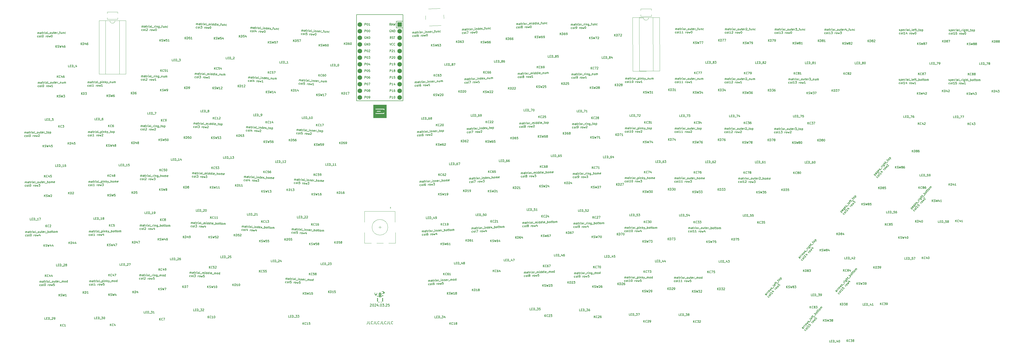
<source format=gbr>
%TF.GenerationSoftware,KiCad,Pcbnew,8.0.1-8.0.1-1~ubuntu22.04.1*%
%TF.CreationDate,2024-03-26T23:20:42-04:00*%
%TF.ProjectId,travis_erg2024-new4,74726176-6973-45f6-9572-67323032342d,2024.03.25*%
%TF.SameCoordinates,Original*%
%TF.FileFunction,Legend,Top*%
%TF.FilePolarity,Positive*%
%FSLAX46Y46*%
G04 Gerber Fmt 4.6, Leading zero omitted, Abs format (unit mm)*
G04 Created by KiCad (PCBNEW 8.0.1-8.0.1-1~ubuntu22.04.1) date 2024-03-26 23:20:42*
%MOMM*%
%LPD*%
G01*
G04 APERTURE LIST*
%ADD10C,0.150000*%
%ADD11C,0.120000*%
%ADD12C,0.010000*%
%ADD13C,0.000000*%
%ADD14R,1.752600X1.752600*%
%ADD15C,1.752600*%
G04 APERTURE END LIST*
D10*
X32936794Y-191525140D02*
X32932140Y-190991827D01*
X32932805Y-191068014D02*
X32970566Y-191029588D01*
X32970566Y-191029588D02*
X33046421Y-190990829D01*
X33046421Y-190990829D02*
X33160703Y-190989832D01*
X33160703Y-190989832D02*
X33237223Y-191027261D01*
X33237223Y-191027261D02*
X33275982Y-191103116D01*
X33275982Y-191103116D02*
X33279638Y-191522148D01*
X33275982Y-191103116D02*
X33313410Y-191026596D01*
X33313410Y-191026596D02*
X33389266Y-190987837D01*
X33389266Y-190987837D02*
X33503547Y-190986840D01*
X33503547Y-190986840D02*
X33580067Y-191024269D01*
X33580067Y-191024269D02*
X33618826Y-191100124D01*
X33618826Y-191100124D02*
X33622482Y-191519156D01*
X34346265Y-191512839D02*
X34342608Y-191093808D01*
X34342608Y-191093808D02*
X34303849Y-191017953D01*
X34303849Y-191017953D02*
X34227329Y-190980524D01*
X34227329Y-190980524D02*
X34074954Y-190981854D01*
X34074954Y-190981854D02*
X33999099Y-191020612D01*
X34345932Y-191474746D02*
X34270077Y-191513504D01*
X34270077Y-191513504D02*
X34079608Y-191515167D01*
X34079608Y-191515167D02*
X34003088Y-191477738D01*
X34003088Y-191477738D02*
X33964330Y-191401883D01*
X33964330Y-191401883D02*
X33963665Y-191325695D01*
X33963665Y-191325695D02*
X34001094Y-191249175D01*
X34001094Y-191249175D02*
X34076949Y-191210416D01*
X34076949Y-191210416D02*
X34267418Y-191208754D01*
X34267418Y-191208754D02*
X34343273Y-191169995D01*
X34608268Y-190977199D02*
X34913018Y-190974540D01*
X34720222Y-190709546D02*
X34726206Y-191395234D01*
X34726206Y-191395234D02*
X34764964Y-191471089D01*
X34764964Y-191471089D02*
X34841484Y-191508518D01*
X34841484Y-191508518D02*
X34917672Y-191507853D01*
X35184329Y-191505526D02*
X35179675Y-190972213D01*
X35181004Y-191124588D02*
X35218433Y-191048068D01*
X35218433Y-191048068D02*
X35256195Y-191009642D01*
X35256195Y-191009642D02*
X35332050Y-190970883D01*
X35332050Y-190970883D02*
X35408237Y-190970218D01*
X35679548Y-191501204D02*
X35674894Y-190967891D01*
X35672567Y-190701235D02*
X35634805Y-190739661D01*
X35634805Y-190739661D02*
X35673231Y-190777422D01*
X35673231Y-190777422D02*
X35710993Y-190738996D01*
X35710993Y-190738996D02*
X35672567Y-190701235D01*
X35672567Y-190701235D02*
X35673231Y-190777422D01*
X35984298Y-191498545D02*
X36398675Y-190961575D01*
X35979644Y-190965232D02*
X36403329Y-191494888D01*
X36822361Y-191491231D02*
X36745841Y-191453802D01*
X36745841Y-191453802D02*
X36707082Y-191377947D01*
X36707082Y-191377947D02*
X36701098Y-190692259D01*
X36937308Y-191566421D02*
X37546808Y-191561102D01*
X37850894Y-191482255D02*
X37774374Y-191444826D01*
X37774374Y-191444826D02*
X37735948Y-191407065D01*
X37735948Y-191407065D02*
X37697189Y-191331210D01*
X37697189Y-191331210D02*
X37695194Y-191102647D01*
X37695194Y-191102647D02*
X37732623Y-191026127D01*
X37732623Y-191026127D02*
X37770385Y-190987701D01*
X37770385Y-190987701D02*
X37846240Y-190948942D01*
X37846240Y-190948942D02*
X37960521Y-190947945D01*
X37960521Y-190947945D02*
X38037041Y-190985374D01*
X38037041Y-190985374D02*
X38075467Y-191023135D01*
X38075467Y-191023135D02*
X38114226Y-191098990D01*
X38114226Y-191098990D02*
X38116221Y-191327553D01*
X38116221Y-191327553D02*
X38078792Y-191404073D01*
X38078792Y-191404073D02*
X38041030Y-191442499D01*
X38041030Y-191442499D02*
X37965175Y-191481258D01*
X37965175Y-191481258D02*
X37850894Y-191482255D01*
X38798585Y-190940631D02*
X38803239Y-191473944D01*
X38455741Y-190943623D02*
X38459398Y-191362655D01*
X38459398Y-191362655D02*
X38498156Y-191438510D01*
X38498156Y-191438510D02*
X38574676Y-191475939D01*
X38574676Y-191475939D02*
X38688958Y-191474941D01*
X38688958Y-191474941D02*
X38764813Y-191436183D01*
X38764813Y-191436183D02*
X38802574Y-191397756D01*
X39065242Y-190938304D02*
X39369992Y-190935644D01*
X39177196Y-190670650D02*
X39183180Y-191356338D01*
X39183180Y-191356338D02*
X39221939Y-191432193D01*
X39221939Y-191432193D02*
X39298459Y-191469622D01*
X39298459Y-191469622D02*
X39374646Y-191468957D01*
X39945721Y-191425877D02*
X39869866Y-191464636D01*
X39869866Y-191464636D02*
X39717491Y-191465966D01*
X39717491Y-191465966D02*
X39640971Y-191428537D01*
X39640971Y-191428537D02*
X39602212Y-191352681D01*
X39602212Y-191352681D02*
X39599552Y-191047931D01*
X39599552Y-191047931D02*
X39636981Y-190971411D01*
X39636981Y-190971411D02*
X39712836Y-190932652D01*
X39712836Y-190932652D02*
X39865212Y-190931323D01*
X39865212Y-190931323D02*
X39941732Y-190968752D01*
X39941732Y-190968752D02*
X39980490Y-191044607D01*
X39980490Y-191044607D02*
X39981155Y-191120794D01*
X39981155Y-191120794D02*
X39600882Y-191200306D01*
X40326991Y-191460646D02*
X40322337Y-190927333D01*
X40323666Y-191079709D02*
X40361095Y-191003189D01*
X40361095Y-191003189D02*
X40398857Y-190964762D01*
X40398857Y-190964762D02*
X40474712Y-190926004D01*
X40474712Y-190926004D02*
X40550899Y-190925339D01*
X40632406Y-191534175D02*
X41241907Y-191528856D01*
X41431711Y-191451006D02*
X41427057Y-190917693D01*
X41427722Y-190993880D02*
X41465483Y-190955454D01*
X41465483Y-190955454D02*
X41541338Y-190916695D01*
X41541338Y-190916695D02*
X41655619Y-190915698D01*
X41655619Y-190915698D02*
X41732139Y-190953127D01*
X41732139Y-190953127D02*
X41770898Y-191028982D01*
X41770898Y-191028982D02*
X41774555Y-191448014D01*
X41770898Y-191028982D02*
X41808327Y-190952462D01*
X41808327Y-190952462D02*
X41884182Y-190913703D01*
X41884182Y-190913703D02*
X41998463Y-190912706D01*
X41998463Y-190912706D02*
X42074983Y-190950135D01*
X42074983Y-190950135D02*
X42113742Y-191025990D01*
X42113742Y-191025990D02*
X42117399Y-191445022D01*
X42612619Y-191440700D02*
X42536099Y-191403271D01*
X42536099Y-191403271D02*
X42497672Y-191365510D01*
X42497672Y-191365510D02*
X42458914Y-191289655D01*
X42458914Y-191289655D02*
X42456919Y-191061092D01*
X42456919Y-191061092D02*
X42494348Y-190984572D01*
X42494348Y-190984572D02*
X42532109Y-190946146D01*
X42532109Y-190946146D02*
X42607964Y-190907387D01*
X42607964Y-190907387D02*
X42722246Y-190906390D01*
X42722246Y-190906390D02*
X42798766Y-190943819D01*
X42798766Y-190943819D02*
X42837192Y-190981580D01*
X42837192Y-190981580D02*
X42875951Y-191057435D01*
X42875951Y-191057435D02*
X42877945Y-191285998D01*
X42877945Y-191285998D02*
X42840516Y-191362518D01*
X42840516Y-191362518D02*
X42802755Y-191400944D01*
X42802755Y-191400944D02*
X42726900Y-191439703D01*
X42726900Y-191439703D02*
X42612619Y-191440700D01*
X43564964Y-191432389D02*
X43557982Y-190632420D01*
X43564631Y-191394295D02*
X43488776Y-191433054D01*
X43488776Y-191433054D02*
X43336401Y-191434384D01*
X43336401Y-191434384D02*
X43259881Y-191396955D01*
X43259881Y-191396955D02*
X43221455Y-191359194D01*
X43221455Y-191359194D02*
X43182696Y-191283338D01*
X43182696Y-191283338D02*
X43180701Y-191054776D01*
X43180701Y-191054776D02*
X43218130Y-190978256D01*
X43218130Y-190978256D02*
X43255892Y-190939829D01*
X43255892Y-190939829D02*
X43331747Y-190901071D01*
X43331747Y-190901071D02*
X43484122Y-190899741D01*
X43484122Y-190899741D02*
X43560642Y-190937170D01*
X33290545Y-192771960D02*
X33214690Y-192810719D01*
X33214690Y-192810719D02*
X33062315Y-192812048D01*
X33062315Y-192812048D02*
X32985795Y-192774620D01*
X32985795Y-192774620D02*
X32947368Y-192736858D01*
X32947368Y-192736858D02*
X32908610Y-192661003D01*
X32908610Y-192661003D02*
X32906615Y-192432440D01*
X32906615Y-192432440D02*
X32944044Y-192355920D01*
X32944044Y-192355920D02*
X32981805Y-192317494D01*
X32981805Y-192317494D02*
X33057660Y-192278735D01*
X33057660Y-192278735D02*
X33210036Y-192277406D01*
X33210036Y-192277406D02*
X33286556Y-192314835D01*
X33748003Y-192806065D02*
X33671483Y-192768636D01*
X33671483Y-192768636D02*
X33633056Y-192730874D01*
X33633056Y-192730874D02*
X33594298Y-192655019D01*
X33594298Y-192655019D02*
X33592303Y-192426456D01*
X33592303Y-192426456D02*
X33629732Y-192349936D01*
X33629732Y-192349936D02*
X33667493Y-192311510D01*
X33667493Y-192311510D02*
X33743348Y-192272752D01*
X33743348Y-192272752D02*
X33857630Y-192271754D01*
X33857630Y-192271754D02*
X33934150Y-192309183D01*
X33934150Y-192309183D02*
X33972576Y-192346944D01*
X33972576Y-192346944D02*
X34011335Y-192422800D01*
X34011335Y-192422800D02*
X34013329Y-192651362D01*
X34013329Y-192651362D02*
X33975900Y-192727882D01*
X33975900Y-192727882D02*
X33938139Y-192766309D01*
X33938139Y-192766309D02*
X33862284Y-192805067D01*
X33862284Y-192805067D02*
X33748003Y-192806065D01*
X34471785Y-192799748D02*
X34395265Y-192762319D01*
X34395265Y-192762319D02*
X34356506Y-192686464D01*
X34356506Y-192686464D02*
X34350522Y-192000776D01*
X34921930Y-191995789D02*
X34998117Y-191995124D01*
X34998117Y-191995124D02*
X35074637Y-192032553D01*
X35074637Y-192032553D02*
X35113063Y-192070315D01*
X35113063Y-192070315D02*
X35151822Y-192146170D01*
X35151822Y-192146170D02*
X35191246Y-192298213D01*
X35191246Y-192298213D02*
X35192908Y-192488682D01*
X35192908Y-192488682D02*
X35156144Y-192641389D01*
X35156144Y-192641389D02*
X35118715Y-192717909D01*
X35118715Y-192717909D02*
X35080954Y-192756335D01*
X35080954Y-192756335D02*
X35005098Y-192795094D01*
X35005098Y-192795094D02*
X34928911Y-192795759D01*
X34928911Y-192795759D02*
X34852391Y-192758330D01*
X34852391Y-192758330D02*
X34813965Y-192720569D01*
X34813965Y-192720569D02*
X34775206Y-192644714D01*
X34775206Y-192644714D02*
X34735782Y-192492671D01*
X34735782Y-192492671D02*
X34734120Y-192302202D01*
X34734120Y-192302202D02*
X34770884Y-192149494D01*
X34770884Y-192149494D02*
X34808313Y-192072974D01*
X34808313Y-192072974D02*
X34846074Y-192034548D01*
X34846074Y-192034548D02*
X34921930Y-191995789D01*
X36147912Y-192785121D02*
X36143258Y-192251808D01*
X36144588Y-192404183D02*
X36182017Y-192327663D01*
X36182017Y-192327663D02*
X36219778Y-192289237D01*
X36219778Y-192289237D02*
X36295633Y-192250478D01*
X36295633Y-192250478D02*
X36371821Y-192249813D01*
X36757413Y-192779802D02*
X36680893Y-192742373D01*
X36680893Y-192742373D02*
X36642467Y-192704612D01*
X36642467Y-192704612D02*
X36603708Y-192628756D01*
X36603708Y-192628756D02*
X36601713Y-192400194D01*
X36601713Y-192400194D02*
X36639142Y-192323674D01*
X36639142Y-192323674D02*
X36676904Y-192285247D01*
X36676904Y-192285247D02*
X36752759Y-192246489D01*
X36752759Y-192246489D02*
X36867040Y-192245491D01*
X36867040Y-192245491D02*
X36943560Y-192282920D01*
X36943560Y-192282920D02*
X36981986Y-192320682D01*
X36981986Y-192320682D02*
X37020745Y-192396537D01*
X37020745Y-192396537D02*
X37022740Y-192625100D01*
X37022740Y-192625100D02*
X36985311Y-192701620D01*
X36985311Y-192701620D02*
X36947549Y-192740046D01*
X36947549Y-192740046D02*
X36871694Y-192778804D01*
X36871694Y-192778804D02*
X36757413Y-192779802D01*
X37286072Y-192241835D02*
X37443102Y-192773818D01*
X37443102Y-192773818D02*
X37592152Y-192391550D01*
X37592152Y-192391550D02*
X37747852Y-192771158D01*
X37747852Y-192771158D02*
X37895573Y-192236516D01*
X38578934Y-191963875D02*
X38197996Y-191967200D01*
X38197996Y-191967200D02*
X38163226Y-192348470D01*
X38163226Y-192348470D02*
X38200988Y-192310044D01*
X38200988Y-192310044D02*
X38276843Y-192271285D01*
X38276843Y-192271285D02*
X38467312Y-192269623D01*
X38467312Y-192269623D02*
X38543832Y-192307052D01*
X38543832Y-192307052D02*
X38582258Y-192344813D01*
X38582258Y-192344813D02*
X38621017Y-192420668D01*
X38621017Y-192420668D02*
X38622679Y-192611137D01*
X38622679Y-192611137D02*
X38585250Y-192687657D01*
X38585250Y-192687657D02*
X38547489Y-192726083D01*
X38547489Y-192726083D02*
X38471634Y-192764842D01*
X38471634Y-192764842D02*
X38281165Y-192766504D01*
X38281165Y-192766504D02*
X38204645Y-192729075D01*
X38204645Y-192729075D02*
X38166218Y-192691314D01*
X49520860Y-195725095D02*
X49520860Y-194925095D01*
X49978003Y-195725095D02*
X49635145Y-195267952D01*
X49978003Y-194925095D02*
X49520860Y-195382238D01*
X50320860Y-195725095D02*
X50320860Y-194925095D01*
X50320860Y-194925095D02*
X50511336Y-194925095D01*
X50511336Y-194925095D02*
X50625622Y-194963190D01*
X50625622Y-194963190D02*
X50701812Y-195039380D01*
X50701812Y-195039380D02*
X50739907Y-195115571D01*
X50739907Y-195115571D02*
X50778003Y-195267952D01*
X50778003Y-195267952D02*
X50778003Y-195382238D01*
X50778003Y-195382238D02*
X50739907Y-195534619D01*
X50739907Y-195534619D02*
X50701812Y-195610809D01*
X50701812Y-195610809D02*
X50625622Y-195687000D01*
X50625622Y-195687000D02*
X50511336Y-195725095D01*
X50511336Y-195725095D02*
X50320860Y-195725095D01*
X51539907Y-195725095D02*
X51082764Y-195725095D01*
X51311336Y-195725095D02*
X51311336Y-194925095D01*
X51311336Y-194925095D02*
X51235145Y-195039380D01*
X51235145Y-195039380D02*
X51158955Y-195115571D01*
X51158955Y-195115571D02*
X51082764Y-195153666D01*
X35261281Y-205688995D02*
X34880329Y-205688995D01*
X34880329Y-205688995D02*
X34880329Y-204888995D01*
X35527948Y-205269947D02*
X35794614Y-205269947D01*
X35908900Y-205688995D02*
X35527948Y-205688995D01*
X35527948Y-205688995D02*
X35527948Y-204888995D01*
X35527948Y-204888995D02*
X35908900Y-204888995D01*
X36251758Y-205688995D02*
X36251758Y-204888995D01*
X36251758Y-204888995D02*
X36442234Y-204888995D01*
X36442234Y-204888995D02*
X36556520Y-204927090D01*
X36556520Y-204927090D02*
X36632710Y-205003280D01*
X36632710Y-205003280D02*
X36670805Y-205079471D01*
X36670805Y-205079471D02*
X36708901Y-205231852D01*
X36708901Y-205231852D02*
X36708901Y-205346138D01*
X36708901Y-205346138D02*
X36670805Y-205498519D01*
X36670805Y-205498519D02*
X36632710Y-205574709D01*
X36632710Y-205574709D02*
X36556520Y-205650900D01*
X36556520Y-205650900D02*
X36442234Y-205688995D01*
X36442234Y-205688995D02*
X36251758Y-205688995D01*
X36861282Y-205765185D02*
X37470805Y-205765185D01*
X37623186Y-204965185D02*
X37661282Y-204927090D01*
X37661282Y-204927090D02*
X37737472Y-204888995D01*
X37737472Y-204888995D02*
X37927948Y-204888995D01*
X37927948Y-204888995D02*
X38004139Y-204927090D01*
X38004139Y-204927090D02*
X38042234Y-204965185D01*
X38042234Y-204965185D02*
X38080329Y-205041376D01*
X38080329Y-205041376D02*
X38080329Y-205117566D01*
X38080329Y-205117566D02*
X38042234Y-205231852D01*
X38042234Y-205231852D02*
X37585091Y-205688995D01*
X37585091Y-205688995D02*
X38080329Y-205688995D01*
X38461282Y-205688995D02*
X38613663Y-205688995D01*
X38613663Y-205688995D02*
X38689853Y-205650900D01*
X38689853Y-205650900D02*
X38727949Y-205612804D01*
X38727949Y-205612804D02*
X38804139Y-205498519D01*
X38804139Y-205498519D02*
X38842234Y-205346138D01*
X38842234Y-205346138D02*
X38842234Y-205041376D01*
X38842234Y-205041376D02*
X38804139Y-204965185D01*
X38804139Y-204965185D02*
X38766044Y-204927090D01*
X38766044Y-204927090D02*
X38689853Y-204888995D01*
X38689853Y-204888995D02*
X38537472Y-204888995D01*
X38537472Y-204888995D02*
X38461282Y-204927090D01*
X38461282Y-204927090D02*
X38423187Y-204965185D01*
X38423187Y-204965185D02*
X38385091Y-205041376D01*
X38385091Y-205041376D02*
X38385091Y-205231852D01*
X38385091Y-205231852D02*
X38423187Y-205308042D01*
X38423187Y-205308042D02*
X38461282Y-205346138D01*
X38461282Y-205346138D02*
X38537472Y-205384233D01*
X38537472Y-205384233D02*
X38689853Y-205384233D01*
X38689853Y-205384233D02*
X38766044Y-205346138D01*
X38766044Y-205346138D02*
X38804139Y-205308042D01*
X38804139Y-205308042D02*
X38842234Y-205231852D01*
X40825724Y-208305295D02*
X40825724Y-207505295D01*
X41282867Y-208305295D02*
X40940009Y-207848152D01*
X41282867Y-207505295D02*
X40825724Y-207962438D01*
X42082867Y-208229104D02*
X42044771Y-208267200D01*
X42044771Y-208267200D02*
X41930486Y-208305295D01*
X41930486Y-208305295D02*
X41854295Y-208305295D01*
X41854295Y-208305295D02*
X41740009Y-208267200D01*
X41740009Y-208267200D02*
X41663819Y-208191009D01*
X41663819Y-208191009D02*
X41625724Y-208114819D01*
X41625724Y-208114819D02*
X41587628Y-207962438D01*
X41587628Y-207962438D02*
X41587628Y-207848152D01*
X41587628Y-207848152D02*
X41625724Y-207695771D01*
X41625724Y-207695771D02*
X41663819Y-207619580D01*
X41663819Y-207619580D02*
X41740009Y-207543390D01*
X41740009Y-207543390D02*
X41854295Y-207505295D01*
X41854295Y-207505295D02*
X41930486Y-207505295D01*
X41930486Y-207505295D02*
X42044771Y-207543390D01*
X42044771Y-207543390D02*
X42082867Y-207581485D01*
X42844771Y-208305295D02*
X42387628Y-208305295D01*
X42616200Y-208305295D02*
X42616200Y-207505295D01*
X42616200Y-207505295D02*
X42540009Y-207619580D01*
X42540009Y-207619580D02*
X42463819Y-207695771D01*
X42463819Y-207695771D02*
X42387628Y-207733866D01*
X27341994Y-153472540D02*
X27337340Y-152939227D01*
X27338005Y-153015414D02*
X27375766Y-152976988D01*
X27375766Y-152976988D02*
X27451621Y-152938229D01*
X27451621Y-152938229D02*
X27565903Y-152937232D01*
X27565903Y-152937232D02*
X27642423Y-152974661D01*
X27642423Y-152974661D02*
X27681182Y-153050516D01*
X27681182Y-153050516D02*
X27684838Y-153469548D01*
X27681182Y-153050516D02*
X27718610Y-152973996D01*
X27718610Y-152973996D02*
X27794466Y-152935237D01*
X27794466Y-152935237D02*
X27908747Y-152934240D01*
X27908747Y-152934240D02*
X27985267Y-152971669D01*
X27985267Y-152971669D02*
X28024026Y-153047524D01*
X28024026Y-153047524D02*
X28027682Y-153466556D01*
X28751465Y-153460239D02*
X28747808Y-153041208D01*
X28747808Y-153041208D02*
X28709049Y-152965353D01*
X28709049Y-152965353D02*
X28632529Y-152927924D01*
X28632529Y-152927924D02*
X28480154Y-152929254D01*
X28480154Y-152929254D02*
X28404299Y-152968012D01*
X28751132Y-153422146D02*
X28675277Y-153460904D01*
X28675277Y-153460904D02*
X28484808Y-153462567D01*
X28484808Y-153462567D02*
X28408288Y-153425138D01*
X28408288Y-153425138D02*
X28369530Y-153349283D01*
X28369530Y-153349283D02*
X28368865Y-153273095D01*
X28368865Y-153273095D02*
X28406294Y-153196575D01*
X28406294Y-153196575D02*
X28482149Y-153157816D01*
X28482149Y-153157816D02*
X28672618Y-153156154D01*
X28672618Y-153156154D02*
X28748473Y-153117395D01*
X29013468Y-152924599D02*
X29318218Y-152921940D01*
X29125422Y-152656946D02*
X29131406Y-153342634D01*
X29131406Y-153342634D02*
X29170164Y-153418489D01*
X29170164Y-153418489D02*
X29246684Y-153455918D01*
X29246684Y-153455918D02*
X29322872Y-153455253D01*
X29589529Y-153452926D02*
X29584875Y-152919613D01*
X29586204Y-153071988D02*
X29623633Y-152995468D01*
X29623633Y-152995468D02*
X29661395Y-152957042D01*
X29661395Y-152957042D02*
X29737250Y-152918283D01*
X29737250Y-152918283D02*
X29813437Y-152917618D01*
X30084748Y-153448604D02*
X30080094Y-152915291D01*
X30077767Y-152648635D02*
X30040005Y-152687061D01*
X30040005Y-152687061D02*
X30078431Y-152724822D01*
X30078431Y-152724822D02*
X30116193Y-152686396D01*
X30116193Y-152686396D02*
X30077767Y-152648635D01*
X30077767Y-152648635D02*
X30078431Y-152724822D01*
X30389498Y-153445945D02*
X30803875Y-152908975D01*
X30384844Y-152912632D02*
X30808529Y-153442288D01*
X31227561Y-153438631D02*
X31151041Y-153401202D01*
X31151041Y-153401202D02*
X31112282Y-153325347D01*
X31112282Y-153325347D02*
X31106298Y-152639659D01*
X31342508Y-153513821D02*
X31952008Y-153508502D01*
X32256094Y-153429655D02*
X32179574Y-153392226D01*
X32179574Y-153392226D02*
X32141148Y-153354465D01*
X32141148Y-153354465D02*
X32102389Y-153278610D01*
X32102389Y-153278610D02*
X32100394Y-153050047D01*
X32100394Y-153050047D02*
X32137823Y-152973527D01*
X32137823Y-152973527D02*
X32175585Y-152935101D01*
X32175585Y-152935101D02*
X32251440Y-152896342D01*
X32251440Y-152896342D02*
X32365721Y-152895345D01*
X32365721Y-152895345D02*
X32442241Y-152932774D01*
X32442241Y-152932774D02*
X32480667Y-152970535D01*
X32480667Y-152970535D02*
X32519426Y-153046390D01*
X32519426Y-153046390D02*
X32521421Y-153274953D01*
X32521421Y-153274953D02*
X32483992Y-153351473D01*
X32483992Y-153351473D02*
X32446230Y-153389899D01*
X32446230Y-153389899D02*
X32370375Y-153428658D01*
X32370375Y-153428658D02*
X32256094Y-153429655D01*
X33203785Y-152888031D02*
X33208439Y-153421344D01*
X32860941Y-152891023D02*
X32864598Y-153310055D01*
X32864598Y-153310055D02*
X32903356Y-153385910D01*
X32903356Y-153385910D02*
X32979876Y-153423339D01*
X32979876Y-153423339D02*
X33094158Y-153422341D01*
X33094158Y-153422341D02*
X33170013Y-153383583D01*
X33170013Y-153383583D02*
X33207774Y-153345156D01*
X33470442Y-152885704D02*
X33775192Y-152883044D01*
X33582396Y-152618050D02*
X33588380Y-153303738D01*
X33588380Y-153303738D02*
X33627139Y-153379593D01*
X33627139Y-153379593D02*
X33703659Y-153417022D01*
X33703659Y-153417022D02*
X33779846Y-153416357D01*
X34350921Y-153373277D02*
X34275066Y-153412036D01*
X34275066Y-153412036D02*
X34122691Y-153413366D01*
X34122691Y-153413366D02*
X34046171Y-153375937D01*
X34046171Y-153375937D02*
X34007412Y-153300081D01*
X34007412Y-153300081D02*
X34004752Y-152995331D01*
X34004752Y-152995331D02*
X34042181Y-152918811D01*
X34042181Y-152918811D02*
X34118036Y-152880052D01*
X34118036Y-152880052D02*
X34270412Y-152878723D01*
X34270412Y-152878723D02*
X34346932Y-152916152D01*
X34346932Y-152916152D02*
X34385690Y-152992007D01*
X34385690Y-152992007D02*
X34386355Y-153068194D01*
X34386355Y-153068194D02*
X34006082Y-153147706D01*
X34732191Y-153408046D02*
X34727537Y-152874733D01*
X34728866Y-153027109D02*
X34766295Y-152950589D01*
X34766295Y-152950589D02*
X34804057Y-152912162D01*
X34804057Y-152912162D02*
X34879912Y-152873404D01*
X34879912Y-152873404D02*
X34956099Y-152872739D01*
X35037606Y-153481575D02*
X35647107Y-153476256D01*
X35836911Y-153398406D02*
X35829930Y-152598436D01*
X36179755Y-153395414D02*
X36176098Y-152976382D01*
X36176098Y-152976382D02*
X36137339Y-152900527D01*
X36137339Y-152900527D02*
X36060819Y-152863098D01*
X36060819Y-152863098D02*
X35946538Y-152864095D01*
X35946538Y-152864095D02*
X35870683Y-152902854D01*
X35870683Y-152902854D02*
X35832922Y-152941280D01*
X36674975Y-153391092D02*
X36598455Y-153353663D01*
X36598455Y-153353663D02*
X36560028Y-153315902D01*
X36560028Y-153315902D02*
X36521270Y-153240047D01*
X36521270Y-153240047D02*
X36519275Y-153011484D01*
X36519275Y-153011484D02*
X36556704Y-152934964D01*
X36556704Y-152934964D02*
X36594465Y-152896538D01*
X36594465Y-152896538D02*
X36670320Y-152857779D01*
X36670320Y-152857779D02*
X36784602Y-152856782D01*
X36784602Y-152856782D02*
X36861122Y-152894211D01*
X36861122Y-152894211D02*
X36899548Y-152931972D01*
X36899548Y-152931972D02*
X36938307Y-153007827D01*
X36938307Y-153007827D02*
X36940301Y-153236390D01*
X36940301Y-153236390D02*
X36902872Y-153312910D01*
X36902872Y-153312910D02*
X36865111Y-153351336D01*
X36865111Y-153351336D02*
X36789256Y-153390095D01*
X36789256Y-153390095D02*
X36674975Y-153391092D01*
X37284476Y-153385773D02*
X37279822Y-152852460D01*
X37280486Y-152928648D02*
X37318248Y-152890221D01*
X37318248Y-152890221D02*
X37394103Y-152851463D01*
X37394103Y-152851463D02*
X37508384Y-152850465D01*
X37508384Y-152850465D02*
X37584904Y-152887894D01*
X37584904Y-152887894D02*
X37623663Y-152963749D01*
X37623663Y-152963749D02*
X37627320Y-153382781D01*
X37623663Y-152963749D02*
X37661092Y-152887229D01*
X37661092Y-152887229D02*
X37736947Y-152848471D01*
X37736947Y-152848471D02*
X37851228Y-152847473D01*
X37851228Y-152847473D02*
X37927748Y-152884902D01*
X37927748Y-152884902D02*
X37966507Y-152960757D01*
X37966507Y-152960757D02*
X37970164Y-153379789D01*
X38655520Y-153335711D02*
X38579665Y-153374470D01*
X38579665Y-153374470D02*
X38427290Y-153375800D01*
X38427290Y-153375800D02*
X38350770Y-153338371D01*
X38350770Y-153338371D02*
X38312011Y-153262516D01*
X38312011Y-153262516D02*
X38309351Y-152957766D01*
X38309351Y-152957766D02*
X38346780Y-152881245D01*
X38346780Y-152881245D02*
X38422635Y-152842487D01*
X38422635Y-152842487D02*
X38575011Y-152841157D01*
X38575011Y-152841157D02*
X38651531Y-152878586D01*
X38651531Y-152878586D02*
X38690289Y-152954441D01*
X38690289Y-152954441D02*
X38690954Y-153030629D01*
X38690954Y-153030629D02*
X38310681Y-153110141D01*
X27695745Y-154719360D02*
X27619890Y-154758119D01*
X27619890Y-154758119D02*
X27467515Y-154759448D01*
X27467515Y-154759448D02*
X27390995Y-154722020D01*
X27390995Y-154722020D02*
X27352568Y-154684258D01*
X27352568Y-154684258D02*
X27313810Y-154608403D01*
X27313810Y-154608403D02*
X27311815Y-154379840D01*
X27311815Y-154379840D02*
X27349244Y-154303320D01*
X27349244Y-154303320D02*
X27387005Y-154264894D01*
X27387005Y-154264894D02*
X27462860Y-154226135D01*
X27462860Y-154226135D02*
X27615236Y-154224806D01*
X27615236Y-154224806D02*
X27691756Y-154262235D01*
X28153203Y-154753465D02*
X28076683Y-154716036D01*
X28076683Y-154716036D02*
X28038256Y-154678274D01*
X28038256Y-154678274D02*
X27999498Y-154602419D01*
X27999498Y-154602419D02*
X27997503Y-154373856D01*
X27997503Y-154373856D02*
X28034932Y-154297336D01*
X28034932Y-154297336D02*
X28072693Y-154258910D01*
X28072693Y-154258910D02*
X28148548Y-154220152D01*
X28148548Y-154220152D02*
X28262830Y-154219154D01*
X28262830Y-154219154D02*
X28339350Y-154256583D01*
X28339350Y-154256583D02*
X28377776Y-154294344D01*
X28377776Y-154294344D02*
X28416535Y-154370200D01*
X28416535Y-154370200D02*
X28418529Y-154598762D01*
X28418529Y-154598762D02*
X28381100Y-154675282D01*
X28381100Y-154675282D02*
X28343339Y-154713709D01*
X28343339Y-154713709D02*
X28267484Y-154752467D01*
X28267484Y-154752467D02*
X28153203Y-154753465D01*
X28876985Y-154747148D02*
X28800465Y-154709719D01*
X28800465Y-154709719D02*
X28761706Y-154633864D01*
X28761706Y-154633864D02*
X28755722Y-153948176D01*
X29327130Y-153943189D02*
X29403317Y-153942524D01*
X29403317Y-153942524D02*
X29479837Y-153979953D01*
X29479837Y-153979953D02*
X29518263Y-154017715D01*
X29518263Y-154017715D02*
X29557022Y-154093570D01*
X29557022Y-154093570D02*
X29596446Y-154245613D01*
X29596446Y-154245613D02*
X29598108Y-154436082D01*
X29598108Y-154436082D02*
X29561344Y-154588789D01*
X29561344Y-154588789D02*
X29523915Y-154665309D01*
X29523915Y-154665309D02*
X29486154Y-154703735D01*
X29486154Y-154703735D02*
X29410298Y-154742494D01*
X29410298Y-154742494D02*
X29334111Y-154743159D01*
X29334111Y-154743159D02*
X29257591Y-154705730D01*
X29257591Y-154705730D02*
X29219165Y-154667969D01*
X29219165Y-154667969D02*
X29180406Y-154592114D01*
X29180406Y-154592114D02*
X29140982Y-154440071D01*
X29140982Y-154440071D02*
X29139320Y-154249602D01*
X29139320Y-154249602D02*
X29176084Y-154096894D01*
X29176084Y-154096894D02*
X29213513Y-154020374D01*
X29213513Y-154020374D02*
X29251274Y-153981948D01*
X29251274Y-153981948D02*
X29327130Y-153943189D01*
X30553112Y-154732521D02*
X30548458Y-154199208D01*
X30549788Y-154351583D02*
X30587217Y-154275063D01*
X30587217Y-154275063D02*
X30624978Y-154236637D01*
X30624978Y-154236637D02*
X30700833Y-154197878D01*
X30700833Y-154197878D02*
X30777021Y-154197213D01*
X31162613Y-154727202D02*
X31086093Y-154689773D01*
X31086093Y-154689773D02*
X31047667Y-154652012D01*
X31047667Y-154652012D02*
X31008908Y-154576156D01*
X31008908Y-154576156D02*
X31006913Y-154347594D01*
X31006913Y-154347594D02*
X31044342Y-154271074D01*
X31044342Y-154271074D02*
X31082104Y-154232647D01*
X31082104Y-154232647D02*
X31157959Y-154193889D01*
X31157959Y-154193889D02*
X31272240Y-154192891D01*
X31272240Y-154192891D02*
X31348760Y-154230320D01*
X31348760Y-154230320D02*
X31387186Y-154268082D01*
X31387186Y-154268082D02*
X31425945Y-154343937D01*
X31425945Y-154343937D02*
X31427940Y-154572500D01*
X31427940Y-154572500D02*
X31390511Y-154649020D01*
X31390511Y-154649020D02*
X31352749Y-154687446D01*
X31352749Y-154687446D02*
X31276894Y-154726204D01*
X31276894Y-154726204D02*
X31162613Y-154727202D01*
X31691272Y-154189235D02*
X31848302Y-154721218D01*
X31848302Y-154721218D02*
X31997352Y-154338950D01*
X31997352Y-154338950D02*
X32153052Y-154718558D01*
X32153052Y-154718558D02*
X32300773Y-154183916D01*
X32527008Y-153915264D02*
X33022228Y-153910943D01*
X33022228Y-153910943D02*
X32758231Y-154218020D01*
X32758231Y-154218020D02*
X32872512Y-154217023D01*
X32872512Y-154217023D02*
X32949032Y-154254452D01*
X32949032Y-154254452D02*
X32987458Y-154292213D01*
X32987458Y-154292213D02*
X33026217Y-154368068D01*
X33026217Y-154368068D02*
X33027879Y-154558537D01*
X33027879Y-154558537D02*
X32990450Y-154635057D01*
X32990450Y-154635057D02*
X32952689Y-154673483D01*
X32952689Y-154673483D02*
X32876834Y-154712242D01*
X32876834Y-154712242D02*
X32648271Y-154714237D01*
X32648271Y-154714237D02*
X32571751Y-154676808D01*
X32571751Y-154676808D02*
X32533325Y-154639046D01*
X43926060Y-157672495D02*
X43926060Y-156872495D01*
X44383203Y-157672495D02*
X44040345Y-157215352D01*
X44383203Y-156872495D02*
X43926060Y-157329638D01*
X44726060Y-157672495D02*
X44726060Y-156872495D01*
X44726060Y-156872495D02*
X44916536Y-156872495D01*
X44916536Y-156872495D02*
X45030822Y-156910590D01*
X45030822Y-156910590D02*
X45107012Y-156986780D01*
X45107012Y-156986780D02*
X45145107Y-157062971D01*
X45145107Y-157062971D02*
X45183203Y-157215352D01*
X45183203Y-157215352D02*
X45183203Y-157329638D01*
X45183203Y-157329638D02*
X45145107Y-157482019D01*
X45145107Y-157482019D02*
X45107012Y-157558209D01*
X45107012Y-157558209D02*
X45030822Y-157634400D01*
X45030822Y-157634400D02*
X44916536Y-157672495D01*
X44916536Y-157672495D02*
X44726060Y-157672495D01*
X45487964Y-156948685D02*
X45526060Y-156910590D01*
X45526060Y-156910590D02*
X45602250Y-156872495D01*
X45602250Y-156872495D02*
X45792726Y-156872495D01*
X45792726Y-156872495D02*
X45868917Y-156910590D01*
X45868917Y-156910590D02*
X45907012Y-156948685D01*
X45907012Y-156948685D02*
X45945107Y-157024876D01*
X45945107Y-157024876D02*
X45945107Y-157101066D01*
X45945107Y-157101066D02*
X45907012Y-157215352D01*
X45907012Y-157215352D02*
X45449869Y-157672495D01*
X45449869Y-157672495D02*
X45945107Y-157672495D01*
X29666481Y-167636295D02*
X29285529Y-167636295D01*
X29285529Y-167636295D02*
X29285529Y-166836295D01*
X29933148Y-167217247D02*
X30199814Y-167217247D01*
X30314100Y-167636295D02*
X29933148Y-167636295D01*
X29933148Y-167636295D02*
X29933148Y-166836295D01*
X29933148Y-166836295D02*
X30314100Y-166836295D01*
X30656958Y-167636295D02*
X30656958Y-166836295D01*
X30656958Y-166836295D02*
X30847434Y-166836295D01*
X30847434Y-166836295D02*
X30961720Y-166874390D01*
X30961720Y-166874390D02*
X31037910Y-166950580D01*
X31037910Y-166950580D02*
X31076005Y-167026771D01*
X31076005Y-167026771D02*
X31114101Y-167179152D01*
X31114101Y-167179152D02*
X31114101Y-167293438D01*
X31114101Y-167293438D02*
X31076005Y-167445819D01*
X31076005Y-167445819D02*
X31037910Y-167522009D01*
X31037910Y-167522009D02*
X30961720Y-167598200D01*
X30961720Y-167598200D02*
X30847434Y-167636295D01*
X30847434Y-167636295D02*
X30656958Y-167636295D01*
X31266482Y-167712485D02*
X31876005Y-167712485D01*
X32485529Y-167636295D02*
X32028386Y-167636295D01*
X32256958Y-167636295D02*
X32256958Y-166836295D01*
X32256958Y-166836295D02*
X32180767Y-166950580D01*
X32180767Y-166950580D02*
X32104577Y-167026771D01*
X32104577Y-167026771D02*
X32028386Y-167064866D01*
X32752196Y-166836295D02*
X33285530Y-166836295D01*
X33285530Y-166836295D02*
X32942672Y-167636295D01*
X35230924Y-170252695D02*
X35230924Y-169452695D01*
X35688067Y-170252695D02*
X35345209Y-169795552D01*
X35688067Y-169452695D02*
X35230924Y-169909838D01*
X36488067Y-170176504D02*
X36449971Y-170214600D01*
X36449971Y-170214600D02*
X36335686Y-170252695D01*
X36335686Y-170252695D02*
X36259495Y-170252695D01*
X36259495Y-170252695D02*
X36145209Y-170214600D01*
X36145209Y-170214600D02*
X36069019Y-170138409D01*
X36069019Y-170138409D02*
X36030924Y-170062219D01*
X36030924Y-170062219D02*
X35992828Y-169909838D01*
X35992828Y-169909838D02*
X35992828Y-169795552D01*
X35992828Y-169795552D02*
X36030924Y-169643171D01*
X36030924Y-169643171D02*
X36069019Y-169566980D01*
X36069019Y-169566980D02*
X36145209Y-169490790D01*
X36145209Y-169490790D02*
X36259495Y-169452695D01*
X36259495Y-169452695D02*
X36335686Y-169452695D01*
X36335686Y-169452695D02*
X36449971Y-169490790D01*
X36449971Y-169490790D02*
X36488067Y-169528885D01*
X36792828Y-169528885D02*
X36830924Y-169490790D01*
X36830924Y-169490790D02*
X36907114Y-169452695D01*
X36907114Y-169452695D02*
X37097590Y-169452695D01*
X37097590Y-169452695D02*
X37173781Y-169490790D01*
X37173781Y-169490790D02*
X37211876Y-169528885D01*
X37211876Y-169528885D02*
X37249971Y-169605076D01*
X37249971Y-169605076D02*
X37249971Y-169681266D01*
X37249971Y-169681266D02*
X37211876Y-169795552D01*
X37211876Y-169795552D02*
X36754733Y-170252695D01*
X36754733Y-170252695D02*
X37249971Y-170252695D01*
X32271794Y-115328040D02*
X32267140Y-114794727D01*
X32267805Y-114870914D02*
X32305566Y-114832488D01*
X32305566Y-114832488D02*
X32381421Y-114793729D01*
X32381421Y-114793729D02*
X32495703Y-114792732D01*
X32495703Y-114792732D02*
X32572223Y-114830161D01*
X32572223Y-114830161D02*
X32610982Y-114906016D01*
X32610982Y-114906016D02*
X32614638Y-115325048D01*
X32610982Y-114906016D02*
X32648410Y-114829496D01*
X32648410Y-114829496D02*
X32724266Y-114790737D01*
X32724266Y-114790737D02*
X32838547Y-114789740D01*
X32838547Y-114789740D02*
X32915067Y-114827169D01*
X32915067Y-114827169D02*
X32953826Y-114903024D01*
X32953826Y-114903024D02*
X32957482Y-115322056D01*
X33681265Y-115315739D02*
X33677608Y-114896708D01*
X33677608Y-114896708D02*
X33638849Y-114820853D01*
X33638849Y-114820853D02*
X33562329Y-114783424D01*
X33562329Y-114783424D02*
X33409954Y-114784754D01*
X33409954Y-114784754D02*
X33334099Y-114823512D01*
X33680932Y-115277646D02*
X33605077Y-115316404D01*
X33605077Y-115316404D02*
X33414608Y-115318067D01*
X33414608Y-115318067D02*
X33338088Y-115280638D01*
X33338088Y-115280638D02*
X33299330Y-115204783D01*
X33299330Y-115204783D02*
X33298665Y-115128595D01*
X33298665Y-115128595D02*
X33336094Y-115052075D01*
X33336094Y-115052075D02*
X33411949Y-115013316D01*
X33411949Y-115013316D02*
X33602418Y-115011654D01*
X33602418Y-115011654D02*
X33678273Y-114972895D01*
X33943268Y-114780099D02*
X34248018Y-114777440D01*
X34055222Y-114512446D02*
X34061206Y-115198134D01*
X34061206Y-115198134D02*
X34099964Y-115273989D01*
X34099964Y-115273989D02*
X34176484Y-115311418D01*
X34176484Y-115311418D02*
X34252672Y-115310753D01*
X34519329Y-115308426D02*
X34514675Y-114775113D01*
X34516004Y-114927488D02*
X34553433Y-114850968D01*
X34553433Y-114850968D02*
X34591195Y-114812542D01*
X34591195Y-114812542D02*
X34667050Y-114773783D01*
X34667050Y-114773783D02*
X34743237Y-114773118D01*
X35014548Y-115304104D02*
X35009894Y-114770791D01*
X35007567Y-114504135D02*
X34969805Y-114542561D01*
X34969805Y-114542561D02*
X35008231Y-114580322D01*
X35008231Y-114580322D02*
X35045993Y-114541896D01*
X35045993Y-114541896D02*
X35007567Y-114504135D01*
X35007567Y-114504135D02*
X35008231Y-114580322D01*
X35319298Y-115301445D02*
X35733675Y-114764475D01*
X35314644Y-114768132D02*
X35738329Y-115297788D01*
X36157361Y-115294131D02*
X36080841Y-115256702D01*
X36080841Y-115256702D02*
X36042082Y-115180847D01*
X36042082Y-115180847D02*
X36036098Y-114495159D01*
X36272308Y-115369321D02*
X36881808Y-115364002D01*
X37185894Y-115285155D02*
X37109374Y-115247726D01*
X37109374Y-115247726D02*
X37070948Y-115209965D01*
X37070948Y-115209965D02*
X37032189Y-115134110D01*
X37032189Y-115134110D02*
X37030194Y-114905547D01*
X37030194Y-114905547D02*
X37067623Y-114829027D01*
X37067623Y-114829027D02*
X37105385Y-114790601D01*
X37105385Y-114790601D02*
X37181240Y-114751842D01*
X37181240Y-114751842D02*
X37295521Y-114750845D01*
X37295521Y-114750845D02*
X37372041Y-114788274D01*
X37372041Y-114788274D02*
X37410467Y-114826035D01*
X37410467Y-114826035D02*
X37449226Y-114901890D01*
X37449226Y-114901890D02*
X37451221Y-115130453D01*
X37451221Y-115130453D02*
X37413792Y-115206973D01*
X37413792Y-115206973D02*
X37376030Y-115245399D01*
X37376030Y-115245399D02*
X37300175Y-115284158D01*
X37300175Y-115284158D02*
X37185894Y-115285155D01*
X38133585Y-114743531D02*
X38138239Y-115276844D01*
X37790741Y-114746523D02*
X37794398Y-115165555D01*
X37794398Y-115165555D02*
X37833156Y-115241410D01*
X37833156Y-115241410D02*
X37909676Y-115278839D01*
X37909676Y-115278839D02*
X38023958Y-115277841D01*
X38023958Y-115277841D02*
X38099813Y-115239083D01*
X38099813Y-115239083D02*
X38137574Y-115200656D01*
X38400242Y-114741204D02*
X38704992Y-114738544D01*
X38512196Y-114473550D02*
X38518180Y-115159238D01*
X38518180Y-115159238D02*
X38556939Y-115235093D01*
X38556939Y-115235093D02*
X38633459Y-115272522D01*
X38633459Y-115272522D02*
X38709646Y-115271857D01*
X39280721Y-115228777D02*
X39204866Y-115267536D01*
X39204866Y-115267536D02*
X39052491Y-115268866D01*
X39052491Y-115268866D02*
X38975971Y-115231437D01*
X38975971Y-115231437D02*
X38937212Y-115155581D01*
X38937212Y-115155581D02*
X38934552Y-114850831D01*
X38934552Y-114850831D02*
X38971981Y-114774311D01*
X38971981Y-114774311D02*
X39047836Y-114735552D01*
X39047836Y-114735552D02*
X39200212Y-114734223D01*
X39200212Y-114734223D02*
X39276732Y-114771652D01*
X39276732Y-114771652D02*
X39315490Y-114847507D01*
X39315490Y-114847507D02*
X39316155Y-114923694D01*
X39316155Y-114923694D02*
X38935882Y-115003206D01*
X39661991Y-115263546D02*
X39657337Y-114730233D01*
X39658666Y-114882609D02*
X39696095Y-114806089D01*
X39696095Y-114806089D02*
X39733857Y-114767662D01*
X39733857Y-114767662D02*
X39809712Y-114728904D01*
X39809712Y-114728904D02*
X39885899Y-114728239D01*
X39967406Y-115337075D02*
X40576907Y-115331756D01*
X40762057Y-114720593D02*
X40766711Y-115253906D01*
X40762722Y-114796780D02*
X40800483Y-114758354D01*
X40800483Y-114758354D02*
X40876338Y-114719595D01*
X40876338Y-114719595D02*
X40990619Y-114718598D01*
X40990619Y-114718598D02*
X41067139Y-114756027D01*
X41067139Y-114756027D02*
X41105898Y-114831882D01*
X41105898Y-114831882D02*
X41109555Y-115250914D01*
X41828683Y-114711284D02*
X41833337Y-115244597D01*
X41485839Y-114714276D02*
X41489496Y-115133308D01*
X41489496Y-115133308D02*
X41528255Y-115209163D01*
X41528255Y-115209163D02*
X41604775Y-115246592D01*
X41604775Y-115246592D02*
X41719056Y-115245595D01*
X41719056Y-115245595D02*
X41794911Y-115206836D01*
X41794911Y-115206836D02*
X41832672Y-115168410D01*
X42214276Y-115241273D02*
X42209622Y-114707960D01*
X42210286Y-114784148D02*
X42248048Y-114745721D01*
X42248048Y-114745721D02*
X42323903Y-114706963D01*
X42323903Y-114706963D02*
X42438184Y-114705965D01*
X42438184Y-114705965D02*
X42514704Y-114743394D01*
X42514704Y-114743394D02*
X42553463Y-114819249D01*
X42553463Y-114819249D02*
X42557120Y-115238281D01*
X42553463Y-114819249D02*
X42590892Y-114742729D01*
X42590892Y-114742729D02*
X42666747Y-114703971D01*
X42666747Y-114703971D02*
X42781028Y-114702973D01*
X42781028Y-114702973D02*
X42857548Y-114740402D01*
X42857548Y-114740402D02*
X42896307Y-114816257D01*
X42896307Y-114816257D02*
X42899964Y-115235289D01*
X32625545Y-116574860D02*
X32549690Y-116613619D01*
X32549690Y-116613619D02*
X32397315Y-116614948D01*
X32397315Y-116614948D02*
X32320795Y-116577520D01*
X32320795Y-116577520D02*
X32282368Y-116539758D01*
X32282368Y-116539758D02*
X32243610Y-116463903D01*
X32243610Y-116463903D02*
X32241615Y-116235340D01*
X32241615Y-116235340D02*
X32279044Y-116158820D01*
X32279044Y-116158820D02*
X32316805Y-116120394D01*
X32316805Y-116120394D02*
X32392660Y-116081635D01*
X32392660Y-116081635D02*
X32545036Y-116080306D01*
X32545036Y-116080306D02*
X32621556Y-116117735D01*
X33083003Y-116608965D02*
X33006483Y-116571536D01*
X33006483Y-116571536D02*
X32968056Y-116533774D01*
X32968056Y-116533774D02*
X32929298Y-116457919D01*
X32929298Y-116457919D02*
X32927303Y-116229356D01*
X32927303Y-116229356D02*
X32964732Y-116152836D01*
X32964732Y-116152836D02*
X33002493Y-116114410D01*
X33002493Y-116114410D02*
X33078348Y-116075652D01*
X33078348Y-116075652D02*
X33192630Y-116074654D01*
X33192630Y-116074654D02*
X33269150Y-116112083D01*
X33269150Y-116112083D02*
X33307576Y-116149844D01*
X33307576Y-116149844D02*
X33346335Y-116225700D01*
X33346335Y-116225700D02*
X33348329Y-116454262D01*
X33348329Y-116454262D02*
X33310900Y-116530782D01*
X33310900Y-116530782D02*
X33273139Y-116569209D01*
X33273139Y-116569209D02*
X33197284Y-116607967D01*
X33197284Y-116607967D02*
X33083003Y-116608965D01*
X33806785Y-116602648D02*
X33730265Y-116565219D01*
X33730265Y-116565219D02*
X33691506Y-116489364D01*
X33691506Y-116489364D02*
X33685522Y-115803676D01*
X34256930Y-115798689D02*
X34333117Y-115798024D01*
X34333117Y-115798024D02*
X34409637Y-115835453D01*
X34409637Y-115835453D02*
X34448063Y-115873215D01*
X34448063Y-115873215D02*
X34486822Y-115949070D01*
X34486822Y-115949070D02*
X34526246Y-116101113D01*
X34526246Y-116101113D02*
X34527908Y-116291582D01*
X34527908Y-116291582D02*
X34491144Y-116444289D01*
X34491144Y-116444289D02*
X34453715Y-116520809D01*
X34453715Y-116520809D02*
X34415954Y-116559235D01*
X34415954Y-116559235D02*
X34340098Y-116597994D01*
X34340098Y-116597994D02*
X34263911Y-116598659D01*
X34263911Y-116598659D02*
X34187391Y-116561230D01*
X34187391Y-116561230D02*
X34148965Y-116523469D01*
X34148965Y-116523469D02*
X34110206Y-116447614D01*
X34110206Y-116447614D02*
X34070782Y-116295571D01*
X34070782Y-116295571D02*
X34069120Y-116105102D01*
X34069120Y-116105102D02*
X34105884Y-115952394D01*
X34105884Y-115952394D02*
X34143313Y-115875874D01*
X34143313Y-115875874D02*
X34181074Y-115837448D01*
X34181074Y-115837448D02*
X34256930Y-115798689D01*
X35482912Y-116588021D02*
X35478258Y-116054708D01*
X35479588Y-116207083D02*
X35517017Y-116130563D01*
X35517017Y-116130563D02*
X35554778Y-116092137D01*
X35554778Y-116092137D02*
X35630633Y-116053378D01*
X35630633Y-116053378D02*
X35706821Y-116052713D01*
X36092413Y-116582702D02*
X36015893Y-116545273D01*
X36015893Y-116545273D02*
X35977467Y-116507512D01*
X35977467Y-116507512D02*
X35938708Y-116431656D01*
X35938708Y-116431656D02*
X35936713Y-116203094D01*
X35936713Y-116203094D02*
X35974142Y-116126574D01*
X35974142Y-116126574D02*
X36011904Y-116088147D01*
X36011904Y-116088147D02*
X36087759Y-116049389D01*
X36087759Y-116049389D02*
X36202040Y-116048391D01*
X36202040Y-116048391D02*
X36278560Y-116085820D01*
X36278560Y-116085820D02*
X36316986Y-116123582D01*
X36316986Y-116123582D02*
X36355745Y-116199437D01*
X36355745Y-116199437D02*
X36357740Y-116428000D01*
X36357740Y-116428000D02*
X36320311Y-116504520D01*
X36320311Y-116504520D02*
X36282549Y-116542946D01*
X36282549Y-116542946D02*
X36206694Y-116581704D01*
X36206694Y-116581704D02*
X36092413Y-116582702D01*
X36621072Y-116044735D02*
X36778102Y-116576718D01*
X36778102Y-116576718D02*
X36927152Y-116194450D01*
X36927152Y-116194450D02*
X37082852Y-116574058D01*
X37082852Y-116574058D02*
X37230573Y-116039416D01*
X37959009Y-116566412D02*
X37501883Y-116570402D01*
X37730446Y-116568407D02*
X37723465Y-115768437D01*
X37723465Y-115768437D02*
X37648275Y-115883384D01*
X37648275Y-115883384D02*
X37572752Y-115960236D01*
X37572752Y-115960236D02*
X37496897Y-115998995D01*
X48855960Y-119527995D02*
X48855960Y-118727995D01*
X49313103Y-119527995D02*
X48970245Y-119070852D01*
X49313103Y-118727995D02*
X48855960Y-119185138D01*
X49655960Y-119527995D02*
X49655960Y-118727995D01*
X49655960Y-118727995D02*
X49846436Y-118727995D01*
X49846436Y-118727995D02*
X49960722Y-118766090D01*
X49960722Y-118766090D02*
X50036912Y-118842280D01*
X50036912Y-118842280D02*
X50075007Y-118918471D01*
X50075007Y-118918471D02*
X50113103Y-119070852D01*
X50113103Y-119070852D02*
X50113103Y-119185138D01*
X50113103Y-119185138D02*
X50075007Y-119337519D01*
X50075007Y-119337519D02*
X50036912Y-119413709D01*
X50036912Y-119413709D02*
X49960722Y-119489900D01*
X49960722Y-119489900D02*
X49846436Y-119527995D01*
X49846436Y-119527995D02*
X49655960Y-119527995D01*
X50379769Y-118727995D02*
X50875007Y-118727995D01*
X50875007Y-118727995D02*
X50608341Y-119032757D01*
X50608341Y-119032757D02*
X50722626Y-119032757D01*
X50722626Y-119032757D02*
X50798817Y-119070852D01*
X50798817Y-119070852D02*
X50836912Y-119108947D01*
X50836912Y-119108947D02*
X50875007Y-119185138D01*
X50875007Y-119185138D02*
X50875007Y-119375614D01*
X50875007Y-119375614D02*
X50836912Y-119451804D01*
X50836912Y-119451804D02*
X50798817Y-119489900D01*
X50798817Y-119489900D02*
X50722626Y-119527995D01*
X50722626Y-119527995D02*
X50494055Y-119527995D01*
X50494055Y-119527995D02*
X50417864Y-119489900D01*
X50417864Y-119489900D02*
X50379769Y-119451804D01*
X35358186Y-129491895D02*
X34977234Y-129491895D01*
X34977234Y-129491895D02*
X34977234Y-128691895D01*
X35624853Y-129072847D02*
X35891519Y-129072847D01*
X36005805Y-129491895D02*
X35624853Y-129491895D01*
X35624853Y-129491895D02*
X35624853Y-128691895D01*
X35624853Y-128691895D02*
X36005805Y-128691895D01*
X36348663Y-129491895D02*
X36348663Y-128691895D01*
X36348663Y-128691895D02*
X36539139Y-128691895D01*
X36539139Y-128691895D02*
X36653425Y-128729990D01*
X36653425Y-128729990D02*
X36729615Y-128806180D01*
X36729615Y-128806180D02*
X36767710Y-128882371D01*
X36767710Y-128882371D02*
X36805806Y-129034752D01*
X36805806Y-129034752D02*
X36805806Y-129149038D01*
X36805806Y-129149038D02*
X36767710Y-129301419D01*
X36767710Y-129301419D02*
X36729615Y-129377609D01*
X36729615Y-129377609D02*
X36653425Y-129453800D01*
X36653425Y-129453800D02*
X36539139Y-129491895D01*
X36539139Y-129491895D02*
X36348663Y-129491895D01*
X36958187Y-129568085D02*
X37567710Y-129568085D01*
X38139139Y-128691895D02*
X37758187Y-128691895D01*
X37758187Y-128691895D02*
X37720091Y-129072847D01*
X37720091Y-129072847D02*
X37758187Y-129034752D01*
X37758187Y-129034752D02*
X37834377Y-128996657D01*
X37834377Y-128996657D02*
X38024853Y-128996657D01*
X38024853Y-128996657D02*
X38101044Y-129034752D01*
X38101044Y-129034752D02*
X38139139Y-129072847D01*
X38139139Y-129072847D02*
X38177234Y-129149038D01*
X38177234Y-129149038D02*
X38177234Y-129339514D01*
X38177234Y-129339514D02*
X38139139Y-129415704D01*
X38139139Y-129415704D02*
X38101044Y-129453800D01*
X38101044Y-129453800D02*
X38024853Y-129491895D01*
X38024853Y-129491895D02*
X37834377Y-129491895D01*
X37834377Y-129491895D02*
X37758187Y-129453800D01*
X37758187Y-129453800D02*
X37720091Y-129415704D01*
X40160824Y-132108195D02*
X40160824Y-131308195D01*
X40617967Y-132108195D02*
X40275109Y-131651052D01*
X40617967Y-131308195D02*
X40160824Y-131765338D01*
X41417967Y-132032004D02*
X41379871Y-132070100D01*
X41379871Y-132070100D02*
X41265586Y-132108195D01*
X41265586Y-132108195D02*
X41189395Y-132108195D01*
X41189395Y-132108195D02*
X41075109Y-132070100D01*
X41075109Y-132070100D02*
X40998919Y-131993909D01*
X40998919Y-131993909D02*
X40960824Y-131917719D01*
X40960824Y-131917719D02*
X40922728Y-131765338D01*
X40922728Y-131765338D02*
X40922728Y-131651052D01*
X40922728Y-131651052D02*
X40960824Y-131498671D01*
X40960824Y-131498671D02*
X40998919Y-131422480D01*
X40998919Y-131422480D02*
X41075109Y-131346290D01*
X41075109Y-131346290D02*
X41189395Y-131308195D01*
X41189395Y-131308195D02*
X41265586Y-131308195D01*
X41265586Y-131308195D02*
X41379871Y-131346290D01*
X41379871Y-131346290D02*
X41417967Y-131384385D01*
X41684633Y-131308195D02*
X42179871Y-131308195D01*
X42179871Y-131308195D02*
X41913205Y-131612957D01*
X41913205Y-131612957D02*
X42027490Y-131612957D01*
X42027490Y-131612957D02*
X42103681Y-131651052D01*
X42103681Y-131651052D02*
X42141776Y-131689147D01*
X42141776Y-131689147D02*
X42179871Y-131765338D01*
X42179871Y-131765338D02*
X42179871Y-131955814D01*
X42179871Y-131955814D02*
X42141776Y-132032004D01*
X42141776Y-132032004D02*
X42103681Y-132070100D01*
X42103681Y-132070100D02*
X42027490Y-132108195D01*
X42027490Y-132108195D02*
X41798919Y-132108195D01*
X41798919Y-132108195D02*
X41722728Y-132070100D01*
X41722728Y-132070100D02*
X41684633Y-132032004D01*
X51985994Y-191358940D02*
X51981340Y-190825627D01*
X51982005Y-190901814D02*
X52019766Y-190863388D01*
X52019766Y-190863388D02*
X52095621Y-190824629D01*
X52095621Y-190824629D02*
X52209903Y-190823632D01*
X52209903Y-190823632D02*
X52286423Y-190861061D01*
X52286423Y-190861061D02*
X52325182Y-190936916D01*
X52325182Y-190936916D02*
X52328838Y-191355948D01*
X52325182Y-190936916D02*
X52362610Y-190860396D01*
X52362610Y-190860396D02*
X52438466Y-190821637D01*
X52438466Y-190821637D02*
X52552747Y-190820640D01*
X52552747Y-190820640D02*
X52629267Y-190858069D01*
X52629267Y-190858069D02*
X52668026Y-190933924D01*
X52668026Y-190933924D02*
X52671682Y-191352956D01*
X53395465Y-191346639D02*
X53391808Y-190927608D01*
X53391808Y-190927608D02*
X53353049Y-190851753D01*
X53353049Y-190851753D02*
X53276529Y-190814324D01*
X53276529Y-190814324D02*
X53124154Y-190815654D01*
X53124154Y-190815654D02*
X53048299Y-190854412D01*
X53395132Y-191308546D02*
X53319277Y-191347304D01*
X53319277Y-191347304D02*
X53128808Y-191348967D01*
X53128808Y-191348967D02*
X53052288Y-191311538D01*
X53052288Y-191311538D02*
X53013530Y-191235683D01*
X53013530Y-191235683D02*
X53012865Y-191159495D01*
X53012865Y-191159495D02*
X53050294Y-191082975D01*
X53050294Y-191082975D02*
X53126149Y-191044216D01*
X53126149Y-191044216D02*
X53316618Y-191042554D01*
X53316618Y-191042554D02*
X53392473Y-191003795D01*
X53657468Y-190810999D02*
X53962218Y-190808340D01*
X53769422Y-190543346D02*
X53775406Y-191229034D01*
X53775406Y-191229034D02*
X53814164Y-191304889D01*
X53814164Y-191304889D02*
X53890684Y-191342318D01*
X53890684Y-191342318D02*
X53966872Y-191341653D01*
X54233529Y-191339326D02*
X54228875Y-190806013D01*
X54230204Y-190958388D02*
X54267633Y-190881868D01*
X54267633Y-190881868D02*
X54305395Y-190843442D01*
X54305395Y-190843442D02*
X54381250Y-190804683D01*
X54381250Y-190804683D02*
X54457437Y-190804018D01*
X54728748Y-191335004D02*
X54724094Y-190801691D01*
X54721767Y-190535035D02*
X54684005Y-190573461D01*
X54684005Y-190573461D02*
X54722431Y-190611222D01*
X54722431Y-190611222D02*
X54760193Y-190572796D01*
X54760193Y-190572796D02*
X54721767Y-190535035D01*
X54721767Y-190535035D02*
X54722431Y-190611222D01*
X55033498Y-191332345D02*
X55447875Y-190795375D01*
X55028844Y-190799032D02*
X55452529Y-191328688D01*
X55871561Y-191325031D02*
X55795041Y-191287602D01*
X55795041Y-191287602D02*
X55756282Y-191211747D01*
X55756282Y-191211747D02*
X55750298Y-190526059D01*
X55986508Y-191400221D02*
X56596008Y-191394902D01*
X56781158Y-190783739D02*
X56788140Y-191583709D01*
X56781491Y-190821833D02*
X56857346Y-190783074D01*
X56857346Y-190783074D02*
X57009721Y-190781745D01*
X57009721Y-190781745D02*
X57086241Y-190819174D01*
X57086241Y-190819174D02*
X57124667Y-190856935D01*
X57124667Y-190856935D02*
X57163426Y-190932790D01*
X57163426Y-190932790D02*
X57165421Y-191161353D01*
X57165421Y-191161353D02*
X57127992Y-191237873D01*
X57127992Y-191237873D02*
X57090230Y-191276299D01*
X57090230Y-191276299D02*
X57014375Y-191315058D01*
X57014375Y-191315058D02*
X56862000Y-191316387D01*
X56862000Y-191316387D02*
X56785480Y-191278959D01*
X57509595Y-191310736D02*
X57504941Y-190777423D01*
X57502614Y-190510766D02*
X57464852Y-190549193D01*
X57464852Y-190549193D02*
X57503279Y-190586954D01*
X57503279Y-190586954D02*
X57541040Y-190548528D01*
X57541040Y-190548528D02*
X57502614Y-190510766D01*
X57502614Y-190510766D02*
X57503279Y-190586954D01*
X57885878Y-190774099D02*
X57890532Y-191307412D01*
X57886543Y-190850286D02*
X57924305Y-190811860D01*
X57924305Y-190811860D02*
X58000160Y-190773101D01*
X58000160Y-190773101D02*
X58114441Y-190772104D01*
X58114441Y-190772104D02*
X58190961Y-190809533D01*
X58190961Y-190809533D02*
X58229720Y-190885388D01*
X58229720Y-190885388D02*
X58233377Y-191304420D01*
X58614315Y-191301095D02*
X58607334Y-190501126D01*
X58687843Y-190995680D02*
X58919065Y-191298436D01*
X58914411Y-190765123D02*
X58612320Y-191072533D01*
X59181067Y-190762796D02*
X59376191Y-191294446D01*
X59562005Y-190759471D02*
X59376191Y-191294446D01*
X59376191Y-191294446D02*
X59301665Y-191485580D01*
X59301665Y-191485580D02*
X59263904Y-191524007D01*
X59263904Y-191524007D02*
X59188049Y-191562765D01*
X59681606Y-191367975D02*
X60291107Y-191362656D01*
X60480911Y-191284806D02*
X60476257Y-190751493D01*
X60476922Y-190827680D02*
X60514683Y-190789254D01*
X60514683Y-190789254D02*
X60590538Y-190750495D01*
X60590538Y-190750495D02*
X60704819Y-190749498D01*
X60704819Y-190749498D02*
X60781339Y-190786927D01*
X60781339Y-190786927D02*
X60820098Y-190862782D01*
X60820098Y-190862782D02*
X60823755Y-191281814D01*
X60820098Y-190862782D02*
X60857527Y-190786262D01*
X60857527Y-190786262D02*
X60933382Y-190747503D01*
X60933382Y-190747503D02*
X61047663Y-190746506D01*
X61047663Y-190746506D02*
X61124183Y-190783935D01*
X61124183Y-190783935D02*
X61162942Y-190859790D01*
X61162942Y-190859790D02*
X61166599Y-191278822D01*
X61661819Y-191274500D02*
X61585299Y-191237071D01*
X61585299Y-191237071D02*
X61546872Y-191199310D01*
X61546872Y-191199310D02*
X61508114Y-191123455D01*
X61508114Y-191123455D02*
X61506119Y-190894892D01*
X61506119Y-190894892D02*
X61543548Y-190818372D01*
X61543548Y-190818372D02*
X61581309Y-190779946D01*
X61581309Y-190779946D02*
X61657164Y-190741187D01*
X61657164Y-190741187D02*
X61771446Y-190740190D01*
X61771446Y-190740190D02*
X61847966Y-190777619D01*
X61847966Y-190777619D02*
X61886392Y-190815380D01*
X61886392Y-190815380D02*
X61925151Y-190891235D01*
X61925151Y-190891235D02*
X61927145Y-191119798D01*
X61927145Y-191119798D02*
X61889716Y-191196318D01*
X61889716Y-191196318D02*
X61851955Y-191234744D01*
X61851955Y-191234744D02*
X61776100Y-191273503D01*
X61776100Y-191273503D02*
X61661819Y-191274500D01*
X62614164Y-191266189D02*
X62607182Y-190466220D01*
X62613831Y-191228095D02*
X62537976Y-191266854D01*
X62537976Y-191266854D02*
X62385601Y-191268184D01*
X62385601Y-191268184D02*
X62309081Y-191230755D01*
X62309081Y-191230755D02*
X62270655Y-191192994D01*
X62270655Y-191192994D02*
X62231896Y-191117138D01*
X62231896Y-191117138D02*
X62229901Y-190888576D01*
X62229901Y-190888576D02*
X62267330Y-190812056D01*
X62267330Y-190812056D02*
X62305092Y-190773629D01*
X62305092Y-190773629D02*
X62380947Y-190734871D01*
X62380947Y-190734871D02*
X62533322Y-190733541D01*
X62533322Y-190733541D02*
X62609842Y-190770970D01*
X52339745Y-192605760D02*
X52263890Y-192644519D01*
X52263890Y-192644519D02*
X52111515Y-192645848D01*
X52111515Y-192645848D02*
X52034995Y-192608420D01*
X52034995Y-192608420D02*
X51996568Y-192570658D01*
X51996568Y-192570658D02*
X51957810Y-192494803D01*
X51957810Y-192494803D02*
X51955815Y-192266240D01*
X51955815Y-192266240D02*
X51993244Y-192189720D01*
X51993244Y-192189720D02*
X52031005Y-192151294D01*
X52031005Y-192151294D02*
X52106860Y-192112535D01*
X52106860Y-192112535D02*
X52259236Y-192111206D01*
X52259236Y-192111206D02*
X52335756Y-192148635D01*
X52797203Y-192639865D02*
X52720683Y-192602436D01*
X52720683Y-192602436D02*
X52682256Y-192564674D01*
X52682256Y-192564674D02*
X52643498Y-192488819D01*
X52643498Y-192488819D02*
X52641503Y-192260256D01*
X52641503Y-192260256D02*
X52678932Y-192183736D01*
X52678932Y-192183736D02*
X52716693Y-192145310D01*
X52716693Y-192145310D02*
X52792548Y-192106552D01*
X52792548Y-192106552D02*
X52906830Y-192105554D01*
X52906830Y-192105554D02*
X52983350Y-192142983D01*
X52983350Y-192142983D02*
X53021776Y-192180744D01*
X53021776Y-192180744D02*
X53060535Y-192256600D01*
X53060535Y-192256600D02*
X53062529Y-192485162D01*
X53062529Y-192485162D02*
X53025100Y-192561682D01*
X53025100Y-192561682D02*
X52987339Y-192600109D01*
X52987339Y-192600109D02*
X52911484Y-192638867D01*
X52911484Y-192638867D02*
X52797203Y-192639865D01*
X53520985Y-192633548D02*
X53444465Y-192596119D01*
X53444465Y-192596119D02*
X53405706Y-192520264D01*
X53405706Y-192520264D02*
X53399722Y-191834576D01*
X54244767Y-192627232D02*
X53787642Y-192631221D01*
X54016205Y-192629226D02*
X54009223Y-191829257D01*
X54009223Y-191829257D02*
X53934033Y-191944203D01*
X53934033Y-191944203D02*
X53858510Y-192021056D01*
X53858510Y-192021056D02*
X53782655Y-192059814D01*
X55197112Y-192618921D02*
X55192458Y-192085608D01*
X55193788Y-192237983D02*
X55231217Y-192161463D01*
X55231217Y-192161463D02*
X55268978Y-192123037D01*
X55268978Y-192123037D02*
X55344833Y-192084278D01*
X55344833Y-192084278D02*
X55421021Y-192083613D01*
X55806613Y-192613602D02*
X55730093Y-192576173D01*
X55730093Y-192576173D02*
X55691667Y-192538412D01*
X55691667Y-192538412D02*
X55652908Y-192462556D01*
X55652908Y-192462556D02*
X55650913Y-192233994D01*
X55650913Y-192233994D02*
X55688342Y-192157474D01*
X55688342Y-192157474D02*
X55726104Y-192119047D01*
X55726104Y-192119047D02*
X55801959Y-192080289D01*
X55801959Y-192080289D02*
X55916240Y-192079291D01*
X55916240Y-192079291D02*
X55992760Y-192116720D01*
X55992760Y-192116720D02*
X56031186Y-192154482D01*
X56031186Y-192154482D02*
X56069945Y-192230337D01*
X56069945Y-192230337D02*
X56071940Y-192458900D01*
X56071940Y-192458900D02*
X56034511Y-192535420D01*
X56034511Y-192535420D02*
X55996749Y-192573846D01*
X55996749Y-192573846D02*
X55920894Y-192612604D01*
X55920894Y-192612604D02*
X55806613Y-192613602D01*
X56335272Y-192075635D02*
X56492302Y-192607618D01*
X56492302Y-192607618D02*
X56641352Y-192225350D01*
X56641352Y-192225350D02*
X56797052Y-192604958D01*
X56797052Y-192604958D02*
X56944773Y-192070316D01*
X57628134Y-191797675D02*
X57247196Y-191801000D01*
X57247196Y-191801000D02*
X57212426Y-192182270D01*
X57212426Y-192182270D02*
X57250188Y-192143844D01*
X57250188Y-192143844D02*
X57326043Y-192105085D01*
X57326043Y-192105085D02*
X57516512Y-192103423D01*
X57516512Y-192103423D02*
X57593032Y-192140852D01*
X57593032Y-192140852D02*
X57631458Y-192178613D01*
X57631458Y-192178613D02*
X57670217Y-192254468D01*
X57670217Y-192254468D02*
X57671879Y-192444937D01*
X57671879Y-192444937D02*
X57634450Y-192521457D01*
X57634450Y-192521457D02*
X57596689Y-192559883D01*
X57596689Y-192559883D02*
X57520834Y-192598642D01*
X57520834Y-192598642D02*
X57330365Y-192600304D01*
X57330365Y-192600304D02*
X57253845Y-192562875D01*
X57253845Y-192562875D02*
X57215418Y-192525114D01*
X68570160Y-195558895D02*
X68570160Y-194758895D01*
X69027303Y-195558895D02*
X68684445Y-195101752D01*
X69027303Y-194758895D02*
X68570160Y-195216038D01*
X69370160Y-195558895D02*
X69370160Y-194758895D01*
X69370160Y-194758895D02*
X69560636Y-194758895D01*
X69560636Y-194758895D02*
X69674922Y-194796990D01*
X69674922Y-194796990D02*
X69751112Y-194873180D01*
X69751112Y-194873180D02*
X69789207Y-194949371D01*
X69789207Y-194949371D02*
X69827303Y-195101752D01*
X69827303Y-195101752D02*
X69827303Y-195216038D01*
X69827303Y-195216038D02*
X69789207Y-195368419D01*
X69789207Y-195368419D02*
X69751112Y-195444609D01*
X69751112Y-195444609D02*
X69674922Y-195520800D01*
X69674922Y-195520800D02*
X69560636Y-195558895D01*
X69560636Y-195558895D02*
X69370160Y-195558895D01*
X70513017Y-195025561D02*
X70513017Y-195558895D01*
X70322541Y-194720800D02*
X70132064Y-195292228D01*
X70132064Y-195292228D02*
X70627303Y-195292228D01*
X54310581Y-205522695D02*
X53929629Y-205522695D01*
X53929629Y-205522695D02*
X53929629Y-204722695D01*
X54577248Y-205103647D02*
X54843914Y-205103647D01*
X54958200Y-205522695D02*
X54577248Y-205522695D01*
X54577248Y-205522695D02*
X54577248Y-204722695D01*
X54577248Y-204722695D02*
X54958200Y-204722695D01*
X55301058Y-205522695D02*
X55301058Y-204722695D01*
X55301058Y-204722695D02*
X55491534Y-204722695D01*
X55491534Y-204722695D02*
X55605820Y-204760790D01*
X55605820Y-204760790D02*
X55682010Y-204836980D01*
X55682010Y-204836980D02*
X55720105Y-204913171D01*
X55720105Y-204913171D02*
X55758201Y-205065552D01*
X55758201Y-205065552D02*
X55758201Y-205179838D01*
X55758201Y-205179838D02*
X55720105Y-205332219D01*
X55720105Y-205332219D02*
X55682010Y-205408409D01*
X55682010Y-205408409D02*
X55605820Y-205484600D01*
X55605820Y-205484600D02*
X55491534Y-205522695D01*
X55491534Y-205522695D02*
X55301058Y-205522695D01*
X55910582Y-205598885D02*
X56520105Y-205598885D01*
X56634391Y-204722695D02*
X57129629Y-204722695D01*
X57129629Y-204722695D02*
X56862963Y-205027457D01*
X56862963Y-205027457D02*
X56977248Y-205027457D01*
X56977248Y-205027457D02*
X57053439Y-205065552D01*
X57053439Y-205065552D02*
X57091534Y-205103647D01*
X57091534Y-205103647D02*
X57129629Y-205179838D01*
X57129629Y-205179838D02*
X57129629Y-205370314D01*
X57129629Y-205370314D02*
X57091534Y-205446504D01*
X57091534Y-205446504D02*
X57053439Y-205484600D01*
X57053439Y-205484600D02*
X56977248Y-205522695D01*
X56977248Y-205522695D02*
X56748677Y-205522695D01*
X56748677Y-205522695D02*
X56672486Y-205484600D01*
X56672486Y-205484600D02*
X56634391Y-205446504D01*
X57624868Y-204722695D02*
X57701058Y-204722695D01*
X57701058Y-204722695D02*
X57777249Y-204760790D01*
X57777249Y-204760790D02*
X57815344Y-204798885D01*
X57815344Y-204798885D02*
X57853439Y-204875076D01*
X57853439Y-204875076D02*
X57891534Y-205027457D01*
X57891534Y-205027457D02*
X57891534Y-205217933D01*
X57891534Y-205217933D02*
X57853439Y-205370314D01*
X57853439Y-205370314D02*
X57815344Y-205446504D01*
X57815344Y-205446504D02*
X57777249Y-205484600D01*
X57777249Y-205484600D02*
X57701058Y-205522695D01*
X57701058Y-205522695D02*
X57624868Y-205522695D01*
X57624868Y-205522695D02*
X57548677Y-205484600D01*
X57548677Y-205484600D02*
X57510582Y-205446504D01*
X57510582Y-205446504D02*
X57472487Y-205370314D01*
X57472487Y-205370314D02*
X57434391Y-205217933D01*
X57434391Y-205217933D02*
X57434391Y-205027457D01*
X57434391Y-205027457D02*
X57472487Y-204875076D01*
X57472487Y-204875076D02*
X57510582Y-204798885D01*
X57510582Y-204798885D02*
X57548677Y-204760790D01*
X57548677Y-204760790D02*
X57624868Y-204722695D01*
X59875024Y-208139095D02*
X59875024Y-207339095D01*
X60332167Y-208139095D02*
X59989309Y-207681952D01*
X60332167Y-207339095D02*
X59875024Y-207796238D01*
X61132167Y-208062904D02*
X61094071Y-208101000D01*
X61094071Y-208101000D02*
X60979786Y-208139095D01*
X60979786Y-208139095D02*
X60903595Y-208139095D01*
X60903595Y-208139095D02*
X60789309Y-208101000D01*
X60789309Y-208101000D02*
X60713119Y-208024809D01*
X60713119Y-208024809D02*
X60675024Y-207948619D01*
X60675024Y-207948619D02*
X60636928Y-207796238D01*
X60636928Y-207796238D02*
X60636928Y-207681952D01*
X60636928Y-207681952D02*
X60675024Y-207529571D01*
X60675024Y-207529571D02*
X60713119Y-207453380D01*
X60713119Y-207453380D02*
X60789309Y-207377190D01*
X60789309Y-207377190D02*
X60903595Y-207339095D01*
X60903595Y-207339095D02*
X60979786Y-207339095D01*
X60979786Y-207339095D02*
X61094071Y-207377190D01*
X61094071Y-207377190D02*
X61132167Y-207415285D01*
X61817881Y-207605761D02*
X61817881Y-208139095D01*
X61627405Y-207301000D02*
X61436928Y-207872428D01*
X61436928Y-207872428D02*
X61932167Y-207872428D01*
X51653594Y-153260340D02*
X51648940Y-152727027D01*
X51649605Y-152803214D02*
X51687366Y-152764788D01*
X51687366Y-152764788D02*
X51763221Y-152726029D01*
X51763221Y-152726029D02*
X51877503Y-152725032D01*
X51877503Y-152725032D02*
X51954023Y-152762461D01*
X51954023Y-152762461D02*
X51992782Y-152838316D01*
X51992782Y-152838316D02*
X51996438Y-153257348D01*
X51992782Y-152838316D02*
X52030210Y-152761796D01*
X52030210Y-152761796D02*
X52106066Y-152723037D01*
X52106066Y-152723037D02*
X52220347Y-152722040D01*
X52220347Y-152722040D02*
X52296867Y-152759469D01*
X52296867Y-152759469D02*
X52335626Y-152835324D01*
X52335626Y-152835324D02*
X52339282Y-153254356D01*
X53063065Y-153248039D02*
X53059408Y-152829008D01*
X53059408Y-152829008D02*
X53020649Y-152753153D01*
X53020649Y-152753153D02*
X52944129Y-152715724D01*
X52944129Y-152715724D02*
X52791754Y-152717054D01*
X52791754Y-152717054D02*
X52715899Y-152755812D01*
X53062732Y-153209946D02*
X52986877Y-153248704D01*
X52986877Y-153248704D02*
X52796408Y-153250367D01*
X52796408Y-153250367D02*
X52719888Y-153212938D01*
X52719888Y-153212938D02*
X52681130Y-153137083D01*
X52681130Y-153137083D02*
X52680465Y-153060895D01*
X52680465Y-153060895D02*
X52717894Y-152984375D01*
X52717894Y-152984375D02*
X52793749Y-152945616D01*
X52793749Y-152945616D02*
X52984218Y-152943954D01*
X52984218Y-152943954D02*
X53060073Y-152905195D01*
X53325068Y-152712399D02*
X53629818Y-152709740D01*
X53437022Y-152444746D02*
X53443006Y-153130434D01*
X53443006Y-153130434D02*
X53481764Y-153206289D01*
X53481764Y-153206289D02*
X53558284Y-153243718D01*
X53558284Y-153243718D02*
X53634472Y-153243053D01*
X53901129Y-153240726D02*
X53896475Y-152707413D01*
X53897804Y-152859788D02*
X53935233Y-152783268D01*
X53935233Y-152783268D02*
X53972995Y-152744842D01*
X53972995Y-152744842D02*
X54048850Y-152706083D01*
X54048850Y-152706083D02*
X54125037Y-152705418D01*
X54396348Y-153236404D02*
X54391694Y-152703091D01*
X54389367Y-152436435D02*
X54351605Y-152474861D01*
X54351605Y-152474861D02*
X54390031Y-152512622D01*
X54390031Y-152512622D02*
X54427793Y-152474196D01*
X54427793Y-152474196D02*
X54389367Y-152436435D01*
X54389367Y-152436435D02*
X54390031Y-152512622D01*
X54701098Y-153233745D02*
X55115475Y-152696775D01*
X54696444Y-152700432D02*
X55120129Y-153230088D01*
X55539161Y-153226431D02*
X55462641Y-153189002D01*
X55462641Y-153189002D02*
X55423882Y-153113147D01*
X55423882Y-153113147D02*
X55417898Y-152427459D01*
X55654108Y-153301621D02*
X56263608Y-153296302D01*
X56448758Y-152685139D02*
X56455740Y-153485109D01*
X56449091Y-152723233D02*
X56524946Y-152684474D01*
X56524946Y-152684474D02*
X56677321Y-152683145D01*
X56677321Y-152683145D02*
X56753841Y-152720574D01*
X56753841Y-152720574D02*
X56792267Y-152758335D01*
X56792267Y-152758335D02*
X56831026Y-152834190D01*
X56831026Y-152834190D02*
X56833021Y-153062753D01*
X56833021Y-153062753D02*
X56795592Y-153139273D01*
X56795592Y-153139273D02*
X56757830Y-153177699D01*
X56757830Y-153177699D02*
X56681975Y-153216458D01*
X56681975Y-153216458D02*
X56529600Y-153217787D01*
X56529600Y-153217787D02*
X56453080Y-153180359D01*
X57177195Y-153212136D02*
X57172541Y-152678823D01*
X57170214Y-152412166D02*
X57132452Y-152450593D01*
X57132452Y-152450593D02*
X57170879Y-152488354D01*
X57170879Y-152488354D02*
X57208640Y-152449928D01*
X57208640Y-152449928D02*
X57170214Y-152412166D01*
X57170214Y-152412166D02*
X57170879Y-152488354D01*
X57553478Y-152675499D02*
X57558132Y-153208812D01*
X57554143Y-152751686D02*
X57591905Y-152713260D01*
X57591905Y-152713260D02*
X57667760Y-152674501D01*
X57667760Y-152674501D02*
X57782041Y-152673504D01*
X57782041Y-152673504D02*
X57858561Y-152710933D01*
X57858561Y-152710933D02*
X57897320Y-152786788D01*
X57897320Y-152786788D02*
X57900977Y-153205820D01*
X58281915Y-153202495D02*
X58274934Y-152402526D01*
X58355443Y-152897080D02*
X58586665Y-153199836D01*
X58582011Y-152666523D02*
X58279920Y-152973933D01*
X58848667Y-152664196D02*
X59043791Y-153195846D01*
X59229605Y-152660871D02*
X59043791Y-153195846D01*
X59043791Y-153195846D02*
X58969265Y-153386980D01*
X58969265Y-153386980D02*
X58931504Y-153425407D01*
X58931504Y-153425407D02*
X58855649Y-153464165D01*
X59349206Y-153269375D02*
X59958707Y-153264056D01*
X60148511Y-153186206D02*
X60141530Y-152386236D01*
X60491355Y-153183214D02*
X60487698Y-152764182D01*
X60487698Y-152764182D02*
X60448939Y-152688327D01*
X60448939Y-152688327D02*
X60372419Y-152650898D01*
X60372419Y-152650898D02*
X60258138Y-152651895D01*
X60258138Y-152651895D02*
X60182283Y-152690654D01*
X60182283Y-152690654D02*
X60144522Y-152729080D01*
X60986575Y-153178892D02*
X60910055Y-153141463D01*
X60910055Y-153141463D02*
X60871628Y-153103702D01*
X60871628Y-153103702D02*
X60832870Y-153027847D01*
X60832870Y-153027847D02*
X60830875Y-152799284D01*
X60830875Y-152799284D02*
X60868304Y-152722764D01*
X60868304Y-152722764D02*
X60906065Y-152684338D01*
X60906065Y-152684338D02*
X60981920Y-152645579D01*
X60981920Y-152645579D02*
X61096202Y-152644582D01*
X61096202Y-152644582D02*
X61172722Y-152682011D01*
X61172722Y-152682011D02*
X61211148Y-152719772D01*
X61211148Y-152719772D02*
X61249907Y-152795627D01*
X61249907Y-152795627D02*
X61251901Y-153024190D01*
X61251901Y-153024190D02*
X61214472Y-153100710D01*
X61214472Y-153100710D02*
X61176711Y-153139136D01*
X61176711Y-153139136D02*
X61100856Y-153177895D01*
X61100856Y-153177895D02*
X60986575Y-153178892D01*
X61596076Y-153173573D02*
X61591422Y-152640260D01*
X61592086Y-152716448D02*
X61629848Y-152678021D01*
X61629848Y-152678021D02*
X61705703Y-152639263D01*
X61705703Y-152639263D02*
X61819984Y-152638265D01*
X61819984Y-152638265D02*
X61896504Y-152675694D01*
X61896504Y-152675694D02*
X61935263Y-152751549D01*
X61935263Y-152751549D02*
X61938920Y-153170581D01*
X61935263Y-152751549D02*
X61972692Y-152675029D01*
X61972692Y-152675029D02*
X62048547Y-152636271D01*
X62048547Y-152636271D02*
X62162828Y-152635273D01*
X62162828Y-152635273D02*
X62239348Y-152672702D01*
X62239348Y-152672702D02*
X62278107Y-152748557D01*
X62278107Y-152748557D02*
X62281764Y-153167589D01*
X62967120Y-153123511D02*
X62891265Y-153162270D01*
X62891265Y-153162270D02*
X62738890Y-153163600D01*
X62738890Y-153163600D02*
X62662370Y-153126171D01*
X62662370Y-153126171D02*
X62623611Y-153050316D01*
X62623611Y-153050316D02*
X62620951Y-152745566D01*
X62620951Y-152745566D02*
X62658380Y-152669045D01*
X62658380Y-152669045D02*
X62734235Y-152630287D01*
X62734235Y-152630287D02*
X62886611Y-152628957D01*
X62886611Y-152628957D02*
X62963131Y-152666386D01*
X62963131Y-152666386D02*
X63001889Y-152742241D01*
X63001889Y-152742241D02*
X63002554Y-152818429D01*
X63002554Y-152818429D02*
X62622281Y-152897941D01*
X52007345Y-154507160D02*
X51931490Y-154545919D01*
X51931490Y-154545919D02*
X51779115Y-154547248D01*
X51779115Y-154547248D02*
X51702595Y-154509820D01*
X51702595Y-154509820D02*
X51664168Y-154472058D01*
X51664168Y-154472058D02*
X51625410Y-154396203D01*
X51625410Y-154396203D02*
X51623415Y-154167640D01*
X51623415Y-154167640D02*
X51660844Y-154091120D01*
X51660844Y-154091120D02*
X51698605Y-154052694D01*
X51698605Y-154052694D02*
X51774460Y-154013935D01*
X51774460Y-154013935D02*
X51926836Y-154012606D01*
X51926836Y-154012606D02*
X52003356Y-154050035D01*
X52464803Y-154541265D02*
X52388283Y-154503836D01*
X52388283Y-154503836D02*
X52349856Y-154466074D01*
X52349856Y-154466074D02*
X52311098Y-154390219D01*
X52311098Y-154390219D02*
X52309103Y-154161656D01*
X52309103Y-154161656D02*
X52346532Y-154085136D01*
X52346532Y-154085136D02*
X52384293Y-154046710D01*
X52384293Y-154046710D02*
X52460148Y-154007952D01*
X52460148Y-154007952D02*
X52574430Y-154006954D01*
X52574430Y-154006954D02*
X52650950Y-154044383D01*
X52650950Y-154044383D02*
X52689376Y-154082144D01*
X52689376Y-154082144D02*
X52728135Y-154158000D01*
X52728135Y-154158000D02*
X52730129Y-154386562D01*
X52730129Y-154386562D02*
X52692700Y-154463082D01*
X52692700Y-154463082D02*
X52654939Y-154501509D01*
X52654939Y-154501509D02*
X52579084Y-154540267D01*
X52579084Y-154540267D02*
X52464803Y-154541265D01*
X53188585Y-154534948D02*
X53112065Y-154497519D01*
X53112065Y-154497519D02*
X53073306Y-154421664D01*
X53073306Y-154421664D02*
X53067322Y-153735976D01*
X53912367Y-154528632D02*
X53455242Y-154532621D01*
X53683805Y-154530626D02*
X53676823Y-153730657D01*
X53676823Y-153730657D02*
X53601633Y-153845603D01*
X53601633Y-153845603D02*
X53526110Y-153922456D01*
X53526110Y-153922456D02*
X53450255Y-153961214D01*
X54864712Y-154520321D02*
X54860058Y-153987008D01*
X54861388Y-154139383D02*
X54898817Y-154062863D01*
X54898817Y-154062863D02*
X54936578Y-154024437D01*
X54936578Y-154024437D02*
X55012433Y-153985678D01*
X55012433Y-153985678D02*
X55088621Y-153985013D01*
X55474213Y-154515002D02*
X55397693Y-154477573D01*
X55397693Y-154477573D02*
X55359267Y-154439812D01*
X55359267Y-154439812D02*
X55320508Y-154363956D01*
X55320508Y-154363956D02*
X55318513Y-154135394D01*
X55318513Y-154135394D02*
X55355942Y-154058874D01*
X55355942Y-154058874D02*
X55393704Y-154020447D01*
X55393704Y-154020447D02*
X55469559Y-153981689D01*
X55469559Y-153981689D02*
X55583840Y-153980691D01*
X55583840Y-153980691D02*
X55660360Y-154018120D01*
X55660360Y-154018120D02*
X55698786Y-154055882D01*
X55698786Y-154055882D02*
X55737545Y-154131737D01*
X55737545Y-154131737D02*
X55739540Y-154360300D01*
X55739540Y-154360300D02*
X55702111Y-154436820D01*
X55702111Y-154436820D02*
X55664349Y-154475246D01*
X55664349Y-154475246D02*
X55588494Y-154514004D01*
X55588494Y-154514004D02*
X55474213Y-154515002D01*
X56002872Y-153977035D02*
X56159902Y-154509018D01*
X56159902Y-154509018D02*
X56308952Y-154126750D01*
X56308952Y-154126750D02*
X56464652Y-154506358D01*
X56464652Y-154506358D02*
X56612373Y-153971716D01*
X56838608Y-153703064D02*
X57333828Y-153698743D01*
X57333828Y-153698743D02*
X57069831Y-154005820D01*
X57069831Y-154005820D02*
X57184112Y-154004823D01*
X57184112Y-154004823D02*
X57260632Y-154042252D01*
X57260632Y-154042252D02*
X57299058Y-154080013D01*
X57299058Y-154080013D02*
X57337817Y-154155868D01*
X57337817Y-154155868D02*
X57339479Y-154346337D01*
X57339479Y-154346337D02*
X57302050Y-154422857D01*
X57302050Y-154422857D02*
X57264289Y-154461283D01*
X57264289Y-154461283D02*
X57188434Y-154500042D01*
X57188434Y-154500042D02*
X56959871Y-154502037D01*
X56959871Y-154502037D02*
X56883351Y-154464608D01*
X56883351Y-154464608D02*
X56844925Y-154426846D01*
X68237660Y-157460295D02*
X68237660Y-156660295D01*
X68694803Y-157460295D02*
X68351945Y-157003152D01*
X68694803Y-156660295D02*
X68237660Y-157117438D01*
X69037660Y-157460295D02*
X69037660Y-156660295D01*
X69037660Y-156660295D02*
X69228136Y-156660295D01*
X69228136Y-156660295D02*
X69342422Y-156698390D01*
X69342422Y-156698390D02*
X69418612Y-156774580D01*
X69418612Y-156774580D02*
X69456707Y-156850771D01*
X69456707Y-156850771D02*
X69494803Y-157003152D01*
X69494803Y-157003152D02*
X69494803Y-157117438D01*
X69494803Y-157117438D02*
X69456707Y-157269819D01*
X69456707Y-157269819D02*
X69418612Y-157346009D01*
X69418612Y-157346009D02*
X69342422Y-157422200D01*
X69342422Y-157422200D02*
X69228136Y-157460295D01*
X69228136Y-157460295D02*
X69037660Y-157460295D01*
X70218612Y-156660295D02*
X69837660Y-156660295D01*
X69837660Y-156660295D02*
X69799564Y-157041247D01*
X69799564Y-157041247D02*
X69837660Y-157003152D01*
X69837660Y-157003152D02*
X69913850Y-156965057D01*
X69913850Y-156965057D02*
X70104326Y-156965057D01*
X70104326Y-156965057D02*
X70180517Y-157003152D01*
X70180517Y-157003152D02*
X70218612Y-157041247D01*
X70218612Y-157041247D02*
X70256707Y-157117438D01*
X70256707Y-157117438D02*
X70256707Y-157307914D01*
X70256707Y-157307914D02*
X70218612Y-157384104D01*
X70218612Y-157384104D02*
X70180517Y-157422200D01*
X70180517Y-157422200D02*
X70104326Y-157460295D01*
X70104326Y-157460295D02*
X69913850Y-157460295D01*
X69913850Y-157460295D02*
X69837660Y-157422200D01*
X69837660Y-157422200D02*
X69799564Y-157384104D01*
X53978081Y-167424195D02*
X53597129Y-167424195D01*
X53597129Y-167424195D02*
X53597129Y-166624195D01*
X54244748Y-167005147D02*
X54511414Y-167005147D01*
X54625700Y-167424195D02*
X54244748Y-167424195D01*
X54244748Y-167424195D02*
X54244748Y-166624195D01*
X54244748Y-166624195D02*
X54625700Y-166624195D01*
X54968558Y-167424195D02*
X54968558Y-166624195D01*
X54968558Y-166624195D02*
X55159034Y-166624195D01*
X55159034Y-166624195D02*
X55273320Y-166662290D01*
X55273320Y-166662290D02*
X55349510Y-166738480D01*
X55349510Y-166738480D02*
X55387605Y-166814671D01*
X55387605Y-166814671D02*
X55425701Y-166967052D01*
X55425701Y-166967052D02*
X55425701Y-167081338D01*
X55425701Y-167081338D02*
X55387605Y-167233719D01*
X55387605Y-167233719D02*
X55349510Y-167309909D01*
X55349510Y-167309909D02*
X55273320Y-167386100D01*
X55273320Y-167386100D02*
X55159034Y-167424195D01*
X55159034Y-167424195D02*
X54968558Y-167424195D01*
X55578082Y-167500385D02*
X56187605Y-167500385D01*
X56797129Y-167424195D02*
X56339986Y-167424195D01*
X56568558Y-167424195D02*
X56568558Y-166624195D01*
X56568558Y-166624195D02*
X56492367Y-166738480D01*
X56492367Y-166738480D02*
X56416177Y-166814671D01*
X56416177Y-166814671D02*
X56339986Y-166852766D01*
X57254272Y-166967052D02*
X57178082Y-166928957D01*
X57178082Y-166928957D02*
X57139987Y-166890861D01*
X57139987Y-166890861D02*
X57101891Y-166814671D01*
X57101891Y-166814671D02*
X57101891Y-166776576D01*
X57101891Y-166776576D02*
X57139987Y-166700385D01*
X57139987Y-166700385D02*
X57178082Y-166662290D01*
X57178082Y-166662290D02*
X57254272Y-166624195D01*
X57254272Y-166624195D02*
X57406653Y-166624195D01*
X57406653Y-166624195D02*
X57482844Y-166662290D01*
X57482844Y-166662290D02*
X57520939Y-166700385D01*
X57520939Y-166700385D02*
X57559034Y-166776576D01*
X57559034Y-166776576D02*
X57559034Y-166814671D01*
X57559034Y-166814671D02*
X57520939Y-166890861D01*
X57520939Y-166890861D02*
X57482844Y-166928957D01*
X57482844Y-166928957D02*
X57406653Y-166967052D01*
X57406653Y-166967052D02*
X57254272Y-166967052D01*
X57254272Y-166967052D02*
X57178082Y-167005147D01*
X57178082Y-167005147D02*
X57139987Y-167043242D01*
X57139987Y-167043242D02*
X57101891Y-167119433D01*
X57101891Y-167119433D02*
X57101891Y-167271814D01*
X57101891Y-167271814D02*
X57139987Y-167348004D01*
X57139987Y-167348004D02*
X57178082Y-167386100D01*
X57178082Y-167386100D02*
X57254272Y-167424195D01*
X57254272Y-167424195D02*
X57406653Y-167424195D01*
X57406653Y-167424195D02*
X57482844Y-167386100D01*
X57482844Y-167386100D02*
X57520939Y-167348004D01*
X57520939Y-167348004D02*
X57559034Y-167271814D01*
X57559034Y-167271814D02*
X57559034Y-167119433D01*
X57559034Y-167119433D02*
X57520939Y-167043242D01*
X57520939Y-167043242D02*
X57482844Y-167005147D01*
X57482844Y-167005147D02*
X57406653Y-166967052D01*
X59542524Y-170040495D02*
X59542524Y-169240495D01*
X59999667Y-170040495D02*
X59656809Y-169583352D01*
X59999667Y-169240495D02*
X59542524Y-169697638D01*
X60799667Y-169964304D02*
X60761571Y-170002400D01*
X60761571Y-170002400D02*
X60647286Y-170040495D01*
X60647286Y-170040495D02*
X60571095Y-170040495D01*
X60571095Y-170040495D02*
X60456809Y-170002400D01*
X60456809Y-170002400D02*
X60380619Y-169926209D01*
X60380619Y-169926209D02*
X60342524Y-169850019D01*
X60342524Y-169850019D02*
X60304428Y-169697638D01*
X60304428Y-169697638D02*
X60304428Y-169583352D01*
X60304428Y-169583352D02*
X60342524Y-169430971D01*
X60342524Y-169430971D02*
X60380619Y-169354780D01*
X60380619Y-169354780D02*
X60456809Y-169278590D01*
X60456809Y-169278590D02*
X60571095Y-169240495D01*
X60571095Y-169240495D02*
X60647286Y-169240495D01*
X60647286Y-169240495D02*
X60761571Y-169278590D01*
X60761571Y-169278590D02*
X60799667Y-169316685D01*
X61523476Y-169240495D02*
X61142524Y-169240495D01*
X61142524Y-169240495D02*
X61104428Y-169621447D01*
X61104428Y-169621447D02*
X61142524Y-169583352D01*
X61142524Y-169583352D02*
X61218714Y-169545257D01*
X61218714Y-169545257D02*
X61409190Y-169545257D01*
X61409190Y-169545257D02*
X61485381Y-169583352D01*
X61485381Y-169583352D02*
X61523476Y-169621447D01*
X61523476Y-169621447D02*
X61561571Y-169697638D01*
X61561571Y-169697638D02*
X61561571Y-169888114D01*
X61561571Y-169888114D02*
X61523476Y-169964304D01*
X61523476Y-169964304D02*
X61485381Y-170002400D01*
X61485381Y-170002400D02*
X61409190Y-170040495D01*
X61409190Y-170040495D02*
X61218714Y-170040495D01*
X61218714Y-170040495D02*
X61142524Y-170002400D01*
X61142524Y-170002400D02*
X61104428Y-169964304D01*
X51321094Y-115161840D02*
X51316440Y-114628527D01*
X51317105Y-114704714D02*
X51354866Y-114666288D01*
X51354866Y-114666288D02*
X51430721Y-114627529D01*
X51430721Y-114627529D02*
X51545003Y-114626532D01*
X51545003Y-114626532D02*
X51621523Y-114663961D01*
X51621523Y-114663961D02*
X51660282Y-114739816D01*
X51660282Y-114739816D02*
X51663938Y-115158848D01*
X51660282Y-114739816D02*
X51697710Y-114663296D01*
X51697710Y-114663296D02*
X51773566Y-114624537D01*
X51773566Y-114624537D02*
X51887847Y-114623540D01*
X51887847Y-114623540D02*
X51964367Y-114660969D01*
X51964367Y-114660969D02*
X52003126Y-114736824D01*
X52003126Y-114736824D02*
X52006782Y-115155856D01*
X52730565Y-115149539D02*
X52726908Y-114730508D01*
X52726908Y-114730508D02*
X52688149Y-114654653D01*
X52688149Y-114654653D02*
X52611629Y-114617224D01*
X52611629Y-114617224D02*
X52459254Y-114618554D01*
X52459254Y-114618554D02*
X52383399Y-114657312D01*
X52730232Y-115111446D02*
X52654377Y-115150204D01*
X52654377Y-115150204D02*
X52463908Y-115151867D01*
X52463908Y-115151867D02*
X52387388Y-115114438D01*
X52387388Y-115114438D02*
X52348630Y-115038583D01*
X52348630Y-115038583D02*
X52347965Y-114962395D01*
X52347965Y-114962395D02*
X52385394Y-114885875D01*
X52385394Y-114885875D02*
X52461249Y-114847116D01*
X52461249Y-114847116D02*
X52651718Y-114845454D01*
X52651718Y-114845454D02*
X52727573Y-114806695D01*
X52992568Y-114613899D02*
X53297318Y-114611240D01*
X53104522Y-114346246D02*
X53110506Y-115031934D01*
X53110506Y-115031934D02*
X53149264Y-115107789D01*
X53149264Y-115107789D02*
X53225784Y-115145218D01*
X53225784Y-115145218D02*
X53301972Y-115144553D01*
X53568629Y-115142226D02*
X53563975Y-114608913D01*
X53565304Y-114761288D02*
X53602733Y-114684768D01*
X53602733Y-114684768D02*
X53640495Y-114646342D01*
X53640495Y-114646342D02*
X53716350Y-114607583D01*
X53716350Y-114607583D02*
X53792537Y-114606918D01*
X54063848Y-115137904D02*
X54059194Y-114604591D01*
X54056867Y-114337935D02*
X54019105Y-114376361D01*
X54019105Y-114376361D02*
X54057531Y-114414122D01*
X54057531Y-114414122D02*
X54095293Y-114375696D01*
X54095293Y-114375696D02*
X54056867Y-114337935D01*
X54056867Y-114337935D02*
X54057531Y-114414122D01*
X54368598Y-115135245D02*
X54782975Y-114598275D01*
X54363944Y-114601932D02*
X54787629Y-115131588D01*
X55206661Y-115127931D02*
X55130141Y-115090502D01*
X55130141Y-115090502D02*
X55091382Y-115014647D01*
X55091382Y-115014647D02*
X55085398Y-114328959D01*
X55321608Y-115203121D02*
X55931108Y-115197802D01*
X56116258Y-114586639D02*
X56123240Y-115386609D01*
X56116591Y-114624733D02*
X56192446Y-114585974D01*
X56192446Y-114585974D02*
X56344821Y-114584645D01*
X56344821Y-114584645D02*
X56421341Y-114622074D01*
X56421341Y-114622074D02*
X56459767Y-114659835D01*
X56459767Y-114659835D02*
X56498526Y-114735690D01*
X56498526Y-114735690D02*
X56500521Y-114964253D01*
X56500521Y-114964253D02*
X56463092Y-115040773D01*
X56463092Y-115040773D02*
X56425330Y-115079199D01*
X56425330Y-115079199D02*
X56349475Y-115117958D01*
X56349475Y-115117958D02*
X56197100Y-115119287D01*
X56197100Y-115119287D02*
X56120580Y-115081859D01*
X56844695Y-115113636D02*
X56840041Y-114580323D01*
X56837714Y-114313666D02*
X56799952Y-114352093D01*
X56799952Y-114352093D02*
X56838379Y-114389854D01*
X56838379Y-114389854D02*
X56876140Y-114351428D01*
X56876140Y-114351428D02*
X56837714Y-114313666D01*
X56837714Y-114313666D02*
X56838379Y-114389854D01*
X57220978Y-114576999D02*
X57225632Y-115110312D01*
X57221643Y-114653186D02*
X57259405Y-114614760D01*
X57259405Y-114614760D02*
X57335260Y-114576001D01*
X57335260Y-114576001D02*
X57449541Y-114575004D01*
X57449541Y-114575004D02*
X57526061Y-114612433D01*
X57526061Y-114612433D02*
X57564820Y-114688288D01*
X57564820Y-114688288D02*
X57568477Y-115107320D01*
X57949415Y-115103995D02*
X57942434Y-114304026D01*
X58022943Y-114798580D02*
X58254165Y-115101336D01*
X58249511Y-114568023D02*
X57947420Y-114875433D01*
X58516167Y-114565696D02*
X58711291Y-115097346D01*
X58897105Y-114562371D02*
X58711291Y-115097346D01*
X58711291Y-115097346D02*
X58636765Y-115288480D01*
X58636765Y-115288480D02*
X58599004Y-115326907D01*
X58599004Y-115326907D02*
X58523149Y-115365665D01*
X59016706Y-115170875D02*
X59626207Y-115165556D01*
X59811357Y-114554393D02*
X59816011Y-115087706D01*
X59812022Y-114630580D02*
X59849783Y-114592154D01*
X59849783Y-114592154D02*
X59925638Y-114553395D01*
X59925638Y-114553395D02*
X60039919Y-114552398D01*
X60039919Y-114552398D02*
X60116439Y-114589827D01*
X60116439Y-114589827D02*
X60155198Y-114665682D01*
X60155198Y-114665682D02*
X60158855Y-115084714D01*
X60877983Y-114545084D02*
X60882637Y-115078397D01*
X60535139Y-114548076D02*
X60538796Y-114967108D01*
X60538796Y-114967108D02*
X60577555Y-115042963D01*
X60577555Y-115042963D02*
X60654075Y-115080392D01*
X60654075Y-115080392D02*
X60768356Y-115079395D01*
X60768356Y-115079395D02*
X60844211Y-115040636D01*
X60844211Y-115040636D02*
X60881972Y-115002210D01*
X61263576Y-115075073D02*
X61258922Y-114541760D01*
X61259586Y-114617948D02*
X61297348Y-114579521D01*
X61297348Y-114579521D02*
X61373203Y-114540763D01*
X61373203Y-114540763D02*
X61487484Y-114539765D01*
X61487484Y-114539765D02*
X61564004Y-114577194D01*
X61564004Y-114577194D02*
X61602763Y-114653049D01*
X61602763Y-114653049D02*
X61606420Y-115072081D01*
X61602763Y-114653049D02*
X61640192Y-114576529D01*
X61640192Y-114576529D02*
X61716047Y-114537771D01*
X61716047Y-114537771D02*
X61830328Y-114536773D01*
X61830328Y-114536773D02*
X61906848Y-114574202D01*
X61906848Y-114574202D02*
X61945607Y-114650057D01*
X61945607Y-114650057D02*
X61949264Y-115069089D01*
X51674845Y-116408660D02*
X51598990Y-116447419D01*
X51598990Y-116447419D02*
X51446615Y-116448748D01*
X51446615Y-116448748D02*
X51370095Y-116411320D01*
X51370095Y-116411320D02*
X51331668Y-116373558D01*
X51331668Y-116373558D02*
X51292910Y-116297703D01*
X51292910Y-116297703D02*
X51290915Y-116069140D01*
X51290915Y-116069140D02*
X51328344Y-115992620D01*
X51328344Y-115992620D02*
X51366105Y-115954194D01*
X51366105Y-115954194D02*
X51441960Y-115915435D01*
X51441960Y-115915435D02*
X51594336Y-115914106D01*
X51594336Y-115914106D02*
X51670856Y-115951535D01*
X52132303Y-116442765D02*
X52055783Y-116405336D01*
X52055783Y-116405336D02*
X52017356Y-116367574D01*
X52017356Y-116367574D02*
X51978598Y-116291719D01*
X51978598Y-116291719D02*
X51976603Y-116063156D01*
X51976603Y-116063156D02*
X52014032Y-115986636D01*
X52014032Y-115986636D02*
X52051793Y-115948210D01*
X52051793Y-115948210D02*
X52127648Y-115909452D01*
X52127648Y-115909452D02*
X52241930Y-115908454D01*
X52241930Y-115908454D02*
X52318450Y-115945883D01*
X52318450Y-115945883D02*
X52356876Y-115983644D01*
X52356876Y-115983644D02*
X52395635Y-116059500D01*
X52395635Y-116059500D02*
X52397629Y-116288062D01*
X52397629Y-116288062D02*
X52360200Y-116364582D01*
X52360200Y-116364582D02*
X52322439Y-116403009D01*
X52322439Y-116403009D02*
X52246584Y-116441767D01*
X52246584Y-116441767D02*
X52132303Y-116442765D01*
X52856085Y-116436448D02*
X52779565Y-116399019D01*
X52779565Y-116399019D02*
X52740806Y-116323164D01*
X52740806Y-116323164D02*
X52734822Y-115637476D01*
X53579867Y-116430132D02*
X53122742Y-116434121D01*
X53351305Y-116432126D02*
X53344323Y-115632157D01*
X53344323Y-115632157D02*
X53269133Y-115747103D01*
X53269133Y-115747103D02*
X53193610Y-115823956D01*
X53193610Y-115823956D02*
X53117755Y-115862714D01*
X54532212Y-116421821D02*
X54527558Y-115888508D01*
X54528888Y-116040883D02*
X54566317Y-115964363D01*
X54566317Y-115964363D02*
X54604078Y-115925937D01*
X54604078Y-115925937D02*
X54679933Y-115887178D01*
X54679933Y-115887178D02*
X54756121Y-115886513D01*
X55141713Y-116416502D02*
X55065193Y-116379073D01*
X55065193Y-116379073D02*
X55026767Y-116341312D01*
X55026767Y-116341312D02*
X54988008Y-116265456D01*
X54988008Y-116265456D02*
X54986013Y-116036894D01*
X54986013Y-116036894D02*
X55023442Y-115960374D01*
X55023442Y-115960374D02*
X55061204Y-115921947D01*
X55061204Y-115921947D02*
X55137059Y-115883189D01*
X55137059Y-115883189D02*
X55251340Y-115882191D01*
X55251340Y-115882191D02*
X55327860Y-115919620D01*
X55327860Y-115919620D02*
X55366286Y-115957382D01*
X55366286Y-115957382D02*
X55405045Y-116033237D01*
X55405045Y-116033237D02*
X55407040Y-116261800D01*
X55407040Y-116261800D02*
X55369611Y-116338320D01*
X55369611Y-116338320D02*
X55331849Y-116376746D01*
X55331849Y-116376746D02*
X55255994Y-116415504D01*
X55255994Y-116415504D02*
X55141713Y-116416502D01*
X55670372Y-115878535D02*
X55827402Y-116410518D01*
X55827402Y-116410518D02*
X55976452Y-116028250D01*
X55976452Y-116028250D02*
X56132152Y-116407858D01*
X56132152Y-116407858D02*
X56279873Y-115873216D01*
X57008309Y-116400212D02*
X56551183Y-116404202D01*
X56779746Y-116402207D02*
X56772765Y-115602237D01*
X56772765Y-115602237D02*
X56697575Y-115717184D01*
X56697575Y-115717184D02*
X56622052Y-115794036D01*
X56622052Y-115794036D02*
X56546197Y-115832795D01*
X67905160Y-119361795D02*
X67905160Y-118561795D01*
X68362303Y-119361795D02*
X68019445Y-118904652D01*
X68362303Y-118561795D02*
X67905160Y-119018938D01*
X68705160Y-119361795D02*
X68705160Y-118561795D01*
X68705160Y-118561795D02*
X68895636Y-118561795D01*
X68895636Y-118561795D02*
X69009922Y-118599890D01*
X69009922Y-118599890D02*
X69086112Y-118676080D01*
X69086112Y-118676080D02*
X69124207Y-118752271D01*
X69124207Y-118752271D02*
X69162303Y-118904652D01*
X69162303Y-118904652D02*
X69162303Y-119018938D01*
X69162303Y-119018938D02*
X69124207Y-119171319D01*
X69124207Y-119171319D02*
X69086112Y-119247509D01*
X69086112Y-119247509D02*
X69009922Y-119323700D01*
X69009922Y-119323700D02*
X68895636Y-119361795D01*
X68895636Y-119361795D02*
X68705160Y-119361795D01*
X69848017Y-118561795D02*
X69695636Y-118561795D01*
X69695636Y-118561795D02*
X69619445Y-118599890D01*
X69619445Y-118599890D02*
X69581350Y-118637985D01*
X69581350Y-118637985D02*
X69505160Y-118752271D01*
X69505160Y-118752271D02*
X69467064Y-118904652D01*
X69467064Y-118904652D02*
X69467064Y-119209414D01*
X69467064Y-119209414D02*
X69505160Y-119285604D01*
X69505160Y-119285604D02*
X69543255Y-119323700D01*
X69543255Y-119323700D02*
X69619445Y-119361795D01*
X69619445Y-119361795D02*
X69771826Y-119361795D01*
X69771826Y-119361795D02*
X69848017Y-119323700D01*
X69848017Y-119323700D02*
X69886112Y-119285604D01*
X69886112Y-119285604D02*
X69924207Y-119209414D01*
X69924207Y-119209414D02*
X69924207Y-119018938D01*
X69924207Y-119018938D02*
X69886112Y-118942747D01*
X69886112Y-118942747D02*
X69848017Y-118904652D01*
X69848017Y-118904652D02*
X69771826Y-118866557D01*
X69771826Y-118866557D02*
X69619445Y-118866557D01*
X69619445Y-118866557D02*
X69543255Y-118904652D01*
X69543255Y-118904652D02*
X69505160Y-118942747D01*
X69505160Y-118942747D02*
X69467064Y-119018938D01*
X54407486Y-129325595D02*
X54026534Y-129325595D01*
X54026534Y-129325595D02*
X54026534Y-128525595D01*
X54674153Y-128906547D02*
X54940819Y-128906547D01*
X55055105Y-129325595D02*
X54674153Y-129325595D01*
X54674153Y-129325595D02*
X54674153Y-128525595D01*
X54674153Y-128525595D02*
X55055105Y-128525595D01*
X55397963Y-129325595D02*
X55397963Y-128525595D01*
X55397963Y-128525595D02*
X55588439Y-128525595D01*
X55588439Y-128525595D02*
X55702725Y-128563690D01*
X55702725Y-128563690D02*
X55778915Y-128639880D01*
X55778915Y-128639880D02*
X55817010Y-128716071D01*
X55817010Y-128716071D02*
X55855106Y-128868452D01*
X55855106Y-128868452D02*
X55855106Y-128982738D01*
X55855106Y-128982738D02*
X55817010Y-129135119D01*
X55817010Y-129135119D02*
X55778915Y-129211309D01*
X55778915Y-129211309D02*
X55702725Y-129287500D01*
X55702725Y-129287500D02*
X55588439Y-129325595D01*
X55588439Y-129325595D02*
X55397963Y-129325595D01*
X56007487Y-129401785D02*
X56617010Y-129401785D01*
X57150344Y-128525595D02*
X56997963Y-128525595D01*
X56997963Y-128525595D02*
X56921772Y-128563690D01*
X56921772Y-128563690D02*
X56883677Y-128601785D01*
X56883677Y-128601785D02*
X56807487Y-128716071D01*
X56807487Y-128716071D02*
X56769391Y-128868452D01*
X56769391Y-128868452D02*
X56769391Y-129173214D01*
X56769391Y-129173214D02*
X56807487Y-129249404D01*
X56807487Y-129249404D02*
X56845582Y-129287500D01*
X56845582Y-129287500D02*
X56921772Y-129325595D01*
X56921772Y-129325595D02*
X57074153Y-129325595D01*
X57074153Y-129325595D02*
X57150344Y-129287500D01*
X57150344Y-129287500D02*
X57188439Y-129249404D01*
X57188439Y-129249404D02*
X57226534Y-129173214D01*
X57226534Y-129173214D02*
X57226534Y-128982738D01*
X57226534Y-128982738D02*
X57188439Y-128906547D01*
X57188439Y-128906547D02*
X57150344Y-128868452D01*
X57150344Y-128868452D02*
X57074153Y-128830357D01*
X57074153Y-128830357D02*
X56921772Y-128830357D01*
X56921772Y-128830357D02*
X56845582Y-128868452D01*
X56845582Y-128868452D02*
X56807487Y-128906547D01*
X56807487Y-128906547D02*
X56769391Y-128982738D01*
X59210024Y-131941995D02*
X59210024Y-131141995D01*
X59667167Y-131941995D02*
X59324309Y-131484852D01*
X59667167Y-131141995D02*
X59210024Y-131599138D01*
X60467167Y-131865804D02*
X60429071Y-131903900D01*
X60429071Y-131903900D02*
X60314786Y-131941995D01*
X60314786Y-131941995D02*
X60238595Y-131941995D01*
X60238595Y-131941995D02*
X60124309Y-131903900D01*
X60124309Y-131903900D02*
X60048119Y-131827709D01*
X60048119Y-131827709D02*
X60010024Y-131751519D01*
X60010024Y-131751519D02*
X59971928Y-131599138D01*
X59971928Y-131599138D02*
X59971928Y-131484852D01*
X59971928Y-131484852D02*
X60010024Y-131332471D01*
X60010024Y-131332471D02*
X60048119Y-131256280D01*
X60048119Y-131256280D02*
X60124309Y-131180090D01*
X60124309Y-131180090D02*
X60238595Y-131141995D01*
X60238595Y-131141995D02*
X60314786Y-131141995D01*
X60314786Y-131141995D02*
X60429071Y-131180090D01*
X60429071Y-131180090D02*
X60467167Y-131218185D01*
X61152881Y-131141995D02*
X61000500Y-131141995D01*
X61000500Y-131141995D02*
X60924309Y-131180090D01*
X60924309Y-131180090D02*
X60886214Y-131218185D01*
X60886214Y-131218185D02*
X60810024Y-131332471D01*
X60810024Y-131332471D02*
X60771928Y-131484852D01*
X60771928Y-131484852D02*
X60771928Y-131789614D01*
X60771928Y-131789614D02*
X60810024Y-131865804D01*
X60810024Y-131865804D02*
X60848119Y-131903900D01*
X60848119Y-131903900D02*
X60924309Y-131941995D01*
X60924309Y-131941995D02*
X61076690Y-131941995D01*
X61076690Y-131941995D02*
X61152881Y-131903900D01*
X61152881Y-131903900D02*
X61190976Y-131865804D01*
X61190976Y-131865804D02*
X61229071Y-131789614D01*
X61229071Y-131789614D02*
X61229071Y-131599138D01*
X61229071Y-131599138D02*
X61190976Y-131522947D01*
X61190976Y-131522947D02*
X61152881Y-131484852D01*
X61152881Y-131484852D02*
X61076690Y-131446757D01*
X61076690Y-131446757D02*
X60924309Y-131446757D01*
X60924309Y-131446757D02*
X60848119Y-131484852D01*
X60848119Y-131484852D02*
X60810024Y-131522947D01*
X60810024Y-131522947D02*
X60771928Y-131599138D01*
X71160903Y-189040286D02*
X71165557Y-188506973D01*
X71164892Y-188583161D02*
X71203319Y-188545400D01*
X71203319Y-188545400D02*
X71279839Y-188507971D01*
X71279839Y-188507971D02*
X71394120Y-188508968D01*
X71394120Y-188508968D02*
X71469975Y-188547727D01*
X71469975Y-188547727D02*
X71507404Y-188624247D01*
X71507404Y-188624247D02*
X71503747Y-189043278D01*
X71507404Y-188624247D02*
X71546163Y-188548392D01*
X71546163Y-188548392D02*
X71622683Y-188510963D01*
X71622683Y-188510963D02*
X71736964Y-188511960D01*
X71736964Y-188511960D02*
X71812819Y-188550719D01*
X71812819Y-188550719D02*
X71850248Y-188627239D01*
X71850248Y-188627239D02*
X71846591Y-189046270D01*
X72570374Y-189052587D02*
X72574030Y-188633555D01*
X72574030Y-188633555D02*
X72536601Y-188557035D01*
X72536601Y-188557035D02*
X72460746Y-188518276D01*
X72460746Y-188518276D02*
X72308371Y-188516947D01*
X72308371Y-188516947D02*
X72231851Y-188554376D01*
X72570706Y-189014493D02*
X72494186Y-189051922D01*
X72494186Y-189051922D02*
X72303717Y-189050260D01*
X72303717Y-189050260D02*
X72227862Y-189011501D01*
X72227862Y-189011501D02*
X72190433Y-188934981D01*
X72190433Y-188934981D02*
X72191098Y-188858793D01*
X72191098Y-188858793D02*
X72229857Y-188782938D01*
X72229857Y-188782938D02*
X72306377Y-188745509D01*
X72306377Y-188745509D02*
X72496845Y-188747172D01*
X72496845Y-188747172D02*
X72573366Y-188709743D01*
X72841685Y-188521601D02*
X73146435Y-188524260D01*
X72958293Y-188255942D02*
X72952309Y-188941630D01*
X72952309Y-188941630D02*
X72989738Y-189018150D01*
X72989738Y-189018150D02*
X73065593Y-189056908D01*
X73065593Y-189056908D02*
X73141781Y-189057573D01*
X73408437Y-189059900D02*
X73413092Y-188526587D01*
X73411762Y-188678963D02*
X73450521Y-188603107D01*
X73450521Y-188603107D02*
X73488947Y-188565346D01*
X73488947Y-188565346D02*
X73565467Y-188527917D01*
X73565467Y-188527917D02*
X73641654Y-188528582D01*
X73903657Y-189064222D02*
X73908311Y-188530909D01*
X73910638Y-188264253D02*
X73872212Y-188302014D01*
X73872212Y-188302014D02*
X73909973Y-188340440D01*
X73909973Y-188340440D02*
X73948399Y-188302679D01*
X73948399Y-188302679D02*
X73910638Y-188264253D01*
X73910638Y-188264253D02*
X73909973Y-188340440D01*
X74208407Y-189066882D02*
X74632092Y-188537225D01*
X74213061Y-188533569D02*
X74627438Y-189070538D01*
X75046470Y-189074195D02*
X74970615Y-189035437D01*
X74970615Y-189035437D02*
X74933186Y-188958917D01*
X74933186Y-188958917D02*
X74939170Y-188273228D01*
X75160087Y-189151380D02*
X75769587Y-189156699D01*
X75960721Y-189082174D02*
X75965375Y-188548861D01*
X75964046Y-188701236D02*
X76002804Y-188625381D01*
X76002804Y-188625381D02*
X76041231Y-188587620D01*
X76041231Y-188587620D02*
X76117751Y-188550191D01*
X76117751Y-188550191D02*
X76193938Y-188550855D01*
X76455940Y-189086496D02*
X76460595Y-188553183D01*
X76462922Y-188286526D02*
X76424495Y-188324287D01*
X76424495Y-188324287D02*
X76462257Y-188362714D01*
X76462257Y-188362714D02*
X76500683Y-188324952D01*
X76500683Y-188324952D02*
X76462922Y-188286526D01*
X76462922Y-188286526D02*
X76462257Y-188362714D01*
X76841532Y-188556507D02*
X76836878Y-189089820D01*
X76840867Y-188632695D02*
X76879293Y-188594933D01*
X76879293Y-188594933D02*
X76955813Y-188557504D01*
X76955813Y-188557504D02*
X77070095Y-188558502D01*
X77070095Y-188558502D02*
X77145950Y-188597260D01*
X77145950Y-188597260D02*
X77183379Y-188673780D01*
X77183379Y-188673780D02*
X77179722Y-189092812D01*
X77908159Y-188565815D02*
X77902507Y-189213410D01*
X77902507Y-189213410D02*
X77863748Y-189289265D01*
X77863748Y-189289265D02*
X77825322Y-189327026D01*
X77825322Y-189327026D02*
X77748802Y-189364455D01*
X77748802Y-189364455D02*
X77634521Y-189363458D01*
X77634521Y-189363458D02*
X77558666Y-189324699D01*
X77903837Y-189061034D02*
X77827317Y-189098463D01*
X77827317Y-189098463D02*
X77674942Y-189097134D01*
X77674942Y-189097134D02*
X77599087Y-189058375D01*
X77599087Y-189058375D02*
X77561325Y-189019949D01*
X77561325Y-189019949D02*
X77523896Y-188943429D01*
X77523896Y-188943429D02*
X77525891Y-188714866D01*
X77525891Y-188714866D02*
X77564650Y-188639011D01*
X77564650Y-188639011D02*
X77603076Y-188601250D01*
X77603076Y-188601250D02*
X77679596Y-188563821D01*
X77679596Y-188563821D02*
X77831971Y-188565150D01*
X77831971Y-188565150D02*
X77907826Y-188603909D01*
X78093309Y-189176978D02*
X78702810Y-189182297D01*
X78893944Y-189107772D02*
X78898598Y-188574459D01*
X78897933Y-188650646D02*
X78936359Y-188612885D01*
X78936359Y-188612885D02*
X79012879Y-188575456D01*
X79012879Y-188575456D02*
X79127160Y-188576453D01*
X79127160Y-188576453D02*
X79203016Y-188615212D01*
X79203016Y-188615212D02*
X79240445Y-188691732D01*
X79240445Y-188691732D02*
X79236788Y-189110764D01*
X79240445Y-188691732D02*
X79279203Y-188615877D01*
X79279203Y-188615877D02*
X79355723Y-188578448D01*
X79355723Y-188578448D02*
X79470005Y-188579445D01*
X79470005Y-188579445D02*
X79545860Y-188618204D01*
X79545860Y-188618204D02*
X79583289Y-188694724D01*
X79583289Y-188694724D02*
X79579632Y-189113756D01*
X80074851Y-189118077D02*
X79998996Y-189079319D01*
X79998996Y-189079319D02*
X79961235Y-189040892D01*
X79961235Y-189040892D02*
X79923806Y-188964372D01*
X79923806Y-188964372D02*
X79925801Y-188735810D01*
X79925801Y-188735810D02*
X79964559Y-188659955D01*
X79964559Y-188659955D02*
X80002986Y-188622193D01*
X80002986Y-188622193D02*
X80079506Y-188584764D01*
X80079506Y-188584764D02*
X80193787Y-188585762D01*
X80193787Y-188585762D02*
X80269642Y-188624520D01*
X80269642Y-188624520D02*
X80307403Y-188662947D01*
X80307403Y-188662947D02*
X80344832Y-188739467D01*
X80344832Y-188739467D02*
X80342838Y-188968029D01*
X80342838Y-188968029D02*
X80304079Y-189043884D01*
X80304079Y-189043884D02*
X80265653Y-189081646D01*
X80265653Y-189081646D02*
X80189133Y-189119075D01*
X80189133Y-189119075D02*
X80074851Y-189118077D01*
X81027197Y-189126388D02*
X81034178Y-188326419D01*
X81027529Y-189088295D02*
X80951009Y-189125723D01*
X80951009Y-189125723D02*
X80798634Y-189124394D01*
X80798634Y-189124394D02*
X80722779Y-189085635D01*
X80722779Y-189085635D02*
X80685017Y-189047209D01*
X80685017Y-189047209D02*
X80647588Y-188970689D01*
X80647588Y-188970689D02*
X80649583Y-188742126D01*
X80649583Y-188742126D02*
X80688342Y-188666271D01*
X80688342Y-188666271D02*
X80726768Y-188628510D01*
X80726768Y-188628510D02*
X80803288Y-188591081D01*
X80803288Y-188591081D02*
X80955663Y-188592410D01*
X80955663Y-188592410D02*
X81031518Y-188631169D01*
X71492841Y-190293091D02*
X71416321Y-190330520D01*
X71416321Y-190330520D02*
X71263945Y-190329190D01*
X71263945Y-190329190D02*
X71188090Y-190290431D01*
X71188090Y-190290431D02*
X71150329Y-190252005D01*
X71150329Y-190252005D02*
X71112900Y-190175485D01*
X71112900Y-190175485D02*
X71114895Y-189946922D01*
X71114895Y-189946922D02*
X71153653Y-189871067D01*
X71153653Y-189871067D02*
X71192080Y-189833306D01*
X71192080Y-189833306D02*
X71268600Y-189795877D01*
X71268600Y-189795877D02*
X71420975Y-189797207D01*
X71420975Y-189797207D02*
X71496830Y-189835965D01*
X71949633Y-190335174D02*
X71873778Y-190296415D01*
X71873778Y-190296415D02*
X71836017Y-190257989D01*
X71836017Y-190257989D02*
X71798588Y-190181469D01*
X71798588Y-190181469D02*
X71800583Y-189952906D01*
X71800583Y-189952906D02*
X71839341Y-189877051D01*
X71839341Y-189877051D02*
X71877767Y-189839290D01*
X71877767Y-189839290D02*
X71954287Y-189801861D01*
X71954287Y-189801861D02*
X72068569Y-189802858D01*
X72068569Y-189802858D02*
X72144424Y-189841617D01*
X72144424Y-189841617D02*
X72182185Y-189880043D01*
X72182185Y-189880043D02*
X72219614Y-189956563D01*
X72219614Y-189956563D02*
X72217620Y-190185126D01*
X72217620Y-190185126D02*
X72178861Y-190260981D01*
X72178861Y-190260981D02*
X72140435Y-190298742D01*
X72140435Y-190298742D02*
X72063915Y-190336171D01*
X72063915Y-190336171D02*
X71949633Y-190335174D01*
X72673416Y-190341490D02*
X72597561Y-190302731D01*
X72597561Y-190302731D02*
X72560132Y-190226211D01*
X72560132Y-190226211D02*
X72566116Y-189540523D01*
X72946389Y-189620035D02*
X72984815Y-189582274D01*
X72984815Y-189582274D02*
X73061335Y-189544845D01*
X73061335Y-189544845D02*
X73251804Y-189546507D01*
X73251804Y-189546507D02*
X73327659Y-189585266D01*
X73327659Y-189585266D02*
X73365421Y-189623692D01*
X73365421Y-189623692D02*
X73402850Y-189700212D01*
X73402850Y-189700212D02*
X73402185Y-189776400D01*
X73402185Y-189776400D02*
X73363094Y-189890349D01*
X73363094Y-189890349D02*
X72901979Y-190343485D01*
X72901979Y-190343485D02*
X73397198Y-190347806D01*
X74349543Y-190356117D02*
X74354197Y-189822804D01*
X74352868Y-189975180D02*
X74391626Y-189899324D01*
X74391626Y-189899324D02*
X74430053Y-189861563D01*
X74430053Y-189861563D02*
X74506573Y-189824134D01*
X74506573Y-189824134D02*
X74582760Y-189824799D01*
X74959044Y-190361436D02*
X74883189Y-190322678D01*
X74883189Y-190322678D02*
X74845427Y-190284252D01*
X74845427Y-190284252D02*
X74807998Y-190207732D01*
X74807998Y-190207732D02*
X74809993Y-189979169D01*
X74809993Y-189979169D02*
X74848752Y-189903314D01*
X74848752Y-189903314D02*
X74887178Y-189865552D01*
X74887178Y-189865552D02*
X74963698Y-189828123D01*
X74963698Y-189828123D02*
X75077979Y-189829121D01*
X75077979Y-189829121D02*
X75153834Y-189867879D01*
X75153834Y-189867879D02*
X75191596Y-189906306D01*
X75191596Y-189906306D02*
X75229025Y-189982826D01*
X75229025Y-189982826D02*
X75227030Y-190211388D01*
X75227030Y-190211388D02*
X75188271Y-190287244D01*
X75188271Y-190287244D02*
X75149845Y-190325005D01*
X75149845Y-190325005D02*
X75073325Y-190362434D01*
X75073325Y-190362434D02*
X74959044Y-190361436D01*
X75497011Y-189832778D02*
X75644732Y-190367420D01*
X75644732Y-190367420D02*
X75800432Y-189987812D01*
X75800432Y-189987812D02*
X75949483Y-190370080D01*
X75949483Y-190370080D02*
X76106512Y-189838097D01*
X76794527Y-189577424D02*
X76413589Y-189574100D01*
X76413589Y-189574100D02*
X76372171Y-189954705D01*
X76372171Y-189954705D02*
X76410597Y-189916944D01*
X76410597Y-189916944D02*
X76487117Y-189879515D01*
X76487117Y-189879515D02*
X76677586Y-189881177D01*
X76677586Y-189881177D02*
X76753441Y-189919936D01*
X76753441Y-189919936D02*
X76791203Y-189958362D01*
X76791203Y-189958362D02*
X76828632Y-190034882D01*
X76828632Y-190034882D02*
X76826969Y-190225351D01*
X76826969Y-190225351D02*
X76788211Y-190301206D01*
X76788211Y-190301206D02*
X76749784Y-190338967D01*
X76749784Y-190338967D02*
X76673264Y-190376396D01*
X76673264Y-190376396D02*
X76482795Y-190374734D01*
X76482795Y-190374734D02*
X76406940Y-190335975D01*
X76406940Y-190335975D02*
X76369179Y-190297549D01*
X87675560Y-193523995D02*
X87675560Y-192723995D01*
X88132703Y-193523995D02*
X87789845Y-193066852D01*
X88132703Y-192723995D02*
X87675560Y-193181138D01*
X88475560Y-193523995D02*
X88475560Y-192723995D01*
X88475560Y-192723995D02*
X88666036Y-192723995D01*
X88666036Y-192723995D02*
X88780322Y-192762090D01*
X88780322Y-192762090D02*
X88856512Y-192838280D01*
X88856512Y-192838280D02*
X88894607Y-192914471D01*
X88894607Y-192914471D02*
X88932703Y-193066852D01*
X88932703Y-193066852D02*
X88932703Y-193181138D01*
X88932703Y-193181138D02*
X88894607Y-193333519D01*
X88894607Y-193333519D02*
X88856512Y-193409709D01*
X88856512Y-193409709D02*
X88780322Y-193485900D01*
X88780322Y-193485900D02*
X88666036Y-193523995D01*
X88666036Y-193523995D02*
X88475560Y-193523995D01*
X89199369Y-192723995D02*
X89732703Y-192723995D01*
X89732703Y-192723995D02*
X89389845Y-193523995D01*
X73243581Y-203309395D02*
X72862629Y-203309395D01*
X72862629Y-203309395D02*
X72862629Y-202509395D01*
X73510248Y-202890347D02*
X73776914Y-202890347D01*
X73891200Y-203309395D02*
X73510248Y-203309395D01*
X73510248Y-203309395D02*
X73510248Y-202509395D01*
X73510248Y-202509395D02*
X73891200Y-202509395D01*
X74234058Y-203309395D02*
X74234058Y-202509395D01*
X74234058Y-202509395D02*
X74424534Y-202509395D01*
X74424534Y-202509395D02*
X74538820Y-202547490D01*
X74538820Y-202547490D02*
X74615010Y-202623680D01*
X74615010Y-202623680D02*
X74653105Y-202699871D01*
X74653105Y-202699871D02*
X74691201Y-202852252D01*
X74691201Y-202852252D02*
X74691201Y-202966538D01*
X74691201Y-202966538D02*
X74653105Y-203118919D01*
X74653105Y-203118919D02*
X74615010Y-203195109D01*
X74615010Y-203195109D02*
X74538820Y-203271300D01*
X74538820Y-203271300D02*
X74424534Y-203309395D01*
X74424534Y-203309395D02*
X74234058Y-203309395D01*
X74843582Y-203385585D02*
X75453105Y-203385585D01*
X75567391Y-202509395D02*
X76062629Y-202509395D01*
X76062629Y-202509395D02*
X75795963Y-202814157D01*
X75795963Y-202814157D02*
X75910248Y-202814157D01*
X75910248Y-202814157D02*
X75986439Y-202852252D01*
X75986439Y-202852252D02*
X76024534Y-202890347D01*
X76024534Y-202890347D02*
X76062629Y-202966538D01*
X76062629Y-202966538D02*
X76062629Y-203157014D01*
X76062629Y-203157014D02*
X76024534Y-203233204D01*
X76024534Y-203233204D02*
X75986439Y-203271300D01*
X75986439Y-203271300D02*
X75910248Y-203309395D01*
X75910248Y-203309395D02*
X75681677Y-203309395D01*
X75681677Y-203309395D02*
X75605486Y-203271300D01*
X75605486Y-203271300D02*
X75567391Y-203233204D01*
X76824534Y-203309395D02*
X76367391Y-203309395D01*
X76595963Y-203309395D02*
X76595963Y-202509395D01*
X76595963Y-202509395D02*
X76519772Y-202623680D01*
X76519772Y-202623680D02*
X76443582Y-202699871D01*
X76443582Y-202699871D02*
X76367391Y-202737966D01*
X78761924Y-205972895D02*
X78761924Y-205172895D01*
X79219067Y-205972895D02*
X78876209Y-205515752D01*
X79219067Y-205172895D02*
X78761924Y-205630038D01*
X80019067Y-205896704D02*
X79980971Y-205934800D01*
X79980971Y-205934800D02*
X79866686Y-205972895D01*
X79866686Y-205972895D02*
X79790495Y-205972895D01*
X79790495Y-205972895D02*
X79676209Y-205934800D01*
X79676209Y-205934800D02*
X79600019Y-205858609D01*
X79600019Y-205858609D02*
X79561924Y-205782419D01*
X79561924Y-205782419D02*
X79523828Y-205630038D01*
X79523828Y-205630038D02*
X79523828Y-205515752D01*
X79523828Y-205515752D02*
X79561924Y-205363371D01*
X79561924Y-205363371D02*
X79600019Y-205287180D01*
X79600019Y-205287180D02*
X79676209Y-205210990D01*
X79676209Y-205210990D02*
X79790495Y-205172895D01*
X79790495Y-205172895D02*
X79866686Y-205172895D01*
X79866686Y-205172895D02*
X79980971Y-205210990D01*
X79980971Y-205210990D02*
X80019067Y-205249085D01*
X80285733Y-205172895D02*
X80819067Y-205172895D01*
X80819067Y-205172895D02*
X80476209Y-205972895D01*
X71493403Y-150941786D02*
X71498057Y-150408473D01*
X71497392Y-150484661D02*
X71535819Y-150446900D01*
X71535819Y-150446900D02*
X71612339Y-150409471D01*
X71612339Y-150409471D02*
X71726620Y-150410468D01*
X71726620Y-150410468D02*
X71802475Y-150449227D01*
X71802475Y-150449227D02*
X71839904Y-150525747D01*
X71839904Y-150525747D02*
X71836247Y-150944778D01*
X71839904Y-150525747D02*
X71878663Y-150449892D01*
X71878663Y-150449892D02*
X71955183Y-150412463D01*
X71955183Y-150412463D02*
X72069464Y-150413460D01*
X72069464Y-150413460D02*
X72145319Y-150452219D01*
X72145319Y-150452219D02*
X72182748Y-150528739D01*
X72182748Y-150528739D02*
X72179091Y-150947770D01*
X72902874Y-150954087D02*
X72906530Y-150535055D01*
X72906530Y-150535055D02*
X72869101Y-150458535D01*
X72869101Y-150458535D02*
X72793246Y-150419776D01*
X72793246Y-150419776D02*
X72640871Y-150418447D01*
X72640871Y-150418447D02*
X72564351Y-150455876D01*
X72903206Y-150915993D02*
X72826686Y-150953422D01*
X72826686Y-150953422D02*
X72636217Y-150951760D01*
X72636217Y-150951760D02*
X72560362Y-150913001D01*
X72560362Y-150913001D02*
X72522933Y-150836481D01*
X72522933Y-150836481D02*
X72523598Y-150760293D01*
X72523598Y-150760293D02*
X72562357Y-150684438D01*
X72562357Y-150684438D02*
X72638877Y-150647009D01*
X72638877Y-150647009D02*
X72829345Y-150648672D01*
X72829345Y-150648672D02*
X72905866Y-150611243D01*
X73174185Y-150423101D02*
X73478935Y-150425760D01*
X73290793Y-150157442D02*
X73284809Y-150843130D01*
X73284809Y-150843130D02*
X73322238Y-150919650D01*
X73322238Y-150919650D02*
X73398093Y-150958408D01*
X73398093Y-150958408D02*
X73474281Y-150959073D01*
X73740937Y-150961400D02*
X73745592Y-150428087D01*
X73744262Y-150580463D02*
X73783021Y-150504607D01*
X73783021Y-150504607D02*
X73821447Y-150466846D01*
X73821447Y-150466846D02*
X73897967Y-150429417D01*
X73897967Y-150429417D02*
X73974154Y-150430082D01*
X74236157Y-150965722D02*
X74240811Y-150432409D01*
X74243138Y-150165753D02*
X74204712Y-150203514D01*
X74204712Y-150203514D02*
X74242473Y-150241940D01*
X74242473Y-150241940D02*
X74280899Y-150204179D01*
X74280899Y-150204179D02*
X74243138Y-150165753D01*
X74243138Y-150165753D02*
X74242473Y-150241940D01*
X74540907Y-150968382D02*
X74964592Y-150438725D01*
X74545561Y-150435069D02*
X74959938Y-150972038D01*
X75378970Y-150975695D02*
X75303115Y-150936937D01*
X75303115Y-150936937D02*
X75265686Y-150860417D01*
X75265686Y-150860417D02*
X75271670Y-150174728D01*
X75492587Y-151052880D02*
X76102087Y-151058199D01*
X76293221Y-150983674D02*
X76297875Y-150450361D01*
X76296546Y-150602736D02*
X76335304Y-150526881D01*
X76335304Y-150526881D02*
X76373731Y-150489120D01*
X76373731Y-150489120D02*
X76450251Y-150451691D01*
X76450251Y-150451691D02*
X76526438Y-150452355D01*
X76788440Y-150987996D02*
X76793095Y-150454683D01*
X76795422Y-150188026D02*
X76756995Y-150225787D01*
X76756995Y-150225787D02*
X76794757Y-150264214D01*
X76794757Y-150264214D02*
X76833183Y-150226452D01*
X76833183Y-150226452D02*
X76795422Y-150188026D01*
X76795422Y-150188026D02*
X76794757Y-150264214D01*
X77174032Y-150458007D02*
X77169378Y-150991320D01*
X77173367Y-150534195D02*
X77211793Y-150496433D01*
X77211793Y-150496433D02*
X77288313Y-150459004D01*
X77288313Y-150459004D02*
X77402595Y-150460002D01*
X77402595Y-150460002D02*
X77478450Y-150498760D01*
X77478450Y-150498760D02*
X77515879Y-150575280D01*
X77515879Y-150575280D02*
X77512222Y-150994312D01*
X78240659Y-150467315D02*
X78235007Y-151114910D01*
X78235007Y-151114910D02*
X78196248Y-151190765D01*
X78196248Y-151190765D02*
X78157822Y-151228526D01*
X78157822Y-151228526D02*
X78081302Y-151265955D01*
X78081302Y-151265955D02*
X77967021Y-151264958D01*
X77967021Y-151264958D02*
X77891166Y-151226199D01*
X78236337Y-150962534D02*
X78159817Y-150999963D01*
X78159817Y-150999963D02*
X78007442Y-150998634D01*
X78007442Y-150998634D02*
X77931587Y-150959875D01*
X77931587Y-150959875D02*
X77893825Y-150921449D01*
X77893825Y-150921449D02*
X77856396Y-150844929D01*
X77856396Y-150844929D02*
X77858391Y-150616366D01*
X77858391Y-150616366D02*
X77897150Y-150540511D01*
X77897150Y-150540511D02*
X77935576Y-150502750D01*
X77935576Y-150502750D02*
X78012096Y-150465321D01*
X78012096Y-150465321D02*
X78164471Y-150466650D01*
X78164471Y-150466650D02*
X78240326Y-150505409D01*
X78425809Y-151078478D02*
X79035310Y-151083797D01*
X79226444Y-151009272D02*
X79233425Y-150209302D01*
X79569288Y-151012264D02*
X79572945Y-150593232D01*
X79572945Y-150593232D02*
X79535516Y-150516712D01*
X79535516Y-150516712D02*
X79459660Y-150477953D01*
X79459660Y-150477953D02*
X79345379Y-150476956D01*
X79345379Y-150476956D02*
X79268859Y-150514385D01*
X79268859Y-150514385D02*
X79230433Y-150552146D01*
X80064507Y-151016585D02*
X79988652Y-150977827D01*
X79988652Y-150977827D02*
X79950891Y-150939400D01*
X79950891Y-150939400D02*
X79913462Y-150862880D01*
X79913462Y-150862880D02*
X79915457Y-150634318D01*
X79915457Y-150634318D02*
X79954215Y-150558463D01*
X79954215Y-150558463D02*
X79992642Y-150520701D01*
X79992642Y-150520701D02*
X80069162Y-150483272D01*
X80069162Y-150483272D02*
X80183443Y-150484270D01*
X80183443Y-150484270D02*
X80259298Y-150523028D01*
X80259298Y-150523028D02*
X80297059Y-150561455D01*
X80297059Y-150561455D02*
X80334488Y-150637975D01*
X80334488Y-150637975D02*
X80332494Y-150866537D01*
X80332494Y-150866537D02*
X80293735Y-150942392D01*
X80293735Y-150942392D02*
X80255309Y-150980154D01*
X80255309Y-150980154D02*
X80178789Y-151017583D01*
X80178789Y-151017583D02*
X80064507Y-151016585D01*
X80674008Y-151021904D02*
X80678663Y-150488591D01*
X80677998Y-150564779D02*
X80716424Y-150527018D01*
X80716424Y-150527018D02*
X80792944Y-150489589D01*
X80792944Y-150489589D02*
X80907225Y-150490586D01*
X80907225Y-150490586D02*
X80983081Y-150529345D01*
X80983081Y-150529345D02*
X81020509Y-150605865D01*
X81020509Y-150605865D02*
X81016853Y-151024896D01*
X81020509Y-150605865D02*
X81059268Y-150530010D01*
X81059268Y-150530010D02*
X81135788Y-150492581D01*
X81135788Y-150492581D02*
X81250069Y-150493578D01*
X81250069Y-150493578D02*
X81325925Y-150532337D01*
X81325925Y-150532337D02*
X81363354Y-150608857D01*
X81363354Y-150608857D02*
X81359697Y-151027888D01*
X82045718Y-150995778D02*
X81969198Y-151033207D01*
X81969198Y-151033207D02*
X81816822Y-151031878D01*
X81816822Y-151031878D02*
X81740967Y-150993119D01*
X81740967Y-150993119D02*
X81703538Y-150916599D01*
X81703538Y-150916599D02*
X81706198Y-150611849D01*
X81706198Y-150611849D02*
X81744957Y-150535993D01*
X81744957Y-150535993D02*
X81821477Y-150498565D01*
X81821477Y-150498565D02*
X81973852Y-150499894D01*
X81973852Y-150499894D02*
X82049707Y-150538653D01*
X82049707Y-150538653D02*
X82087136Y-150615173D01*
X82087136Y-150615173D02*
X82086471Y-150691361D01*
X82086471Y-150691361D02*
X81704868Y-150764224D01*
X71825341Y-152194591D02*
X71748821Y-152232020D01*
X71748821Y-152232020D02*
X71596445Y-152230690D01*
X71596445Y-152230690D02*
X71520590Y-152191931D01*
X71520590Y-152191931D02*
X71482829Y-152153505D01*
X71482829Y-152153505D02*
X71445400Y-152076985D01*
X71445400Y-152076985D02*
X71447395Y-151848422D01*
X71447395Y-151848422D02*
X71486153Y-151772567D01*
X71486153Y-151772567D02*
X71524580Y-151734806D01*
X71524580Y-151734806D02*
X71601100Y-151697377D01*
X71601100Y-151697377D02*
X71753475Y-151698707D01*
X71753475Y-151698707D02*
X71829330Y-151737465D01*
X72282133Y-152236674D02*
X72206278Y-152197915D01*
X72206278Y-152197915D02*
X72168517Y-152159489D01*
X72168517Y-152159489D02*
X72131088Y-152082969D01*
X72131088Y-152082969D02*
X72133083Y-151854406D01*
X72133083Y-151854406D02*
X72171841Y-151778551D01*
X72171841Y-151778551D02*
X72210267Y-151740790D01*
X72210267Y-151740790D02*
X72286787Y-151703361D01*
X72286787Y-151703361D02*
X72401069Y-151704358D01*
X72401069Y-151704358D02*
X72476924Y-151743117D01*
X72476924Y-151743117D02*
X72514685Y-151781543D01*
X72514685Y-151781543D02*
X72552114Y-151858063D01*
X72552114Y-151858063D02*
X72550120Y-152086626D01*
X72550120Y-152086626D02*
X72511361Y-152162481D01*
X72511361Y-152162481D02*
X72472935Y-152200242D01*
X72472935Y-152200242D02*
X72396415Y-152237671D01*
X72396415Y-152237671D02*
X72282133Y-152236674D01*
X73005916Y-152242990D02*
X72930061Y-152204231D01*
X72930061Y-152204231D02*
X72892632Y-152127711D01*
X72892632Y-152127711D02*
X72898616Y-151442023D01*
X73278889Y-151521535D02*
X73317315Y-151483774D01*
X73317315Y-151483774D02*
X73393835Y-151446345D01*
X73393835Y-151446345D02*
X73584304Y-151448007D01*
X73584304Y-151448007D02*
X73660159Y-151486766D01*
X73660159Y-151486766D02*
X73697921Y-151525192D01*
X73697921Y-151525192D02*
X73735350Y-151601712D01*
X73735350Y-151601712D02*
X73734685Y-151677900D01*
X73734685Y-151677900D02*
X73695594Y-151791849D01*
X73695594Y-151791849D02*
X73234479Y-152244985D01*
X73234479Y-152244985D02*
X73729698Y-152249306D01*
X74682043Y-152257617D02*
X74686697Y-151724304D01*
X74685368Y-151876680D02*
X74724126Y-151800824D01*
X74724126Y-151800824D02*
X74762553Y-151763063D01*
X74762553Y-151763063D02*
X74839073Y-151725634D01*
X74839073Y-151725634D02*
X74915260Y-151726299D01*
X75291544Y-152262936D02*
X75215689Y-152224178D01*
X75215689Y-152224178D02*
X75177927Y-152185752D01*
X75177927Y-152185752D02*
X75140498Y-152109232D01*
X75140498Y-152109232D02*
X75142493Y-151880669D01*
X75142493Y-151880669D02*
X75181252Y-151804814D01*
X75181252Y-151804814D02*
X75219678Y-151767052D01*
X75219678Y-151767052D02*
X75296198Y-151729623D01*
X75296198Y-151729623D02*
X75410479Y-151730621D01*
X75410479Y-151730621D02*
X75486334Y-151769379D01*
X75486334Y-151769379D02*
X75524096Y-151807806D01*
X75524096Y-151807806D02*
X75561525Y-151884326D01*
X75561525Y-151884326D02*
X75559530Y-152112888D01*
X75559530Y-152112888D02*
X75520771Y-152188744D01*
X75520771Y-152188744D02*
X75482345Y-152226505D01*
X75482345Y-152226505D02*
X75405825Y-152263934D01*
X75405825Y-152263934D02*
X75291544Y-152262936D01*
X75829511Y-151734278D02*
X75977232Y-152268920D01*
X75977232Y-152268920D02*
X76132932Y-151889312D01*
X76132932Y-151889312D02*
X76281983Y-152271580D01*
X76281983Y-152271580D02*
X76439012Y-151739597D01*
X76669902Y-151474935D02*
X77165121Y-151479256D01*
X77165121Y-151479256D02*
X76895805Y-151781680D01*
X76895805Y-151781680D02*
X77010086Y-151782677D01*
X77010086Y-151782677D02*
X77085941Y-151821436D01*
X77085941Y-151821436D02*
X77123703Y-151859862D01*
X77123703Y-151859862D02*
X77161132Y-151936382D01*
X77161132Y-151936382D02*
X77159469Y-152126851D01*
X77159469Y-152126851D02*
X77120711Y-152202706D01*
X77120711Y-152202706D02*
X77082284Y-152240467D01*
X77082284Y-152240467D02*
X77005764Y-152277896D01*
X77005764Y-152277896D02*
X76777202Y-152275902D01*
X76777202Y-152275902D02*
X76701347Y-152237143D01*
X76701347Y-152237143D02*
X76663585Y-152198717D01*
X88008060Y-155425495D02*
X88008060Y-154625495D01*
X88465203Y-155425495D02*
X88122345Y-154968352D01*
X88465203Y-154625495D02*
X88008060Y-155082638D01*
X88808060Y-155425495D02*
X88808060Y-154625495D01*
X88808060Y-154625495D02*
X88998536Y-154625495D01*
X88998536Y-154625495D02*
X89112822Y-154663590D01*
X89112822Y-154663590D02*
X89189012Y-154739780D01*
X89189012Y-154739780D02*
X89227107Y-154815971D01*
X89227107Y-154815971D02*
X89265203Y-154968352D01*
X89265203Y-154968352D02*
X89265203Y-155082638D01*
X89265203Y-155082638D02*
X89227107Y-155235019D01*
X89227107Y-155235019D02*
X89189012Y-155311209D01*
X89189012Y-155311209D02*
X89112822Y-155387400D01*
X89112822Y-155387400D02*
X88998536Y-155425495D01*
X88998536Y-155425495D02*
X88808060Y-155425495D01*
X89722345Y-154968352D02*
X89646155Y-154930257D01*
X89646155Y-154930257D02*
X89608060Y-154892161D01*
X89608060Y-154892161D02*
X89569964Y-154815971D01*
X89569964Y-154815971D02*
X89569964Y-154777876D01*
X89569964Y-154777876D02*
X89608060Y-154701685D01*
X89608060Y-154701685D02*
X89646155Y-154663590D01*
X89646155Y-154663590D02*
X89722345Y-154625495D01*
X89722345Y-154625495D02*
X89874726Y-154625495D01*
X89874726Y-154625495D02*
X89950917Y-154663590D01*
X89950917Y-154663590D02*
X89989012Y-154701685D01*
X89989012Y-154701685D02*
X90027107Y-154777876D01*
X90027107Y-154777876D02*
X90027107Y-154815971D01*
X90027107Y-154815971D02*
X89989012Y-154892161D01*
X89989012Y-154892161D02*
X89950917Y-154930257D01*
X89950917Y-154930257D02*
X89874726Y-154968352D01*
X89874726Y-154968352D02*
X89722345Y-154968352D01*
X89722345Y-154968352D02*
X89646155Y-155006447D01*
X89646155Y-155006447D02*
X89608060Y-155044542D01*
X89608060Y-155044542D02*
X89569964Y-155120733D01*
X89569964Y-155120733D02*
X89569964Y-155273114D01*
X89569964Y-155273114D02*
X89608060Y-155349304D01*
X89608060Y-155349304D02*
X89646155Y-155387400D01*
X89646155Y-155387400D02*
X89722345Y-155425495D01*
X89722345Y-155425495D02*
X89874726Y-155425495D01*
X89874726Y-155425495D02*
X89950917Y-155387400D01*
X89950917Y-155387400D02*
X89989012Y-155349304D01*
X89989012Y-155349304D02*
X90027107Y-155273114D01*
X90027107Y-155273114D02*
X90027107Y-155120733D01*
X90027107Y-155120733D02*
X89989012Y-155044542D01*
X89989012Y-155044542D02*
X89950917Y-155006447D01*
X89950917Y-155006447D02*
X89874726Y-154968352D01*
X73576081Y-165210895D02*
X73195129Y-165210895D01*
X73195129Y-165210895D02*
X73195129Y-164410895D01*
X73842748Y-164791847D02*
X74109414Y-164791847D01*
X74223700Y-165210895D02*
X73842748Y-165210895D01*
X73842748Y-165210895D02*
X73842748Y-164410895D01*
X73842748Y-164410895D02*
X74223700Y-164410895D01*
X74566558Y-165210895D02*
X74566558Y-164410895D01*
X74566558Y-164410895D02*
X74757034Y-164410895D01*
X74757034Y-164410895D02*
X74871320Y-164448990D01*
X74871320Y-164448990D02*
X74947510Y-164525180D01*
X74947510Y-164525180D02*
X74985605Y-164601371D01*
X74985605Y-164601371D02*
X75023701Y-164753752D01*
X75023701Y-164753752D02*
X75023701Y-164868038D01*
X75023701Y-164868038D02*
X74985605Y-165020419D01*
X74985605Y-165020419D02*
X74947510Y-165096609D01*
X74947510Y-165096609D02*
X74871320Y-165172800D01*
X74871320Y-165172800D02*
X74757034Y-165210895D01*
X74757034Y-165210895D02*
X74566558Y-165210895D01*
X75176082Y-165287085D02*
X75785605Y-165287085D01*
X76395129Y-165210895D02*
X75937986Y-165210895D01*
X76166558Y-165210895D02*
X76166558Y-164410895D01*
X76166558Y-164410895D02*
X76090367Y-164525180D01*
X76090367Y-164525180D02*
X76014177Y-164601371D01*
X76014177Y-164601371D02*
X75937986Y-164639466D01*
X76776082Y-165210895D02*
X76928463Y-165210895D01*
X76928463Y-165210895D02*
X77004653Y-165172800D01*
X77004653Y-165172800D02*
X77042749Y-165134704D01*
X77042749Y-165134704D02*
X77118939Y-165020419D01*
X77118939Y-165020419D02*
X77157034Y-164868038D01*
X77157034Y-164868038D02*
X77157034Y-164563276D01*
X77157034Y-164563276D02*
X77118939Y-164487085D01*
X77118939Y-164487085D02*
X77080844Y-164448990D01*
X77080844Y-164448990D02*
X77004653Y-164410895D01*
X77004653Y-164410895D02*
X76852272Y-164410895D01*
X76852272Y-164410895D02*
X76776082Y-164448990D01*
X76776082Y-164448990D02*
X76737987Y-164487085D01*
X76737987Y-164487085D02*
X76699891Y-164563276D01*
X76699891Y-164563276D02*
X76699891Y-164753752D01*
X76699891Y-164753752D02*
X76737987Y-164829942D01*
X76737987Y-164829942D02*
X76776082Y-164868038D01*
X76776082Y-164868038D02*
X76852272Y-164906133D01*
X76852272Y-164906133D02*
X77004653Y-164906133D01*
X77004653Y-164906133D02*
X77080844Y-164868038D01*
X77080844Y-164868038D02*
X77118939Y-164829942D01*
X77118939Y-164829942D02*
X77157034Y-164753752D01*
X79094424Y-167874395D02*
X79094424Y-167074395D01*
X79551567Y-167874395D02*
X79208709Y-167417252D01*
X79551567Y-167074395D02*
X79094424Y-167531538D01*
X80351567Y-167798204D02*
X80313471Y-167836300D01*
X80313471Y-167836300D02*
X80199186Y-167874395D01*
X80199186Y-167874395D02*
X80122995Y-167874395D01*
X80122995Y-167874395D02*
X80008709Y-167836300D01*
X80008709Y-167836300D02*
X79932519Y-167760109D01*
X79932519Y-167760109D02*
X79894424Y-167683919D01*
X79894424Y-167683919D02*
X79856328Y-167531538D01*
X79856328Y-167531538D02*
X79856328Y-167417252D01*
X79856328Y-167417252D02*
X79894424Y-167264871D01*
X79894424Y-167264871D02*
X79932519Y-167188680D01*
X79932519Y-167188680D02*
X80008709Y-167112490D01*
X80008709Y-167112490D02*
X80122995Y-167074395D01*
X80122995Y-167074395D02*
X80199186Y-167074395D01*
X80199186Y-167074395D02*
X80313471Y-167112490D01*
X80313471Y-167112490D02*
X80351567Y-167150585D01*
X80808709Y-167417252D02*
X80732519Y-167379157D01*
X80732519Y-167379157D02*
X80694424Y-167341061D01*
X80694424Y-167341061D02*
X80656328Y-167264871D01*
X80656328Y-167264871D02*
X80656328Y-167226776D01*
X80656328Y-167226776D02*
X80694424Y-167150585D01*
X80694424Y-167150585D02*
X80732519Y-167112490D01*
X80732519Y-167112490D02*
X80808709Y-167074395D01*
X80808709Y-167074395D02*
X80961090Y-167074395D01*
X80961090Y-167074395D02*
X81037281Y-167112490D01*
X81037281Y-167112490D02*
X81075376Y-167150585D01*
X81075376Y-167150585D02*
X81113471Y-167226776D01*
X81113471Y-167226776D02*
X81113471Y-167264871D01*
X81113471Y-167264871D02*
X81075376Y-167341061D01*
X81075376Y-167341061D02*
X81037281Y-167379157D01*
X81037281Y-167379157D02*
X80961090Y-167417252D01*
X80961090Y-167417252D02*
X80808709Y-167417252D01*
X80808709Y-167417252D02*
X80732519Y-167455347D01*
X80732519Y-167455347D02*
X80694424Y-167493442D01*
X80694424Y-167493442D02*
X80656328Y-167569633D01*
X80656328Y-167569633D02*
X80656328Y-167722014D01*
X80656328Y-167722014D02*
X80694424Y-167798204D01*
X80694424Y-167798204D02*
X80732519Y-167836300D01*
X80732519Y-167836300D02*
X80808709Y-167874395D01*
X80808709Y-167874395D02*
X80961090Y-167874395D01*
X80961090Y-167874395D02*
X81037281Y-167836300D01*
X81037281Y-167836300D02*
X81075376Y-167798204D01*
X81075376Y-167798204D02*
X81113471Y-167722014D01*
X81113471Y-167722014D02*
X81113471Y-167569633D01*
X81113471Y-167569633D02*
X81075376Y-167493442D01*
X81075376Y-167493442D02*
X81037281Y-167455347D01*
X81037281Y-167455347D02*
X80961090Y-167417252D01*
X71825803Y-112843186D02*
X71830457Y-112309873D01*
X71829792Y-112386061D02*
X71868219Y-112348300D01*
X71868219Y-112348300D02*
X71944739Y-112310871D01*
X71944739Y-112310871D02*
X72059020Y-112311868D01*
X72059020Y-112311868D02*
X72134875Y-112350627D01*
X72134875Y-112350627D02*
X72172304Y-112427147D01*
X72172304Y-112427147D02*
X72168647Y-112846178D01*
X72172304Y-112427147D02*
X72211063Y-112351292D01*
X72211063Y-112351292D02*
X72287583Y-112313863D01*
X72287583Y-112313863D02*
X72401864Y-112314860D01*
X72401864Y-112314860D02*
X72477719Y-112353619D01*
X72477719Y-112353619D02*
X72515148Y-112430139D01*
X72515148Y-112430139D02*
X72511491Y-112849170D01*
X73235274Y-112855487D02*
X73238930Y-112436455D01*
X73238930Y-112436455D02*
X73201501Y-112359935D01*
X73201501Y-112359935D02*
X73125646Y-112321176D01*
X73125646Y-112321176D02*
X72973271Y-112319847D01*
X72973271Y-112319847D02*
X72896751Y-112357276D01*
X73235606Y-112817393D02*
X73159086Y-112854822D01*
X73159086Y-112854822D02*
X72968617Y-112853160D01*
X72968617Y-112853160D02*
X72892762Y-112814401D01*
X72892762Y-112814401D02*
X72855333Y-112737881D01*
X72855333Y-112737881D02*
X72855998Y-112661693D01*
X72855998Y-112661693D02*
X72894757Y-112585838D01*
X72894757Y-112585838D02*
X72971277Y-112548409D01*
X72971277Y-112548409D02*
X73161745Y-112550072D01*
X73161745Y-112550072D02*
X73238266Y-112512643D01*
X73506585Y-112324501D02*
X73811335Y-112327160D01*
X73623193Y-112058842D02*
X73617209Y-112744530D01*
X73617209Y-112744530D02*
X73654638Y-112821050D01*
X73654638Y-112821050D02*
X73730493Y-112859808D01*
X73730493Y-112859808D02*
X73806681Y-112860473D01*
X74073337Y-112862800D02*
X74077992Y-112329487D01*
X74076662Y-112481863D02*
X74115421Y-112406007D01*
X74115421Y-112406007D02*
X74153847Y-112368246D01*
X74153847Y-112368246D02*
X74230367Y-112330817D01*
X74230367Y-112330817D02*
X74306554Y-112331482D01*
X74568557Y-112867122D02*
X74573211Y-112333809D01*
X74575538Y-112067153D02*
X74537112Y-112104914D01*
X74537112Y-112104914D02*
X74574873Y-112143340D01*
X74574873Y-112143340D02*
X74613299Y-112105579D01*
X74613299Y-112105579D02*
X74575538Y-112067153D01*
X74575538Y-112067153D02*
X74574873Y-112143340D01*
X74873307Y-112869782D02*
X75296992Y-112340125D01*
X74877961Y-112336469D02*
X75292338Y-112873438D01*
X75711370Y-112877095D02*
X75635515Y-112838337D01*
X75635515Y-112838337D02*
X75598086Y-112761817D01*
X75598086Y-112761817D02*
X75604070Y-112076128D01*
X75824987Y-112954280D02*
X76434487Y-112959599D01*
X76625621Y-112885074D02*
X76630275Y-112351761D01*
X76628946Y-112504136D02*
X76667704Y-112428281D01*
X76667704Y-112428281D02*
X76706131Y-112390520D01*
X76706131Y-112390520D02*
X76782651Y-112353091D01*
X76782651Y-112353091D02*
X76858838Y-112353755D01*
X77120840Y-112889396D02*
X77125495Y-112356083D01*
X77127822Y-112089426D02*
X77089395Y-112127187D01*
X77089395Y-112127187D02*
X77127157Y-112165614D01*
X77127157Y-112165614D02*
X77165583Y-112127852D01*
X77165583Y-112127852D02*
X77127822Y-112089426D01*
X77127822Y-112089426D02*
X77127157Y-112165614D01*
X77506432Y-112359407D02*
X77501778Y-112892720D01*
X77505767Y-112435595D02*
X77544193Y-112397833D01*
X77544193Y-112397833D02*
X77620713Y-112360404D01*
X77620713Y-112360404D02*
X77734995Y-112361402D01*
X77734995Y-112361402D02*
X77810850Y-112400160D01*
X77810850Y-112400160D02*
X77848279Y-112476680D01*
X77848279Y-112476680D02*
X77844622Y-112895712D01*
X78573059Y-112368715D02*
X78567407Y-113016310D01*
X78567407Y-113016310D02*
X78528648Y-113092165D01*
X78528648Y-113092165D02*
X78490222Y-113129926D01*
X78490222Y-113129926D02*
X78413702Y-113167355D01*
X78413702Y-113167355D02*
X78299421Y-113166358D01*
X78299421Y-113166358D02*
X78223566Y-113127599D01*
X78568737Y-112863934D02*
X78492217Y-112901363D01*
X78492217Y-112901363D02*
X78339842Y-112900034D01*
X78339842Y-112900034D02*
X78263987Y-112861275D01*
X78263987Y-112861275D02*
X78226225Y-112822849D01*
X78226225Y-112822849D02*
X78188796Y-112746329D01*
X78188796Y-112746329D02*
X78190791Y-112517766D01*
X78190791Y-112517766D02*
X78229550Y-112441911D01*
X78229550Y-112441911D02*
X78267976Y-112404150D01*
X78267976Y-112404150D02*
X78344496Y-112366721D01*
X78344496Y-112366721D02*
X78496871Y-112368050D01*
X78496871Y-112368050D02*
X78572726Y-112406809D01*
X78758209Y-112979878D02*
X79367710Y-112985197D01*
X79563498Y-112377359D02*
X79558844Y-112910672D01*
X79562833Y-112453546D02*
X79601259Y-112415785D01*
X79601259Y-112415785D02*
X79677779Y-112378356D01*
X79677779Y-112378356D02*
X79792060Y-112379353D01*
X79792060Y-112379353D02*
X79867916Y-112418112D01*
X79867916Y-112418112D02*
X79905345Y-112494632D01*
X79905345Y-112494632D02*
X79901688Y-112913664D01*
X80630124Y-112386667D02*
X80625470Y-112919980D01*
X80287280Y-112383675D02*
X80283623Y-112802707D01*
X80283623Y-112802707D02*
X80321052Y-112879227D01*
X80321052Y-112879227D02*
X80396907Y-112917985D01*
X80396907Y-112917985D02*
X80511189Y-112918983D01*
X80511189Y-112918983D02*
X80587709Y-112881554D01*
X80587709Y-112881554D02*
X80626135Y-112843792D01*
X81006408Y-112923304D02*
X81011063Y-112389991D01*
X81010398Y-112466179D02*
X81048824Y-112428418D01*
X81048824Y-112428418D02*
X81125344Y-112390989D01*
X81125344Y-112390989D02*
X81239625Y-112391986D01*
X81239625Y-112391986D02*
X81315481Y-112430745D01*
X81315481Y-112430745D02*
X81352909Y-112507265D01*
X81352909Y-112507265D02*
X81349253Y-112926296D01*
X81352909Y-112507265D02*
X81391668Y-112431410D01*
X81391668Y-112431410D02*
X81468188Y-112393981D01*
X81468188Y-112393981D02*
X81582469Y-112394978D01*
X81582469Y-112394978D02*
X81658325Y-112433737D01*
X81658325Y-112433737D02*
X81695754Y-112510257D01*
X81695754Y-112510257D02*
X81692097Y-112929288D01*
X72157741Y-114095991D02*
X72081221Y-114133420D01*
X72081221Y-114133420D02*
X71928845Y-114132090D01*
X71928845Y-114132090D02*
X71852990Y-114093331D01*
X71852990Y-114093331D02*
X71815229Y-114054905D01*
X71815229Y-114054905D02*
X71777800Y-113978385D01*
X71777800Y-113978385D02*
X71779795Y-113749822D01*
X71779795Y-113749822D02*
X71818553Y-113673967D01*
X71818553Y-113673967D02*
X71856980Y-113636206D01*
X71856980Y-113636206D02*
X71933500Y-113598777D01*
X71933500Y-113598777D02*
X72085875Y-113600107D01*
X72085875Y-113600107D02*
X72161730Y-113638865D01*
X72614533Y-114138074D02*
X72538678Y-114099315D01*
X72538678Y-114099315D02*
X72500917Y-114060889D01*
X72500917Y-114060889D02*
X72463488Y-113984369D01*
X72463488Y-113984369D02*
X72465483Y-113755806D01*
X72465483Y-113755806D02*
X72504241Y-113679951D01*
X72504241Y-113679951D02*
X72542667Y-113642190D01*
X72542667Y-113642190D02*
X72619187Y-113604761D01*
X72619187Y-113604761D02*
X72733469Y-113605758D01*
X72733469Y-113605758D02*
X72809324Y-113644517D01*
X72809324Y-113644517D02*
X72847085Y-113682943D01*
X72847085Y-113682943D02*
X72884514Y-113759463D01*
X72884514Y-113759463D02*
X72882520Y-113988026D01*
X72882520Y-113988026D02*
X72843761Y-114063881D01*
X72843761Y-114063881D02*
X72805335Y-114101642D01*
X72805335Y-114101642D02*
X72728815Y-114139071D01*
X72728815Y-114139071D02*
X72614533Y-114138074D01*
X73338316Y-114144390D02*
X73262461Y-114105631D01*
X73262461Y-114105631D02*
X73225032Y-114029111D01*
X73225032Y-114029111D02*
X73231016Y-113343423D01*
X73611289Y-113422935D02*
X73649715Y-113385174D01*
X73649715Y-113385174D02*
X73726235Y-113347745D01*
X73726235Y-113347745D02*
X73916704Y-113349407D01*
X73916704Y-113349407D02*
X73992559Y-113388166D01*
X73992559Y-113388166D02*
X74030321Y-113426592D01*
X74030321Y-113426592D02*
X74067750Y-113503112D01*
X74067750Y-113503112D02*
X74067085Y-113579300D01*
X74067085Y-113579300D02*
X74027994Y-113693249D01*
X74027994Y-113693249D02*
X73566879Y-114146385D01*
X73566879Y-114146385D02*
X74062098Y-114150706D01*
X75014443Y-114159017D02*
X75019097Y-113625704D01*
X75017768Y-113778080D02*
X75056526Y-113702224D01*
X75056526Y-113702224D02*
X75094953Y-113664463D01*
X75094953Y-113664463D02*
X75171473Y-113627034D01*
X75171473Y-113627034D02*
X75247660Y-113627699D01*
X75623944Y-114164336D02*
X75548089Y-114125578D01*
X75548089Y-114125578D02*
X75510327Y-114087152D01*
X75510327Y-114087152D02*
X75472898Y-114010632D01*
X75472898Y-114010632D02*
X75474893Y-113782069D01*
X75474893Y-113782069D02*
X75513652Y-113706214D01*
X75513652Y-113706214D02*
X75552078Y-113668452D01*
X75552078Y-113668452D02*
X75628598Y-113631023D01*
X75628598Y-113631023D02*
X75742879Y-113632021D01*
X75742879Y-113632021D02*
X75818734Y-113670779D01*
X75818734Y-113670779D02*
X75856496Y-113709206D01*
X75856496Y-113709206D02*
X75893925Y-113785726D01*
X75893925Y-113785726D02*
X75891930Y-114014288D01*
X75891930Y-114014288D02*
X75853171Y-114090144D01*
X75853171Y-114090144D02*
X75814745Y-114127905D01*
X75814745Y-114127905D02*
X75738225Y-114165334D01*
X75738225Y-114165334D02*
X75623944Y-114164336D01*
X76161911Y-113635678D02*
X76309632Y-114170320D01*
X76309632Y-114170320D02*
X76465332Y-113790712D01*
X76465332Y-113790712D02*
X76614383Y-114172980D01*
X76614383Y-114172980D02*
X76771412Y-113640997D01*
X77490540Y-114180626D02*
X77033414Y-114176637D01*
X77261977Y-114178631D02*
X77268958Y-113378662D01*
X77268958Y-113378662D02*
X77191773Y-113492278D01*
X77191773Y-113492278D02*
X77114921Y-113567801D01*
X77114921Y-113567801D02*
X77038401Y-113605230D01*
X88340460Y-117326895D02*
X88340460Y-116526895D01*
X88797603Y-117326895D02*
X88454745Y-116869752D01*
X88797603Y-116526895D02*
X88340460Y-116984038D01*
X89140460Y-117326895D02*
X89140460Y-116526895D01*
X89140460Y-116526895D02*
X89330936Y-116526895D01*
X89330936Y-116526895D02*
X89445222Y-116564990D01*
X89445222Y-116564990D02*
X89521412Y-116641180D01*
X89521412Y-116641180D02*
X89559507Y-116717371D01*
X89559507Y-116717371D02*
X89597603Y-116869752D01*
X89597603Y-116869752D02*
X89597603Y-116984038D01*
X89597603Y-116984038D02*
X89559507Y-117136419D01*
X89559507Y-117136419D02*
X89521412Y-117212609D01*
X89521412Y-117212609D02*
X89445222Y-117288800D01*
X89445222Y-117288800D02*
X89330936Y-117326895D01*
X89330936Y-117326895D02*
X89140460Y-117326895D01*
X89978555Y-117326895D02*
X90130936Y-117326895D01*
X90130936Y-117326895D02*
X90207126Y-117288800D01*
X90207126Y-117288800D02*
X90245222Y-117250704D01*
X90245222Y-117250704D02*
X90321412Y-117136419D01*
X90321412Y-117136419D02*
X90359507Y-116984038D01*
X90359507Y-116984038D02*
X90359507Y-116679276D01*
X90359507Y-116679276D02*
X90321412Y-116603085D01*
X90321412Y-116603085D02*
X90283317Y-116564990D01*
X90283317Y-116564990D02*
X90207126Y-116526895D01*
X90207126Y-116526895D02*
X90054745Y-116526895D01*
X90054745Y-116526895D02*
X89978555Y-116564990D01*
X89978555Y-116564990D02*
X89940460Y-116603085D01*
X89940460Y-116603085D02*
X89902364Y-116679276D01*
X89902364Y-116679276D02*
X89902364Y-116869752D01*
X89902364Y-116869752D02*
X89940460Y-116945942D01*
X89940460Y-116945942D02*
X89978555Y-116984038D01*
X89978555Y-116984038D02*
X90054745Y-117022133D01*
X90054745Y-117022133D02*
X90207126Y-117022133D01*
X90207126Y-117022133D02*
X90283317Y-116984038D01*
X90283317Y-116984038D02*
X90321412Y-116945942D01*
X90321412Y-116945942D02*
X90359507Y-116869752D01*
X74670486Y-127112295D02*
X74289534Y-127112295D01*
X74289534Y-127112295D02*
X74289534Y-126312295D01*
X74937153Y-126693247D02*
X75203819Y-126693247D01*
X75318105Y-127112295D02*
X74937153Y-127112295D01*
X74937153Y-127112295D02*
X74937153Y-126312295D01*
X74937153Y-126312295D02*
X75318105Y-126312295D01*
X75660963Y-127112295D02*
X75660963Y-126312295D01*
X75660963Y-126312295D02*
X75851439Y-126312295D01*
X75851439Y-126312295D02*
X75965725Y-126350390D01*
X75965725Y-126350390D02*
X76041915Y-126426580D01*
X76041915Y-126426580D02*
X76080010Y-126502771D01*
X76080010Y-126502771D02*
X76118106Y-126655152D01*
X76118106Y-126655152D02*
X76118106Y-126769438D01*
X76118106Y-126769438D02*
X76080010Y-126921819D01*
X76080010Y-126921819D02*
X76041915Y-126998009D01*
X76041915Y-126998009D02*
X75965725Y-127074200D01*
X75965725Y-127074200D02*
X75851439Y-127112295D01*
X75851439Y-127112295D02*
X75660963Y-127112295D01*
X76270487Y-127188485D02*
X76880010Y-127188485D01*
X76994296Y-126312295D02*
X77527630Y-126312295D01*
X77527630Y-126312295D02*
X77184772Y-127112295D01*
X79426924Y-129775795D02*
X79426924Y-128975795D01*
X79884067Y-129775795D02*
X79541209Y-129318652D01*
X79884067Y-128975795D02*
X79426924Y-129432938D01*
X80684067Y-129699604D02*
X80645971Y-129737700D01*
X80645971Y-129737700D02*
X80531686Y-129775795D01*
X80531686Y-129775795D02*
X80455495Y-129775795D01*
X80455495Y-129775795D02*
X80341209Y-129737700D01*
X80341209Y-129737700D02*
X80265019Y-129661509D01*
X80265019Y-129661509D02*
X80226924Y-129585319D01*
X80226924Y-129585319D02*
X80188828Y-129432938D01*
X80188828Y-129432938D02*
X80188828Y-129318652D01*
X80188828Y-129318652D02*
X80226924Y-129166271D01*
X80226924Y-129166271D02*
X80265019Y-129090080D01*
X80265019Y-129090080D02*
X80341209Y-129013890D01*
X80341209Y-129013890D02*
X80455495Y-128975795D01*
X80455495Y-128975795D02*
X80531686Y-128975795D01*
X80531686Y-128975795D02*
X80645971Y-129013890D01*
X80645971Y-129013890D02*
X80684067Y-129051985D01*
X81065019Y-129775795D02*
X81217400Y-129775795D01*
X81217400Y-129775795D02*
X81293590Y-129737700D01*
X81293590Y-129737700D02*
X81331686Y-129699604D01*
X81331686Y-129699604D02*
X81407876Y-129585319D01*
X81407876Y-129585319D02*
X81445971Y-129432938D01*
X81445971Y-129432938D02*
X81445971Y-129128176D01*
X81445971Y-129128176D02*
X81407876Y-129051985D01*
X81407876Y-129051985D02*
X81369781Y-129013890D01*
X81369781Y-129013890D02*
X81293590Y-128975795D01*
X81293590Y-128975795D02*
X81141209Y-128975795D01*
X81141209Y-128975795D02*
X81065019Y-129013890D01*
X81065019Y-129013890D02*
X81026924Y-129051985D01*
X81026924Y-129051985D02*
X80988828Y-129128176D01*
X80988828Y-129128176D02*
X80988828Y-129318652D01*
X80988828Y-129318652D02*
X81026924Y-129394842D01*
X81026924Y-129394842D02*
X81065019Y-129432938D01*
X81065019Y-129432938D02*
X81141209Y-129471033D01*
X81141209Y-129471033D02*
X81293590Y-129471033D01*
X81293590Y-129471033D02*
X81369781Y-129432938D01*
X81369781Y-129432938D02*
X81407876Y-129394842D01*
X81407876Y-129394842D02*
X81445971Y-129318652D01*
X90364526Y-188056580D02*
X90378487Y-187523429D01*
X90376493Y-187599593D02*
X90415572Y-187562508D01*
X90415572Y-187562508D02*
X90492734Y-187526421D01*
X90492734Y-187526421D02*
X90606980Y-187529412D01*
X90606980Y-187529412D02*
X90682147Y-187569489D01*
X90682147Y-187569489D02*
X90718235Y-187646650D01*
X90718235Y-187646650D02*
X90707266Y-188065555D01*
X90718235Y-187646650D02*
X90758312Y-187571483D01*
X90758312Y-187571483D02*
X90835473Y-187535396D01*
X90835473Y-187535396D02*
X90949720Y-187538387D01*
X90949720Y-187538387D02*
X91024887Y-187578464D01*
X91024887Y-187578464D02*
X91060975Y-187655625D01*
X91060975Y-187655625D02*
X91050005Y-188074529D01*
X91773567Y-188093477D02*
X91784537Y-187674573D01*
X91784537Y-187674573D02*
X91748449Y-187597411D01*
X91748449Y-187597411D02*
X91673282Y-187557334D01*
X91673282Y-187557334D02*
X91520953Y-187553345D01*
X91520953Y-187553345D02*
X91443791Y-187589433D01*
X91774564Y-188055394D02*
X91697403Y-188091482D01*
X91697403Y-188091482D02*
X91506992Y-188086496D01*
X91506992Y-188086496D02*
X91431825Y-188046419D01*
X91431825Y-188046419D02*
X91395737Y-187969258D01*
X91395737Y-187969258D02*
X91397731Y-187893093D01*
X91397731Y-187893093D02*
X91437808Y-187817926D01*
X91437808Y-187817926D02*
X91514970Y-187781839D01*
X91514970Y-187781839D02*
X91705381Y-187786825D01*
X91705381Y-187786825D02*
X91782542Y-187750737D01*
X92054104Y-187567307D02*
X92358761Y-187575284D01*
X92175331Y-187303723D02*
X92157381Y-187989202D01*
X92157381Y-187989202D02*
X92193469Y-188066364D01*
X92193469Y-188066364D02*
X92268636Y-188106440D01*
X92268636Y-188106440D02*
X92344800Y-188108435D01*
X92611376Y-188115415D02*
X92625337Y-187582265D01*
X92621348Y-187734594D02*
X92661425Y-187659426D01*
X92661425Y-187659426D02*
X92700504Y-187622341D01*
X92700504Y-187622341D02*
X92777666Y-187586254D01*
X92777666Y-187586254D02*
X92853830Y-187588248D01*
X93106444Y-188128379D02*
X93120405Y-187595229D01*
X93127386Y-187328653D02*
X93088306Y-187365738D01*
X93088306Y-187365738D02*
X93125391Y-187404818D01*
X93125391Y-187404818D02*
X93164471Y-187367733D01*
X93164471Y-187367733D02*
X93127386Y-187328653D01*
X93127386Y-187328653D02*
X93125391Y-187404818D01*
X93411101Y-188136357D02*
X93843966Y-187614176D01*
X93425062Y-187603206D02*
X93830005Y-188147326D01*
X94248909Y-188158296D02*
X94173742Y-188118219D01*
X94173742Y-188118219D02*
X94137654Y-188041057D01*
X94137654Y-188041057D02*
X94155604Y-187355578D01*
X94361162Y-188237452D02*
X94970477Y-188253407D01*
X95162882Y-188182229D02*
X95176843Y-187649078D01*
X95174849Y-187725243D02*
X95213928Y-187688158D01*
X95213928Y-187688158D02*
X95291090Y-187652070D01*
X95291090Y-187652070D02*
X95405336Y-187655062D01*
X95405336Y-187655062D02*
X95480503Y-187695138D01*
X95480503Y-187695138D02*
X95516591Y-187772300D01*
X95516591Y-187772300D02*
X95505622Y-188191204D01*
X95516591Y-187772300D02*
X95556668Y-187697133D01*
X95556668Y-187697133D02*
X95633829Y-187661045D01*
X95633829Y-187661045D02*
X95748076Y-187664037D01*
X95748076Y-187664037D02*
X95823243Y-187704113D01*
X95823243Y-187704113D02*
X95859331Y-187781275D01*
X95859331Y-187781275D02*
X95848361Y-188200179D01*
X96229184Y-188210151D02*
X96243145Y-187677000D01*
X96250125Y-187410425D02*
X96211046Y-187447510D01*
X96211046Y-187447510D02*
X96248131Y-187486590D01*
X96248131Y-187486590D02*
X96287210Y-187449505D01*
X96287210Y-187449505D02*
X96250125Y-187410425D01*
X96250125Y-187410425D02*
X96248131Y-187486590D01*
X96952745Y-188229098D02*
X96973686Y-187429372D01*
X96953742Y-188191016D02*
X96876580Y-188227104D01*
X96876580Y-188227104D02*
X96724252Y-188223115D01*
X96724252Y-188223115D02*
X96649085Y-188183038D01*
X96649085Y-188183038D02*
X96612000Y-188143959D01*
X96612000Y-188143959D02*
X96575912Y-188066797D01*
X96575912Y-188066797D02*
X96581895Y-187838304D01*
X96581895Y-187838304D02*
X96621972Y-187763137D01*
X96621972Y-187763137D02*
X96661051Y-187726052D01*
X96661051Y-187726052D02*
X96738213Y-187689964D01*
X96738213Y-187689964D02*
X96890541Y-187693953D01*
X96890541Y-187693953D02*
X96965709Y-187734030D01*
X97676307Y-188248045D02*
X97697248Y-187448319D01*
X97677304Y-188209963D02*
X97600142Y-188246051D01*
X97600142Y-188246051D02*
X97447814Y-188242062D01*
X97447814Y-188242062D02*
X97372646Y-188201985D01*
X97372646Y-188201985D02*
X97335562Y-188162906D01*
X97335562Y-188162906D02*
X97299474Y-188085744D01*
X97299474Y-188085744D02*
X97305457Y-187857251D01*
X97305457Y-187857251D02*
X97345534Y-187782084D01*
X97345534Y-187782084D02*
X97384613Y-187744999D01*
X97384613Y-187744999D02*
X97461775Y-187708911D01*
X97461775Y-187708911D02*
X97614103Y-187712900D01*
X97614103Y-187712900D02*
X97689271Y-187752977D01*
X98171376Y-188261009D02*
X98096208Y-188220932D01*
X98096208Y-188220932D02*
X98060121Y-188143771D01*
X98060121Y-188143771D02*
X98078071Y-187458292D01*
X98781688Y-188238882D02*
X98704527Y-188274970D01*
X98704527Y-188274970D02*
X98552198Y-188270981D01*
X98552198Y-188270981D02*
X98477031Y-188230905D01*
X98477031Y-188230905D02*
X98440943Y-188153743D01*
X98440943Y-188153743D02*
X98448921Y-187849086D01*
X98448921Y-187849086D02*
X98488997Y-187773918D01*
X98488997Y-187773918D02*
X98566159Y-187737831D01*
X98566159Y-187737831D02*
X98718488Y-187741820D01*
X98718488Y-187741820D02*
X98793655Y-187781896D01*
X98793655Y-187781896D02*
X98829742Y-187859058D01*
X98829742Y-187859058D02*
X98827748Y-187935222D01*
X98827748Y-187935222D02*
X98444932Y-188001414D01*
X98969107Y-188358115D02*
X99578422Y-188374071D01*
X99770828Y-188302892D02*
X99784789Y-187769742D01*
X99782794Y-187845906D02*
X99821874Y-187808821D01*
X99821874Y-187808821D02*
X99899035Y-187772733D01*
X99899035Y-187772733D02*
X100013282Y-187775725D01*
X100013282Y-187775725D02*
X100088449Y-187815802D01*
X100088449Y-187815802D02*
X100124537Y-187892963D01*
X100124537Y-187892963D02*
X100113567Y-188311867D01*
X100124537Y-187892963D02*
X100164613Y-187817796D01*
X100164613Y-187817796D02*
X100241775Y-187781708D01*
X100241775Y-187781708D02*
X100356021Y-187784700D01*
X100356021Y-187784700D02*
X100431189Y-187824777D01*
X100431189Y-187824777D02*
X100467276Y-187901938D01*
X100467276Y-187901938D02*
X100456307Y-188320842D01*
X100951376Y-188333806D02*
X100876208Y-188293729D01*
X100876208Y-188293729D02*
X100839124Y-188254650D01*
X100839124Y-188254650D02*
X100803036Y-188177488D01*
X100803036Y-188177488D02*
X100809019Y-187948995D01*
X100809019Y-187948995D02*
X100849096Y-187873828D01*
X100849096Y-187873828D02*
X100888175Y-187836743D01*
X100888175Y-187836743D02*
X100965337Y-187800655D01*
X100965337Y-187800655D02*
X101079583Y-187803647D01*
X101079583Y-187803647D02*
X101154750Y-187843724D01*
X101154750Y-187843724D02*
X101191835Y-187882803D01*
X101191835Y-187882803D02*
X101227923Y-187959965D01*
X101227923Y-187959965D02*
X101221940Y-188188458D01*
X101221940Y-188188458D02*
X101181863Y-188263625D01*
X101181863Y-188263625D02*
X101142784Y-188300710D01*
X101142784Y-188300710D02*
X101065622Y-188336798D01*
X101065622Y-188336798D02*
X100951376Y-188333806D01*
X101903431Y-188358736D02*
X101924372Y-187559011D01*
X101904428Y-188320654D02*
X101827266Y-188356742D01*
X101827266Y-188356742D02*
X101674938Y-188352753D01*
X101674938Y-188352753D02*
X101599770Y-188312676D01*
X101599770Y-188312676D02*
X101562685Y-188273597D01*
X101562685Y-188273597D02*
X101526598Y-188196435D01*
X101526598Y-188196435D02*
X101532581Y-187967942D01*
X101532581Y-187967942D02*
X101572658Y-187892775D01*
X101572658Y-187892775D02*
X101611737Y-187855690D01*
X101611737Y-187855690D02*
X101688899Y-187819603D01*
X101688899Y-187819603D02*
X101841227Y-187823591D01*
X101841227Y-187823591D02*
X101916395Y-187863668D01*
X90674548Y-189314986D02*
X90597386Y-189351074D01*
X90597386Y-189351074D02*
X90445058Y-189347085D01*
X90445058Y-189347085D02*
X90369890Y-189307009D01*
X90369890Y-189307009D02*
X90332805Y-189267929D01*
X90332805Y-189267929D02*
X90296718Y-189190768D01*
X90296718Y-189190768D02*
X90302701Y-188962274D01*
X90302701Y-188962274D02*
X90342778Y-188887107D01*
X90342778Y-188887107D02*
X90381857Y-188850022D01*
X90381857Y-188850022D02*
X90459019Y-188813935D01*
X90459019Y-188813935D02*
X90611347Y-188817923D01*
X90611347Y-188817923D02*
X90686514Y-188858000D01*
X91130537Y-189365035D02*
X91055369Y-189324958D01*
X91055369Y-189324958D02*
X91018284Y-189285879D01*
X91018284Y-189285879D02*
X90982197Y-189208717D01*
X90982197Y-189208717D02*
X90988180Y-188980224D01*
X90988180Y-188980224D02*
X91028257Y-188905057D01*
X91028257Y-188905057D02*
X91067336Y-188867972D01*
X91067336Y-188867972D02*
X91144498Y-188831885D01*
X91144498Y-188831885D02*
X91258744Y-188834876D01*
X91258744Y-188834876D02*
X91333911Y-188874953D01*
X91333911Y-188874953D02*
X91370996Y-188914032D01*
X91370996Y-188914032D02*
X91407084Y-188991194D01*
X91407084Y-188991194D02*
X91401101Y-189219687D01*
X91401101Y-189219687D02*
X91361024Y-189294854D01*
X91361024Y-189294854D02*
X91321945Y-189331939D01*
X91321945Y-189331939D02*
X91244783Y-189368027D01*
X91244783Y-189368027D02*
X91130537Y-189365035D01*
X91854099Y-189383982D02*
X91778931Y-189343906D01*
X91778931Y-189343906D02*
X91742844Y-189266744D01*
X91742844Y-189266744D02*
X91760794Y-188581265D01*
X92103534Y-188590240D02*
X92598602Y-188603204D01*
X92598602Y-188603204D02*
X92324049Y-188900880D01*
X92324049Y-188900880D02*
X92438296Y-188903872D01*
X92438296Y-188903872D02*
X92513463Y-188943949D01*
X92513463Y-188943949D02*
X92550548Y-188983028D01*
X92550548Y-188983028D02*
X92586635Y-189060190D01*
X92586635Y-189060190D02*
X92581649Y-189250601D01*
X92581649Y-189250601D02*
X92541573Y-189325768D01*
X92541573Y-189325768D02*
X92502493Y-189362853D01*
X92502493Y-189362853D02*
X92425332Y-189398941D01*
X92425332Y-189398941D02*
X92196839Y-189392957D01*
X92196839Y-189392957D02*
X92121671Y-189352881D01*
X92121671Y-189352881D02*
X92084586Y-189313801D01*
X93529715Y-189427860D02*
X93543676Y-188894709D01*
X93539688Y-189047038D02*
X93579764Y-188971871D01*
X93579764Y-188971871D02*
X93618844Y-188934786D01*
X93618844Y-188934786D02*
X93696005Y-188898698D01*
X93696005Y-188898698D02*
X93772170Y-188900693D01*
X94139030Y-189443815D02*
X94063863Y-189403739D01*
X94063863Y-189403739D02*
X94026778Y-189364659D01*
X94026778Y-189364659D02*
X93990690Y-189287498D01*
X93990690Y-189287498D02*
X93996674Y-189059005D01*
X93996674Y-189059005D02*
X94036750Y-188983837D01*
X94036750Y-188983837D02*
X94075830Y-188946752D01*
X94075830Y-188946752D02*
X94152991Y-188910665D01*
X94152991Y-188910665D02*
X94267238Y-188913656D01*
X94267238Y-188913656D02*
X94342405Y-188953733D01*
X94342405Y-188953733D02*
X94379490Y-188992812D01*
X94379490Y-188992812D02*
X94415578Y-189069974D01*
X94415578Y-189069974D02*
X94409594Y-189298467D01*
X94409594Y-189298467D02*
X94369518Y-189373634D01*
X94369518Y-189373634D02*
X94330438Y-189410719D01*
X94330438Y-189410719D02*
X94253277Y-189446807D01*
X94253277Y-189446807D02*
X94139030Y-189443815D01*
X94686142Y-188924626D02*
X94824510Y-189461765D01*
X94824510Y-189461765D02*
X94986811Y-189084932D01*
X94986811Y-189084932D02*
X95129168Y-189469743D01*
X95129168Y-189469743D02*
X95295457Y-188940581D01*
X95987917Y-188691956D02*
X95607095Y-188681984D01*
X95607095Y-188681984D02*
X95559041Y-189061808D01*
X95559041Y-189061808D02*
X95598120Y-189024723D01*
X95598120Y-189024723D02*
X95675282Y-188988636D01*
X95675282Y-188988636D02*
X95865693Y-188993622D01*
X95865693Y-188993622D02*
X95940860Y-189033698D01*
X95940860Y-189033698D02*
X95977945Y-189072778D01*
X95977945Y-189072778D02*
X96014032Y-189149939D01*
X96014032Y-189149939D02*
X96009046Y-189340350D01*
X96009046Y-189340350D02*
X95968970Y-189415517D01*
X95968970Y-189415517D02*
X95929890Y-189452602D01*
X95929890Y-189452602D02*
X95852729Y-189488690D01*
X95852729Y-189488690D02*
X95662318Y-189483704D01*
X95662318Y-189483704D02*
X95587151Y-189443627D01*
X95587151Y-189443627D02*
X95550066Y-189404548D01*
X106804760Y-192822895D02*
X106804760Y-192022895D01*
X107261903Y-192822895D02*
X106919045Y-192365752D01*
X107261903Y-192022895D02*
X106804760Y-192480038D01*
X107604760Y-192822895D02*
X107604760Y-192022895D01*
X107604760Y-192022895D02*
X107795236Y-192022895D01*
X107795236Y-192022895D02*
X107909522Y-192060990D01*
X107909522Y-192060990D02*
X107985712Y-192137180D01*
X107985712Y-192137180D02*
X108023807Y-192213371D01*
X108023807Y-192213371D02*
X108061903Y-192365752D01*
X108061903Y-192365752D02*
X108061903Y-192480038D01*
X108061903Y-192480038D02*
X108023807Y-192632419D01*
X108023807Y-192632419D02*
X107985712Y-192708609D01*
X107985712Y-192708609D02*
X107909522Y-192784800D01*
X107909522Y-192784800D02*
X107795236Y-192822895D01*
X107795236Y-192822895D02*
X107604760Y-192822895D01*
X108823807Y-192822895D02*
X108366664Y-192822895D01*
X108595236Y-192822895D02*
X108595236Y-192022895D01*
X108595236Y-192022895D02*
X108519045Y-192137180D01*
X108519045Y-192137180D02*
X108442855Y-192213371D01*
X108442855Y-192213371D02*
X108366664Y-192251466D01*
X109319046Y-192022895D02*
X109395236Y-192022895D01*
X109395236Y-192022895D02*
X109471427Y-192060990D01*
X109471427Y-192060990D02*
X109509522Y-192099085D01*
X109509522Y-192099085D02*
X109547617Y-192175276D01*
X109547617Y-192175276D02*
X109585712Y-192327657D01*
X109585712Y-192327657D02*
X109585712Y-192518133D01*
X109585712Y-192518133D02*
X109547617Y-192670514D01*
X109547617Y-192670514D02*
X109509522Y-192746704D01*
X109509522Y-192746704D02*
X109471427Y-192784800D01*
X109471427Y-192784800D02*
X109395236Y-192822895D01*
X109395236Y-192822895D02*
X109319046Y-192822895D01*
X109319046Y-192822895D02*
X109242855Y-192784800D01*
X109242855Y-192784800D02*
X109204760Y-192746704D01*
X109204760Y-192746704D02*
X109166665Y-192670514D01*
X109166665Y-192670514D02*
X109128569Y-192518133D01*
X109128569Y-192518133D02*
X109128569Y-192327657D01*
X109128569Y-192327657D02*
X109166665Y-192175276D01*
X109166665Y-192175276D02*
X109204760Y-192099085D01*
X109204760Y-192099085D02*
X109242855Y-192060990D01*
X109242855Y-192060990D02*
X109319046Y-192022895D01*
X92203581Y-202426895D02*
X91822629Y-202426895D01*
X91822629Y-202426895D02*
X91822629Y-201626895D01*
X92470248Y-202007847D02*
X92736914Y-202007847D01*
X92851200Y-202426895D02*
X92470248Y-202426895D01*
X92470248Y-202426895D02*
X92470248Y-201626895D01*
X92470248Y-201626895D02*
X92851200Y-201626895D01*
X93194058Y-202426895D02*
X93194058Y-201626895D01*
X93194058Y-201626895D02*
X93384534Y-201626895D01*
X93384534Y-201626895D02*
X93498820Y-201664990D01*
X93498820Y-201664990D02*
X93575010Y-201741180D01*
X93575010Y-201741180D02*
X93613105Y-201817371D01*
X93613105Y-201817371D02*
X93651201Y-201969752D01*
X93651201Y-201969752D02*
X93651201Y-202084038D01*
X93651201Y-202084038D02*
X93613105Y-202236419D01*
X93613105Y-202236419D02*
X93575010Y-202312609D01*
X93575010Y-202312609D02*
X93498820Y-202388800D01*
X93498820Y-202388800D02*
X93384534Y-202426895D01*
X93384534Y-202426895D02*
X93194058Y-202426895D01*
X93803582Y-202503085D02*
X94413105Y-202503085D01*
X94527391Y-201626895D02*
X95022629Y-201626895D01*
X95022629Y-201626895D02*
X94755963Y-201931657D01*
X94755963Y-201931657D02*
X94870248Y-201931657D01*
X94870248Y-201931657D02*
X94946439Y-201969752D01*
X94946439Y-201969752D02*
X94984534Y-202007847D01*
X94984534Y-202007847D02*
X95022629Y-202084038D01*
X95022629Y-202084038D02*
X95022629Y-202274514D01*
X95022629Y-202274514D02*
X94984534Y-202350704D01*
X94984534Y-202350704D02*
X94946439Y-202388800D01*
X94946439Y-202388800D02*
X94870248Y-202426895D01*
X94870248Y-202426895D02*
X94641677Y-202426895D01*
X94641677Y-202426895D02*
X94565486Y-202388800D01*
X94565486Y-202388800D02*
X94527391Y-202350704D01*
X95327391Y-201703085D02*
X95365487Y-201664990D01*
X95365487Y-201664990D02*
X95441677Y-201626895D01*
X95441677Y-201626895D02*
X95632153Y-201626895D01*
X95632153Y-201626895D02*
X95708344Y-201664990D01*
X95708344Y-201664990D02*
X95746439Y-201703085D01*
X95746439Y-201703085D02*
X95784534Y-201779276D01*
X95784534Y-201779276D02*
X95784534Y-201855466D01*
X95784534Y-201855466D02*
X95746439Y-201969752D01*
X95746439Y-201969752D02*
X95289296Y-202426895D01*
X95289296Y-202426895D02*
X95784534Y-202426895D01*
X97294171Y-205136695D02*
X97294171Y-204336695D01*
X97751314Y-205136695D02*
X97408456Y-204679552D01*
X97751314Y-204336695D02*
X97294171Y-204793838D01*
X98551314Y-205060504D02*
X98513218Y-205098600D01*
X98513218Y-205098600D02*
X98398933Y-205136695D01*
X98398933Y-205136695D02*
X98322742Y-205136695D01*
X98322742Y-205136695D02*
X98208456Y-205098600D01*
X98208456Y-205098600D02*
X98132266Y-205022409D01*
X98132266Y-205022409D02*
X98094171Y-204946219D01*
X98094171Y-204946219D02*
X98056075Y-204793838D01*
X98056075Y-204793838D02*
X98056075Y-204679552D01*
X98056075Y-204679552D02*
X98094171Y-204527171D01*
X98094171Y-204527171D02*
X98132266Y-204450980D01*
X98132266Y-204450980D02*
X98208456Y-204374790D01*
X98208456Y-204374790D02*
X98322742Y-204336695D01*
X98322742Y-204336695D02*
X98398933Y-204336695D01*
X98398933Y-204336695D02*
X98513218Y-204374790D01*
X98513218Y-204374790D02*
X98551314Y-204412885D01*
X99313218Y-205136695D02*
X98856075Y-205136695D01*
X99084647Y-205136695D02*
X99084647Y-204336695D01*
X99084647Y-204336695D02*
X99008456Y-204450980D01*
X99008456Y-204450980D02*
X98932266Y-204527171D01*
X98932266Y-204527171D02*
X98856075Y-204565266D01*
X99808457Y-204336695D02*
X99884647Y-204336695D01*
X99884647Y-204336695D02*
X99960838Y-204374790D01*
X99960838Y-204374790D02*
X99998933Y-204412885D01*
X99998933Y-204412885D02*
X100037028Y-204489076D01*
X100037028Y-204489076D02*
X100075123Y-204641457D01*
X100075123Y-204641457D02*
X100075123Y-204831933D01*
X100075123Y-204831933D02*
X100037028Y-204984314D01*
X100037028Y-204984314D02*
X99998933Y-205060504D01*
X99998933Y-205060504D02*
X99960838Y-205098600D01*
X99960838Y-205098600D02*
X99884647Y-205136695D01*
X99884647Y-205136695D02*
X99808457Y-205136695D01*
X99808457Y-205136695D02*
X99732266Y-205098600D01*
X99732266Y-205098600D02*
X99694171Y-205060504D01*
X99694171Y-205060504D02*
X99656076Y-204984314D01*
X99656076Y-204984314D02*
X99617980Y-204831933D01*
X99617980Y-204831933D02*
X99617980Y-204641457D01*
X99617980Y-204641457D02*
X99656076Y-204489076D01*
X99656076Y-204489076D02*
X99694171Y-204412885D01*
X99694171Y-204412885D02*
X99732266Y-204374790D01*
X99732266Y-204374790D02*
X99808457Y-204336695D01*
X91361926Y-149969680D02*
X91375887Y-149436529D01*
X91373893Y-149512693D02*
X91412972Y-149475608D01*
X91412972Y-149475608D02*
X91490134Y-149439521D01*
X91490134Y-149439521D02*
X91604380Y-149442512D01*
X91604380Y-149442512D02*
X91679547Y-149482589D01*
X91679547Y-149482589D02*
X91715635Y-149559750D01*
X91715635Y-149559750D02*
X91704666Y-149978655D01*
X91715635Y-149559750D02*
X91755712Y-149484583D01*
X91755712Y-149484583D02*
X91832873Y-149448496D01*
X91832873Y-149448496D02*
X91947120Y-149451487D01*
X91947120Y-149451487D02*
X92022287Y-149491564D01*
X92022287Y-149491564D02*
X92058375Y-149568725D01*
X92058375Y-149568725D02*
X92047405Y-149987629D01*
X92770967Y-150006577D02*
X92781937Y-149587673D01*
X92781937Y-149587673D02*
X92745849Y-149510511D01*
X92745849Y-149510511D02*
X92670682Y-149470434D01*
X92670682Y-149470434D02*
X92518353Y-149466445D01*
X92518353Y-149466445D02*
X92441191Y-149502533D01*
X92771964Y-149968494D02*
X92694803Y-150004582D01*
X92694803Y-150004582D02*
X92504392Y-149999596D01*
X92504392Y-149999596D02*
X92429225Y-149959519D01*
X92429225Y-149959519D02*
X92393137Y-149882358D01*
X92393137Y-149882358D02*
X92395131Y-149806193D01*
X92395131Y-149806193D02*
X92435208Y-149731026D01*
X92435208Y-149731026D02*
X92512370Y-149694939D01*
X92512370Y-149694939D02*
X92702781Y-149699925D01*
X92702781Y-149699925D02*
X92779942Y-149663837D01*
X93051504Y-149480407D02*
X93356161Y-149488384D01*
X93172731Y-149216823D02*
X93154781Y-149902302D01*
X93154781Y-149902302D02*
X93190869Y-149979464D01*
X93190869Y-149979464D02*
X93266036Y-150019540D01*
X93266036Y-150019540D02*
X93342200Y-150021535D01*
X93608776Y-150028515D02*
X93622737Y-149495365D01*
X93618748Y-149647694D02*
X93658825Y-149572526D01*
X93658825Y-149572526D02*
X93697904Y-149535441D01*
X93697904Y-149535441D02*
X93775066Y-149499354D01*
X93775066Y-149499354D02*
X93851230Y-149501348D01*
X94103844Y-150041479D02*
X94117805Y-149508329D01*
X94124786Y-149241753D02*
X94085706Y-149278838D01*
X94085706Y-149278838D02*
X94122791Y-149317918D01*
X94122791Y-149317918D02*
X94161871Y-149280833D01*
X94161871Y-149280833D02*
X94124786Y-149241753D01*
X94124786Y-149241753D02*
X94122791Y-149317918D01*
X94408501Y-150049457D02*
X94841366Y-149527276D01*
X94422462Y-149516306D02*
X94827405Y-150060426D01*
X95246309Y-150071396D02*
X95171142Y-150031319D01*
X95171142Y-150031319D02*
X95135054Y-149954157D01*
X95135054Y-149954157D02*
X95153004Y-149268678D01*
X95358562Y-150150552D02*
X95967877Y-150166507D01*
X96160282Y-150095329D02*
X96174243Y-149562178D01*
X96172249Y-149638343D02*
X96211328Y-149601258D01*
X96211328Y-149601258D02*
X96288490Y-149565170D01*
X96288490Y-149565170D02*
X96402736Y-149568162D01*
X96402736Y-149568162D02*
X96477903Y-149608238D01*
X96477903Y-149608238D02*
X96513991Y-149685400D01*
X96513991Y-149685400D02*
X96503022Y-150104304D01*
X96513991Y-149685400D02*
X96554068Y-149610233D01*
X96554068Y-149610233D02*
X96631229Y-149574145D01*
X96631229Y-149574145D02*
X96745476Y-149577137D01*
X96745476Y-149577137D02*
X96820643Y-149617213D01*
X96820643Y-149617213D02*
X96856731Y-149694375D01*
X96856731Y-149694375D02*
X96845761Y-150113279D01*
X97226584Y-150123251D02*
X97240545Y-149590100D01*
X97247525Y-149323525D02*
X97208446Y-149360610D01*
X97208446Y-149360610D02*
X97245531Y-149399690D01*
X97245531Y-149399690D02*
X97284610Y-149362605D01*
X97284610Y-149362605D02*
X97247525Y-149323525D01*
X97247525Y-149323525D02*
X97245531Y-149399690D01*
X97950145Y-150142198D02*
X97971086Y-149342472D01*
X97951142Y-150104116D02*
X97873980Y-150140204D01*
X97873980Y-150140204D02*
X97721652Y-150136215D01*
X97721652Y-150136215D02*
X97646485Y-150096138D01*
X97646485Y-150096138D02*
X97609400Y-150057059D01*
X97609400Y-150057059D02*
X97573312Y-149979897D01*
X97573312Y-149979897D02*
X97579295Y-149751404D01*
X97579295Y-149751404D02*
X97619372Y-149676237D01*
X97619372Y-149676237D02*
X97658451Y-149639152D01*
X97658451Y-149639152D02*
X97735613Y-149603064D01*
X97735613Y-149603064D02*
X97887941Y-149607053D01*
X97887941Y-149607053D02*
X97963109Y-149647130D01*
X98673707Y-150161145D02*
X98694648Y-149361419D01*
X98674704Y-150123063D02*
X98597542Y-150159151D01*
X98597542Y-150159151D02*
X98445214Y-150155162D01*
X98445214Y-150155162D02*
X98370046Y-150115085D01*
X98370046Y-150115085D02*
X98332962Y-150076006D01*
X98332962Y-150076006D02*
X98296874Y-149998844D01*
X98296874Y-149998844D02*
X98302857Y-149770351D01*
X98302857Y-149770351D02*
X98342934Y-149695184D01*
X98342934Y-149695184D02*
X98382013Y-149658099D01*
X98382013Y-149658099D02*
X98459175Y-149622011D01*
X98459175Y-149622011D02*
X98611503Y-149626000D01*
X98611503Y-149626000D02*
X98686671Y-149666077D01*
X99168776Y-150174109D02*
X99093608Y-150134032D01*
X99093608Y-150134032D02*
X99057521Y-150056871D01*
X99057521Y-150056871D02*
X99075471Y-149371392D01*
X99779088Y-150151982D02*
X99701927Y-150188070D01*
X99701927Y-150188070D02*
X99549598Y-150184081D01*
X99549598Y-150184081D02*
X99474431Y-150144005D01*
X99474431Y-150144005D02*
X99438343Y-150066843D01*
X99438343Y-150066843D02*
X99446321Y-149762186D01*
X99446321Y-149762186D02*
X99486397Y-149687018D01*
X99486397Y-149687018D02*
X99563559Y-149650931D01*
X99563559Y-149650931D02*
X99715888Y-149654920D01*
X99715888Y-149654920D02*
X99791055Y-149694996D01*
X99791055Y-149694996D02*
X99827142Y-149772158D01*
X99827142Y-149772158D02*
X99825148Y-149848322D01*
X99825148Y-149848322D02*
X99442332Y-149914514D01*
X99966507Y-150271215D02*
X100575822Y-150287171D01*
X100768228Y-150215992D02*
X100789169Y-149416266D01*
X101110967Y-150224967D02*
X101121937Y-149806063D01*
X101121937Y-149806063D02*
X101085849Y-149728902D01*
X101085849Y-149728902D02*
X101010682Y-149688825D01*
X101010682Y-149688825D02*
X100896435Y-149685833D01*
X100896435Y-149685833D02*
X100819274Y-149721921D01*
X100819274Y-149721921D02*
X100780194Y-149759006D01*
X101606036Y-150237931D02*
X101530869Y-150197854D01*
X101530869Y-150197854D02*
X101493784Y-150158775D01*
X101493784Y-150158775D02*
X101457696Y-150081613D01*
X101457696Y-150081613D02*
X101463680Y-149853120D01*
X101463680Y-149853120D02*
X101503756Y-149777953D01*
X101503756Y-149777953D02*
X101542836Y-149740868D01*
X101542836Y-149740868D02*
X101619997Y-149704780D01*
X101619997Y-149704780D02*
X101734244Y-149707772D01*
X101734244Y-149707772D02*
X101809411Y-149747849D01*
X101809411Y-149747849D02*
X101846496Y-149786928D01*
X101846496Y-149786928D02*
X101882584Y-149864090D01*
X101882584Y-149864090D02*
X101876600Y-150092583D01*
X101876600Y-150092583D02*
X101836524Y-150167750D01*
X101836524Y-150167750D02*
X101797444Y-150204835D01*
X101797444Y-150204835D02*
X101720283Y-150240923D01*
X101720283Y-150240923D02*
X101606036Y-150237931D01*
X102215352Y-150253886D02*
X102229313Y-149720736D01*
X102227318Y-149796900D02*
X102266398Y-149759815D01*
X102266398Y-149759815D02*
X102343559Y-149723728D01*
X102343559Y-149723728D02*
X102457806Y-149726719D01*
X102457806Y-149726719D02*
X102532973Y-149766796D01*
X102532973Y-149766796D02*
X102569061Y-149843957D01*
X102569061Y-149843957D02*
X102558091Y-150262861D01*
X102569061Y-149843957D02*
X102609137Y-149768790D01*
X102609137Y-149768790D02*
X102686299Y-149732703D01*
X102686299Y-149732703D02*
X102800545Y-149735694D01*
X102800545Y-149735694D02*
X102875712Y-149775771D01*
X102875712Y-149775771D02*
X102911800Y-149852932D01*
X102911800Y-149852932D02*
X102900831Y-150271836D01*
X103587308Y-150251704D02*
X103510146Y-150287792D01*
X103510146Y-150287792D02*
X103357817Y-150283803D01*
X103357817Y-150283803D02*
X103282650Y-150243726D01*
X103282650Y-150243726D02*
X103246562Y-150166565D01*
X103246562Y-150166565D02*
X103254540Y-149861907D01*
X103254540Y-149861907D02*
X103294617Y-149786740D01*
X103294617Y-149786740D02*
X103371778Y-149750652D01*
X103371778Y-149750652D02*
X103524107Y-149754641D01*
X103524107Y-149754641D02*
X103599274Y-149794718D01*
X103599274Y-149794718D02*
X103635362Y-149871880D01*
X103635362Y-149871880D02*
X103633368Y-149948044D01*
X103633368Y-149948044D02*
X103250551Y-150014236D01*
X91671948Y-151228086D02*
X91594786Y-151264174D01*
X91594786Y-151264174D02*
X91442458Y-151260185D01*
X91442458Y-151260185D02*
X91367290Y-151220109D01*
X91367290Y-151220109D02*
X91330205Y-151181029D01*
X91330205Y-151181029D02*
X91294118Y-151103868D01*
X91294118Y-151103868D02*
X91300101Y-150875374D01*
X91300101Y-150875374D02*
X91340178Y-150800207D01*
X91340178Y-150800207D02*
X91379257Y-150763122D01*
X91379257Y-150763122D02*
X91456419Y-150727035D01*
X91456419Y-150727035D02*
X91608747Y-150731023D01*
X91608747Y-150731023D02*
X91683914Y-150771100D01*
X92127937Y-151278135D02*
X92052769Y-151238058D01*
X92052769Y-151238058D02*
X92015684Y-151198979D01*
X92015684Y-151198979D02*
X91979597Y-151121817D01*
X91979597Y-151121817D02*
X91985580Y-150893324D01*
X91985580Y-150893324D02*
X92025657Y-150818157D01*
X92025657Y-150818157D02*
X92064736Y-150781072D01*
X92064736Y-150781072D02*
X92141898Y-150744985D01*
X92141898Y-150744985D02*
X92256144Y-150747976D01*
X92256144Y-150747976D02*
X92331311Y-150788053D01*
X92331311Y-150788053D02*
X92368396Y-150827132D01*
X92368396Y-150827132D02*
X92404484Y-150904294D01*
X92404484Y-150904294D02*
X92398501Y-151132787D01*
X92398501Y-151132787D02*
X92358424Y-151207954D01*
X92358424Y-151207954D02*
X92319345Y-151245039D01*
X92319345Y-151245039D02*
X92242183Y-151281127D01*
X92242183Y-151281127D02*
X92127937Y-151278135D01*
X92851499Y-151297082D02*
X92776331Y-151257006D01*
X92776331Y-151257006D02*
X92740244Y-151179844D01*
X92740244Y-151179844D02*
X92758194Y-150494365D01*
X93100934Y-150503340D02*
X93596002Y-150516304D01*
X93596002Y-150516304D02*
X93321449Y-150813980D01*
X93321449Y-150813980D02*
X93435696Y-150816972D01*
X93435696Y-150816972D02*
X93510863Y-150857049D01*
X93510863Y-150857049D02*
X93547948Y-150896128D01*
X93547948Y-150896128D02*
X93584035Y-150973290D01*
X93584035Y-150973290D02*
X93579049Y-151163701D01*
X93579049Y-151163701D02*
X93538973Y-151238868D01*
X93538973Y-151238868D02*
X93499893Y-151275953D01*
X93499893Y-151275953D02*
X93422732Y-151312041D01*
X93422732Y-151312041D02*
X93194239Y-151306057D01*
X93194239Y-151306057D02*
X93119071Y-151265981D01*
X93119071Y-151265981D02*
X93081986Y-151226901D01*
X94527115Y-151340960D02*
X94541076Y-150807809D01*
X94537088Y-150960138D02*
X94577164Y-150884971D01*
X94577164Y-150884971D02*
X94616244Y-150847886D01*
X94616244Y-150847886D02*
X94693405Y-150811798D01*
X94693405Y-150811798D02*
X94769570Y-150813793D01*
X95136430Y-151356915D02*
X95061263Y-151316839D01*
X95061263Y-151316839D02*
X95024178Y-151277759D01*
X95024178Y-151277759D02*
X94988090Y-151200598D01*
X94988090Y-151200598D02*
X94994074Y-150972105D01*
X94994074Y-150972105D02*
X95034150Y-150896937D01*
X95034150Y-150896937D02*
X95073230Y-150859852D01*
X95073230Y-150859852D02*
X95150391Y-150823765D01*
X95150391Y-150823765D02*
X95264638Y-150826756D01*
X95264638Y-150826756D02*
X95339805Y-150866833D01*
X95339805Y-150866833D02*
X95376890Y-150905912D01*
X95376890Y-150905912D02*
X95412978Y-150983074D01*
X95412978Y-150983074D02*
X95406994Y-151211567D01*
X95406994Y-151211567D02*
X95366918Y-151286734D01*
X95366918Y-151286734D02*
X95327838Y-151323819D01*
X95327838Y-151323819D02*
X95250677Y-151359907D01*
X95250677Y-151359907D02*
X95136430Y-151356915D01*
X95683542Y-150837726D02*
X95821910Y-151374865D01*
X95821910Y-151374865D02*
X95984211Y-150998032D01*
X95984211Y-150998032D02*
X96126568Y-151382843D01*
X96126568Y-151382843D02*
X96292857Y-150853681D01*
X96528331Y-150593089D02*
X97023399Y-150606053D01*
X97023399Y-150606053D02*
X96748846Y-150903730D01*
X96748846Y-150903730D02*
X96863093Y-150906722D01*
X96863093Y-150906722D02*
X96938260Y-150946798D01*
X96938260Y-150946798D02*
X96975345Y-150985878D01*
X96975345Y-150985878D02*
X97011432Y-151063039D01*
X97011432Y-151063039D02*
X97006446Y-151253450D01*
X97006446Y-151253450D02*
X96966370Y-151328617D01*
X96966370Y-151328617D02*
X96927290Y-151365702D01*
X96927290Y-151365702D02*
X96850129Y-151401790D01*
X96850129Y-151401790D02*
X96621636Y-151395807D01*
X96621636Y-151395807D02*
X96546469Y-151355730D01*
X96546469Y-151355730D02*
X96509384Y-151316651D01*
X107802160Y-154735995D02*
X107802160Y-153935995D01*
X108259303Y-154735995D02*
X107916445Y-154278852D01*
X108259303Y-153935995D02*
X107802160Y-154393138D01*
X108602160Y-154735995D02*
X108602160Y-153935995D01*
X108602160Y-153935995D02*
X108792636Y-153935995D01*
X108792636Y-153935995D02*
X108906922Y-153974090D01*
X108906922Y-153974090D02*
X108983112Y-154050280D01*
X108983112Y-154050280D02*
X109021207Y-154126471D01*
X109021207Y-154126471D02*
X109059303Y-154278852D01*
X109059303Y-154278852D02*
X109059303Y-154393138D01*
X109059303Y-154393138D02*
X109021207Y-154545519D01*
X109021207Y-154545519D02*
X108983112Y-154621709D01*
X108983112Y-154621709D02*
X108906922Y-154697900D01*
X108906922Y-154697900D02*
X108792636Y-154735995D01*
X108792636Y-154735995D02*
X108602160Y-154735995D01*
X109821207Y-154735995D02*
X109364064Y-154735995D01*
X109592636Y-154735995D02*
X109592636Y-153935995D01*
X109592636Y-153935995D02*
X109516445Y-154050280D01*
X109516445Y-154050280D02*
X109440255Y-154126471D01*
X109440255Y-154126471D02*
X109364064Y-154164566D01*
X110583112Y-154735995D02*
X110125969Y-154735995D01*
X110354541Y-154735995D02*
X110354541Y-153935995D01*
X110354541Y-153935995D02*
X110278350Y-154050280D01*
X110278350Y-154050280D02*
X110202160Y-154126471D01*
X110202160Y-154126471D02*
X110125969Y-154164566D01*
X93200981Y-164339895D02*
X92820029Y-164339895D01*
X92820029Y-164339895D02*
X92820029Y-163539895D01*
X93467648Y-163920847D02*
X93734314Y-163920847D01*
X93848600Y-164339895D02*
X93467648Y-164339895D01*
X93467648Y-164339895D02*
X93467648Y-163539895D01*
X93467648Y-163539895D02*
X93848600Y-163539895D01*
X94191458Y-164339895D02*
X94191458Y-163539895D01*
X94191458Y-163539895D02*
X94381934Y-163539895D01*
X94381934Y-163539895D02*
X94496220Y-163577990D01*
X94496220Y-163577990D02*
X94572410Y-163654180D01*
X94572410Y-163654180D02*
X94610505Y-163730371D01*
X94610505Y-163730371D02*
X94648601Y-163882752D01*
X94648601Y-163882752D02*
X94648601Y-163997038D01*
X94648601Y-163997038D02*
X94610505Y-164149419D01*
X94610505Y-164149419D02*
X94572410Y-164225609D01*
X94572410Y-164225609D02*
X94496220Y-164301800D01*
X94496220Y-164301800D02*
X94381934Y-164339895D01*
X94381934Y-164339895D02*
X94191458Y-164339895D01*
X94800982Y-164416085D02*
X95410505Y-164416085D01*
X95562886Y-163616085D02*
X95600982Y-163577990D01*
X95600982Y-163577990D02*
X95677172Y-163539895D01*
X95677172Y-163539895D02*
X95867648Y-163539895D01*
X95867648Y-163539895D02*
X95943839Y-163577990D01*
X95943839Y-163577990D02*
X95981934Y-163616085D01*
X95981934Y-163616085D02*
X96020029Y-163692276D01*
X96020029Y-163692276D02*
X96020029Y-163768466D01*
X96020029Y-163768466D02*
X95981934Y-163882752D01*
X95981934Y-163882752D02*
X95524791Y-164339895D01*
X95524791Y-164339895D02*
X96020029Y-164339895D01*
X96515268Y-163539895D02*
X96591458Y-163539895D01*
X96591458Y-163539895D02*
X96667649Y-163577990D01*
X96667649Y-163577990D02*
X96705744Y-163616085D01*
X96705744Y-163616085D02*
X96743839Y-163692276D01*
X96743839Y-163692276D02*
X96781934Y-163844657D01*
X96781934Y-163844657D02*
X96781934Y-164035133D01*
X96781934Y-164035133D02*
X96743839Y-164187514D01*
X96743839Y-164187514D02*
X96705744Y-164263704D01*
X96705744Y-164263704D02*
X96667649Y-164301800D01*
X96667649Y-164301800D02*
X96591458Y-164339895D01*
X96591458Y-164339895D02*
X96515268Y-164339895D01*
X96515268Y-164339895D02*
X96439077Y-164301800D01*
X96439077Y-164301800D02*
X96400982Y-164263704D01*
X96400982Y-164263704D02*
X96362887Y-164187514D01*
X96362887Y-164187514D02*
X96324791Y-164035133D01*
X96324791Y-164035133D02*
X96324791Y-163844657D01*
X96324791Y-163844657D02*
X96362887Y-163692276D01*
X96362887Y-163692276D02*
X96400982Y-163616085D01*
X96400982Y-163616085D02*
X96439077Y-163577990D01*
X96439077Y-163577990D02*
X96515268Y-163539895D01*
X98291571Y-167049695D02*
X98291571Y-166249695D01*
X98748714Y-167049695D02*
X98405856Y-166592552D01*
X98748714Y-166249695D02*
X98291571Y-166706838D01*
X99548714Y-166973504D02*
X99510618Y-167011600D01*
X99510618Y-167011600D02*
X99396333Y-167049695D01*
X99396333Y-167049695D02*
X99320142Y-167049695D01*
X99320142Y-167049695D02*
X99205856Y-167011600D01*
X99205856Y-167011600D02*
X99129666Y-166935409D01*
X99129666Y-166935409D02*
X99091571Y-166859219D01*
X99091571Y-166859219D02*
X99053475Y-166706838D01*
X99053475Y-166706838D02*
X99053475Y-166592552D01*
X99053475Y-166592552D02*
X99091571Y-166440171D01*
X99091571Y-166440171D02*
X99129666Y-166363980D01*
X99129666Y-166363980D02*
X99205856Y-166287790D01*
X99205856Y-166287790D02*
X99320142Y-166249695D01*
X99320142Y-166249695D02*
X99396333Y-166249695D01*
X99396333Y-166249695D02*
X99510618Y-166287790D01*
X99510618Y-166287790D02*
X99548714Y-166325885D01*
X100310618Y-167049695D02*
X99853475Y-167049695D01*
X100082047Y-167049695D02*
X100082047Y-166249695D01*
X100082047Y-166249695D02*
X100005856Y-166363980D01*
X100005856Y-166363980D02*
X99929666Y-166440171D01*
X99929666Y-166440171D02*
X99853475Y-166478266D01*
X101072523Y-167049695D02*
X100615380Y-167049695D01*
X100843952Y-167049695D02*
X100843952Y-166249695D01*
X100843952Y-166249695D02*
X100767761Y-166363980D01*
X100767761Y-166363980D02*
X100691571Y-166440171D01*
X100691571Y-166440171D02*
X100615380Y-166478266D01*
X92359226Y-111882780D02*
X92373187Y-111349629D01*
X92371193Y-111425793D02*
X92410272Y-111388708D01*
X92410272Y-111388708D02*
X92487434Y-111352621D01*
X92487434Y-111352621D02*
X92601680Y-111355612D01*
X92601680Y-111355612D02*
X92676847Y-111395689D01*
X92676847Y-111395689D02*
X92712935Y-111472850D01*
X92712935Y-111472850D02*
X92701966Y-111891755D01*
X92712935Y-111472850D02*
X92753012Y-111397683D01*
X92753012Y-111397683D02*
X92830173Y-111361596D01*
X92830173Y-111361596D02*
X92944420Y-111364587D01*
X92944420Y-111364587D02*
X93019587Y-111404664D01*
X93019587Y-111404664D02*
X93055675Y-111481825D01*
X93055675Y-111481825D02*
X93044705Y-111900729D01*
X93768267Y-111919677D02*
X93779237Y-111500773D01*
X93779237Y-111500773D02*
X93743149Y-111423611D01*
X93743149Y-111423611D02*
X93667982Y-111383534D01*
X93667982Y-111383534D02*
X93515653Y-111379545D01*
X93515653Y-111379545D02*
X93438491Y-111415633D01*
X93769264Y-111881594D02*
X93692103Y-111917682D01*
X93692103Y-111917682D02*
X93501692Y-111912696D01*
X93501692Y-111912696D02*
X93426525Y-111872619D01*
X93426525Y-111872619D02*
X93390437Y-111795458D01*
X93390437Y-111795458D02*
X93392431Y-111719293D01*
X93392431Y-111719293D02*
X93432508Y-111644126D01*
X93432508Y-111644126D02*
X93509670Y-111608039D01*
X93509670Y-111608039D02*
X93700081Y-111613025D01*
X93700081Y-111613025D02*
X93777242Y-111576937D01*
X94048804Y-111393507D02*
X94353461Y-111401484D01*
X94170031Y-111129923D02*
X94152081Y-111815402D01*
X94152081Y-111815402D02*
X94188169Y-111892564D01*
X94188169Y-111892564D02*
X94263336Y-111932640D01*
X94263336Y-111932640D02*
X94339500Y-111934635D01*
X94606076Y-111941615D02*
X94620037Y-111408465D01*
X94616048Y-111560794D02*
X94656125Y-111485626D01*
X94656125Y-111485626D02*
X94695204Y-111448541D01*
X94695204Y-111448541D02*
X94772366Y-111412454D01*
X94772366Y-111412454D02*
X94848530Y-111414448D01*
X95101144Y-111954579D02*
X95115105Y-111421429D01*
X95122086Y-111154853D02*
X95083006Y-111191938D01*
X95083006Y-111191938D02*
X95120091Y-111231018D01*
X95120091Y-111231018D02*
X95159171Y-111193933D01*
X95159171Y-111193933D02*
X95122086Y-111154853D01*
X95122086Y-111154853D02*
X95120091Y-111231018D01*
X95405801Y-111962557D02*
X95838666Y-111440376D01*
X95419762Y-111429406D02*
X95824705Y-111973526D01*
X96243609Y-111984496D02*
X96168442Y-111944419D01*
X96168442Y-111944419D02*
X96132354Y-111867257D01*
X96132354Y-111867257D02*
X96150304Y-111181778D01*
X96355862Y-112063652D02*
X96965177Y-112079607D01*
X97157582Y-112008429D02*
X97171543Y-111475278D01*
X97169549Y-111551443D02*
X97208628Y-111514358D01*
X97208628Y-111514358D02*
X97285790Y-111478270D01*
X97285790Y-111478270D02*
X97400036Y-111481262D01*
X97400036Y-111481262D02*
X97475203Y-111521338D01*
X97475203Y-111521338D02*
X97511291Y-111598500D01*
X97511291Y-111598500D02*
X97500322Y-112017404D01*
X97511291Y-111598500D02*
X97551368Y-111523333D01*
X97551368Y-111523333D02*
X97628529Y-111487245D01*
X97628529Y-111487245D02*
X97742776Y-111490237D01*
X97742776Y-111490237D02*
X97817943Y-111530313D01*
X97817943Y-111530313D02*
X97854031Y-111607475D01*
X97854031Y-111607475D02*
X97843061Y-112026379D01*
X98223884Y-112036351D02*
X98237845Y-111503200D01*
X98244825Y-111236625D02*
X98205746Y-111273710D01*
X98205746Y-111273710D02*
X98242831Y-111312790D01*
X98242831Y-111312790D02*
X98281910Y-111275705D01*
X98281910Y-111275705D02*
X98244825Y-111236625D01*
X98244825Y-111236625D02*
X98242831Y-111312790D01*
X98947445Y-112055298D02*
X98968386Y-111255572D01*
X98948442Y-112017216D02*
X98871280Y-112053304D01*
X98871280Y-112053304D02*
X98718952Y-112049315D01*
X98718952Y-112049315D02*
X98643785Y-112009238D01*
X98643785Y-112009238D02*
X98606700Y-111970159D01*
X98606700Y-111970159D02*
X98570612Y-111892997D01*
X98570612Y-111892997D02*
X98576595Y-111664504D01*
X98576595Y-111664504D02*
X98616672Y-111589337D01*
X98616672Y-111589337D02*
X98655751Y-111552252D01*
X98655751Y-111552252D02*
X98732913Y-111516164D01*
X98732913Y-111516164D02*
X98885241Y-111520153D01*
X98885241Y-111520153D02*
X98960409Y-111560230D01*
X99671007Y-112074245D02*
X99691948Y-111274519D01*
X99672004Y-112036163D02*
X99594842Y-112072251D01*
X99594842Y-112072251D02*
X99442514Y-112068262D01*
X99442514Y-112068262D02*
X99367346Y-112028185D01*
X99367346Y-112028185D02*
X99330262Y-111989106D01*
X99330262Y-111989106D02*
X99294174Y-111911944D01*
X99294174Y-111911944D02*
X99300157Y-111683451D01*
X99300157Y-111683451D02*
X99340234Y-111608284D01*
X99340234Y-111608284D02*
X99379313Y-111571199D01*
X99379313Y-111571199D02*
X99456475Y-111535111D01*
X99456475Y-111535111D02*
X99608803Y-111539100D01*
X99608803Y-111539100D02*
X99683971Y-111579177D01*
X100166076Y-112087209D02*
X100090908Y-112047132D01*
X100090908Y-112047132D02*
X100054821Y-111969971D01*
X100054821Y-111969971D02*
X100072771Y-111284492D01*
X100776388Y-112065082D02*
X100699227Y-112101170D01*
X100699227Y-112101170D02*
X100546898Y-112097181D01*
X100546898Y-112097181D02*
X100471731Y-112057105D01*
X100471731Y-112057105D02*
X100435643Y-111979943D01*
X100435643Y-111979943D02*
X100443621Y-111675286D01*
X100443621Y-111675286D02*
X100483697Y-111600118D01*
X100483697Y-111600118D02*
X100560859Y-111564031D01*
X100560859Y-111564031D02*
X100713188Y-111568020D01*
X100713188Y-111568020D02*
X100788355Y-111608096D01*
X100788355Y-111608096D02*
X100824442Y-111685258D01*
X100824442Y-111685258D02*
X100822448Y-111761422D01*
X100822448Y-111761422D02*
X100439632Y-111827614D01*
X100963807Y-112184315D02*
X101573122Y-112200271D01*
X101779489Y-111595942D02*
X101765528Y-112129092D01*
X101777494Y-111672106D02*
X101816574Y-111635021D01*
X101816574Y-111635021D02*
X101893735Y-111598933D01*
X101893735Y-111598933D02*
X102007982Y-111601925D01*
X102007982Y-111601925D02*
X102083149Y-111642002D01*
X102083149Y-111642002D02*
X102119237Y-111719163D01*
X102119237Y-111719163D02*
X102108267Y-112138067D01*
X102845790Y-111623864D02*
X102831829Y-112157014D01*
X102503051Y-111614889D02*
X102492081Y-112033793D01*
X102492081Y-112033793D02*
X102528169Y-112110954D01*
X102528169Y-112110954D02*
X102603336Y-112151031D01*
X102603336Y-112151031D02*
X102717583Y-112154023D01*
X102717583Y-112154023D02*
X102794744Y-112117935D01*
X102794744Y-112117935D02*
X102833824Y-112080850D01*
X103212652Y-112166986D02*
X103226613Y-111633836D01*
X103224618Y-111710000D02*
X103263698Y-111672915D01*
X103263698Y-111672915D02*
X103340859Y-111636828D01*
X103340859Y-111636828D02*
X103455106Y-111639819D01*
X103455106Y-111639819D02*
X103530273Y-111679896D01*
X103530273Y-111679896D02*
X103566361Y-111757057D01*
X103566361Y-111757057D02*
X103555391Y-112175961D01*
X103566361Y-111757057D02*
X103606437Y-111681890D01*
X103606437Y-111681890D02*
X103683599Y-111645803D01*
X103683599Y-111645803D02*
X103797845Y-111648794D01*
X103797845Y-111648794D02*
X103873012Y-111688871D01*
X103873012Y-111688871D02*
X103909100Y-111766032D01*
X103909100Y-111766032D02*
X103898131Y-112184936D01*
X92669248Y-113141186D02*
X92592086Y-113177274D01*
X92592086Y-113177274D02*
X92439758Y-113173285D01*
X92439758Y-113173285D02*
X92364590Y-113133209D01*
X92364590Y-113133209D02*
X92327505Y-113094129D01*
X92327505Y-113094129D02*
X92291418Y-113016968D01*
X92291418Y-113016968D02*
X92297401Y-112788474D01*
X92297401Y-112788474D02*
X92337478Y-112713307D01*
X92337478Y-112713307D02*
X92376557Y-112676222D01*
X92376557Y-112676222D02*
X92453719Y-112640135D01*
X92453719Y-112640135D02*
X92606047Y-112644123D01*
X92606047Y-112644123D02*
X92681214Y-112684200D01*
X93125237Y-113191235D02*
X93050069Y-113151158D01*
X93050069Y-113151158D02*
X93012984Y-113112079D01*
X93012984Y-113112079D02*
X92976897Y-113034917D01*
X92976897Y-113034917D02*
X92982880Y-112806424D01*
X92982880Y-112806424D02*
X93022957Y-112731257D01*
X93022957Y-112731257D02*
X93062036Y-112694172D01*
X93062036Y-112694172D02*
X93139198Y-112658085D01*
X93139198Y-112658085D02*
X93253444Y-112661076D01*
X93253444Y-112661076D02*
X93328611Y-112701153D01*
X93328611Y-112701153D02*
X93365696Y-112740232D01*
X93365696Y-112740232D02*
X93401784Y-112817394D01*
X93401784Y-112817394D02*
X93395801Y-113045887D01*
X93395801Y-113045887D02*
X93355724Y-113121054D01*
X93355724Y-113121054D02*
X93316645Y-113158139D01*
X93316645Y-113158139D02*
X93239483Y-113194227D01*
X93239483Y-113194227D02*
X93125237Y-113191235D01*
X93848799Y-113210182D02*
X93773631Y-113170106D01*
X93773631Y-113170106D02*
X93737544Y-113092944D01*
X93737544Y-113092944D02*
X93755494Y-112407465D01*
X94098234Y-112416440D02*
X94593302Y-112429404D01*
X94593302Y-112429404D02*
X94318749Y-112727080D01*
X94318749Y-112727080D02*
X94432996Y-112730072D01*
X94432996Y-112730072D02*
X94508163Y-112770149D01*
X94508163Y-112770149D02*
X94545248Y-112809228D01*
X94545248Y-112809228D02*
X94581335Y-112886390D01*
X94581335Y-112886390D02*
X94576349Y-113076801D01*
X94576349Y-113076801D02*
X94536273Y-113151968D01*
X94536273Y-113151968D02*
X94497193Y-113189053D01*
X94497193Y-113189053D02*
X94420032Y-113225141D01*
X94420032Y-113225141D02*
X94191539Y-113219157D01*
X94191539Y-113219157D02*
X94116371Y-113179081D01*
X94116371Y-113179081D02*
X94079286Y-113140001D01*
X95524415Y-113254060D02*
X95538376Y-112720909D01*
X95534388Y-112873238D02*
X95574464Y-112798071D01*
X95574464Y-112798071D02*
X95613544Y-112760986D01*
X95613544Y-112760986D02*
X95690705Y-112724898D01*
X95690705Y-112724898D02*
X95766870Y-112726893D01*
X96133730Y-113270015D02*
X96058563Y-113229939D01*
X96058563Y-113229939D02*
X96021478Y-113190859D01*
X96021478Y-113190859D02*
X95985390Y-113113698D01*
X95985390Y-113113698D02*
X95991374Y-112885205D01*
X95991374Y-112885205D02*
X96031450Y-112810037D01*
X96031450Y-112810037D02*
X96070530Y-112772952D01*
X96070530Y-112772952D02*
X96147691Y-112736865D01*
X96147691Y-112736865D02*
X96261938Y-112739856D01*
X96261938Y-112739856D02*
X96337105Y-112779933D01*
X96337105Y-112779933D02*
X96374190Y-112819012D01*
X96374190Y-112819012D02*
X96410278Y-112896174D01*
X96410278Y-112896174D02*
X96404294Y-113124667D01*
X96404294Y-113124667D02*
X96364218Y-113199834D01*
X96364218Y-113199834D02*
X96325138Y-113236919D01*
X96325138Y-113236919D02*
X96247977Y-113273007D01*
X96247977Y-113273007D02*
X96133730Y-113270015D01*
X96680842Y-112750826D02*
X96819210Y-113287965D01*
X96819210Y-113287965D02*
X96981511Y-112911132D01*
X96981511Y-112911132D02*
X97123868Y-113295943D01*
X97123868Y-113295943D02*
X97290157Y-112766781D01*
X97999758Y-113318879D02*
X97542771Y-113306912D01*
X97771264Y-113312896D02*
X97792206Y-112513170D01*
X97792206Y-112513170D02*
X97713050Y-112625422D01*
X97713050Y-112625422D02*
X97634891Y-112699592D01*
X97634891Y-112699592D02*
X97557730Y-112735680D01*
X108799460Y-116648995D02*
X108799460Y-115848995D01*
X109256603Y-116648995D02*
X108913745Y-116191852D01*
X109256603Y-115848995D02*
X108799460Y-116306138D01*
X109599460Y-116648995D02*
X109599460Y-115848995D01*
X109599460Y-115848995D02*
X109789936Y-115848995D01*
X109789936Y-115848995D02*
X109904222Y-115887090D01*
X109904222Y-115887090D02*
X109980412Y-115963280D01*
X109980412Y-115963280D02*
X110018507Y-116039471D01*
X110018507Y-116039471D02*
X110056603Y-116191852D01*
X110056603Y-116191852D02*
X110056603Y-116306138D01*
X110056603Y-116306138D02*
X110018507Y-116458519D01*
X110018507Y-116458519D02*
X109980412Y-116534709D01*
X109980412Y-116534709D02*
X109904222Y-116610900D01*
X109904222Y-116610900D02*
X109789936Y-116648995D01*
X109789936Y-116648995D02*
X109599460Y-116648995D01*
X110818507Y-116648995D02*
X110361364Y-116648995D01*
X110589936Y-116648995D02*
X110589936Y-115848995D01*
X110589936Y-115848995D02*
X110513745Y-115963280D01*
X110513745Y-115963280D02*
X110437555Y-116039471D01*
X110437555Y-116039471D02*
X110361364Y-116077566D01*
X111123269Y-115925185D02*
X111161365Y-115887090D01*
X111161365Y-115887090D02*
X111237555Y-115848995D01*
X111237555Y-115848995D02*
X111428031Y-115848995D01*
X111428031Y-115848995D02*
X111504222Y-115887090D01*
X111504222Y-115887090D02*
X111542317Y-115925185D01*
X111542317Y-115925185D02*
X111580412Y-116001376D01*
X111580412Y-116001376D02*
X111580412Y-116077566D01*
X111580412Y-116077566D02*
X111542317Y-116191852D01*
X111542317Y-116191852D02*
X111085174Y-116648995D01*
X111085174Y-116648995D02*
X111580412Y-116648995D01*
X94960186Y-126252995D02*
X94579234Y-126252995D01*
X94579234Y-126252995D02*
X94579234Y-125452995D01*
X95226853Y-125833947D02*
X95493519Y-125833947D01*
X95607805Y-126252995D02*
X95226853Y-126252995D01*
X95226853Y-126252995D02*
X95226853Y-125452995D01*
X95226853Y-125452995D02*
X95607805Y-125452995D01*
X95950663Y-126252995D02*
X95950663Y-125452995D01*
X95950663Y-125452995D02*
X96141139Y-125452995D01*
X96141139Y-125452995D02*
X96255425Y-125491090D01*
X96255425Y-125491090D02*
X96331615Y-125567280D01*
X96331615Y-125567280D02*
X96369710Y-125643471D01*
X96369710Y-125643471D02*
X96407806Y-125795852D01*
X96407806Y-125795852D02*
X96407806Y-125910138D01*
X96407806Y-125910138D02*
X96369710Y-126062519D01*
X96369710Y-126062519D02*
X96331615Y-126138709D01*
X96331615Y-126138709D02*
X96255425Y-126214900D01*
X96255425Y-126214900D02*
X96141139Y-126252995D01*
X96141139Y-126252995D02*
X95950663Y-126252995D01*
X96560187Y-126329185D02*
X97169710Y-126329185D01*
X97474472Y-125795852D02*
X97398282Y-125757757D01*
X97398282Y-125757757D02*
X97360187Y-125719661D01*
X97360187Y-125719661D02*
X97322091Y-125643471D01*
X97322091Y-125643471D02*
X97322091Y-125605376D01*
X97322091Y-125605376D02*
X97360187Y-125529185D01*
X97360187Y-125529185D02*
X97398282Y-125491090D01*
X97398282Y-125491090D02*
X97474472Y-125452995D01*
X97474472Y-125452995D02*
X97626853Y-125452995D01*
X97626853Y-125452995D02*
X97703044Y-125491090D01*
X97703044Y-125491090D02*
X97741139Y-125529185D01*
X97741139Y-125529185D02*
X97779234Y-125605376D01*
X97779234Y-125605376D02*
X97779234Y-125643471D01*
X97779234Y-125643471D02*
X97741139Y-125719661D01*
X97741139Y-125719661D02*
X97703044Y-125757757D01*
X97703044Y-125757757D02*
X97626853Y-125795852D01*
X97626853Y-125795852D02*
X97474472Y-125795852D01*
X97474472Y-125795852D02*
X97398282Y-125833947D01*
X97398282Y-125833947D02*
X97360187Y-125872042D01*
X97360187Y-125872042D02*
X97322091Y-125948233D01*
X97322091Y-125948233D02*
X97322091Y-126100614D01*
X97322091Y-126100614D02*
X97360187Y-126176804D01*
X97360187Y-126176804D02*
X97398282Y-126214900D01*
X97398282Y-126214900D02*
X97474472Y-126252995D01*
X97474472Y-126252995D02*
X97626853Y-126252995D01*
X97626853Y-126252995D02*
X97703044Y-126214900D01*
X97703044Y-126214900D02*
X97741139Y-126176804D01*
X97741139Y-126176804D02*
X97779234Y-126100614D01*
X97779234Y-126100614D02*
X97779234Y-125948233D01*
X97779234Y-125948233D02*
X97741139Y-125872042D01*
X97741139Y-125872042D02*
X97703044Y-125833947D01*
X97703044Y-125833947D02*
X97626853Y-125795852D01*
X99288871Y-128962795D02*
X99288871Y-128162795D01*
X99746014Y-128962795D02*
X99403156Y-128505652D01*
X99746014Y-128162795D02*
X99288871Y-128619938D01*
X100546014Y-128886604D02*
X100507918Y-128924700D01*
X100507918Y-128924700D02*
X100393633Y-128962795D01*
X100393633Y-128962795D02*
X100317442Y-128962795D01*
X100317442Y-128962795D02*
X100203156Y-128924700D01*
X100203156Y-128924700D02*
X100126966Y-128848509D01*
X100126966Y-128848509D02*
X100088871Y-128772319D01*
X100088871Y-128772319D02*
X100050775Y-128619938D01*
X100050775Y-128619938D02*
X100050775Y-128505652D01*
X100050775Y-128505652D02*
X100088871Y-128353271D01*
X100088871Y-128353271D02*
X100126966Y-128277080D01*
X100126966Y-128277080D02*
X100203156Y-128200890D01*
X100203156Y-128200890D02*
X100317442Y-128162795D01*
X100317442Y-128162795D02*
X100393633Y-128162795D01*
X100393633Y-128162795D02*
X100507918Y-128200890D01*
X100507918Y-128200890D02*
X100546014Y-128238985D01*
X101307918Y-128962795D02*
X100850775Y-128962795D01*
X101079347Y-128962795D02*
X101079347Y-128162795D01*
X101079347Y-128162795D02*
X101003156Y-128277080D01*
X101003156Y-128277080D02*
X100926966Y-128353271D01*
X100926966Y-128353271D02*
X100850775Y-128391366D01*
X101612680Y-128238985D02*
X101650776Y-128200890D01*
X101650776Y-128200890D02*
X101726966Y-128162795D01*
X101726966Y-128162795D02*
X101917442Y-128162795D01*
X101917442Y-128162795D02*
X101993633Y-128200890D01*
X101993633Y-128200890D02*
X102031728Y-128238985D01*
X102031728Y-128238985D02*
X102069823Y-128315176D01*
X102069823Y-128315176D02*
X102069823Y-128391366D01*
X102069823Y-128391366D02*
X102031728Y-128505652D01*
X102031728Y-128505652D02*
X101574585Y-128962795D01*
X101574585Y-128962795D02*
X102069823Y-128962795D01*
X111191968Y-151343817D02*
X111215231Y-150810992D01*
X111211908Y-150887110D02*
X111251628Y-150850712D01*
X111251628Y-150850712D02*
X111329408Y-150815977D01*
X111329408Y-150815977D02*
X111443585Y-150820962D01*
X111443585Y-150820962D02*
X111518041Y-150862344D01*
X111518041Y-150862344D02*
X111552777Y-150940124D01*
X111552777Y-150940124D02*
X111534498Y-151358773D01*
X111552777Y-150940124D02*
X111594159Y-150865668D01*
X111594159Y-150865668D02*
X111671939Y-150830932D01*
X111671939Y-150830932D02*
X111786116Y-150835917D01*
X111786116Y-150835917D02*
X111860572Y-150877299D01*
X111860572Y-150877299D02*
X111895308Y-150955079D01*
X111895308Y-150955079D02*
X111877029Y-151373728D01*
X112600150Y-151405300D02*
X112618429Y-150986651D01*
X112618429Y-150986651D02*
X112583693Y-150908872D01*
X112583693Y-150908872D02*
X112509237Y-150867489D01*
X112509237Y-150867489D02*
X112357001Y-150860842D01*
X112357001Y-150860842D02*
X112279221Y-150895578D01*
X112601812Y-151367241D02*
X112524032Y-151401977D01*
X112524032Y-151401977D02*
X112333737Y-151393668D01*
X112333737Y-151393668D02*
X112259281Y-151352286D01*
X112259281Y-151352286D02*
X112224545Y-151274506D01*
X112224545Y-151274506D02*
X112227869Y-151198388D01*
X112227869Y-151198388D02*
X112269251Y-151123932D01*
X112269251Y-151123932D02*
X112347031Y-151089196D01*
X112347031Y-151089196D02*
X112537326Y-151097505D01*
X112537326Y-151097505D02*
X112615105Y-151062769D01*
X112889827Y-150884106D02*
X113194299Y-150897400D01*
X113015636Y-150622678D02*
X112985725Y-151307740D01*
X112985725Y-151307740D02*
X113020461Y-151385520D01*
X113020461Y-151385520D02*
X113094917Y-151426902D01*
X113094917Y-151426902D02*
X113171035Y-151430225D01*
X113437448Y-151441857D02*
X113460712Y-150909032D01*
X113454065Y-151061267D02*
X113495448Y-150986811D01*
X113495448Y-150986811D02*
X113535168Y-150950414D01*
X113535168Y-150950414D02*
X113612948Y-150915678D01*
X113612948Y-150915678D02*
X113689066Y-150919002D01*
X113932215Y-151463459D02*
X113955479Y-150930634D01*
X113967110Y-150664221D02*
X113927390Y-150700618D01*
X113927390Y-150700618D02*
X113963787Y-150740339D01*
X113963787Y-150740339D02*
X114003508Y-150703941D01*
X114003508Y-150703941D02*
X113967110Y-150664221D01*
X113967110Y-150664221D02*
X113963787Y-150740339D01*
X114236686Y-151476753D02*
X114678599Y-150962206D01*
X114259950Y-150943927D02*
X114655335Y-151495031D01*
X115073984Y-151513310D02*
X114999528Y-151471928D01*
X114999528Y-151471928D02*
X114964792Y-151394148D01*
X114964792Y-151394148D02*
X114994702Y-150709086D01*
X115184838Y-151594413D02*
X115793781Y-151621000D01*
X115987400Y-151553191D02*
X116010664Y-151020365D01*
X116022295Y-150753952D02*
X115982575Y-150790349D01*
X115982575Y-150790349D02*
X116018972Y-150830070D01*
X116018972Y-150830070D02*
X116058693Y-150793673D01*
X116058693Y-150793673D02*
X116022295Y-150753952D01*
X116022295Y-150753952D02*
X116018972Y-150830070D01*
X116391253Y-151036982D02*
X116367989Y-151569807D01*
X116387930Y-151113100D02*
X116427650Y-151076702D01*
X116427650Y-151076702D02*
X116505430Y-151041967D01*
X116505430Y-151041967D02*
X116619607Y-151046952D01*
X116619607Y-151046952D02*
X116694063Y-151088334D01*
X116694063Y-151088334D02*
X116728799Y-151166114D01*
X116728799Y-151166114D02*
X116710520Y-151584763D01*
X117433641Y-151616335D02*
X117468537Y-150817096D01*
X117435303Y-151578276D02*
X117357523Y-151613011D01*
X117357523Y-151613011D02*
X117205287Y-151606365D01*
X117205287Y-151606365D02*
X117130831Y-151564982D01*
X117130831Y-151564982D02*
X117094434Y-151525262D01*
X117094434Y-151525262D02*
X117059698Y-151447482D01*
X117059698Y-151447482D02*
X117069668Y-151219128D01*
X117069668Y-151219128D02*
X117111051Y-151144672D01*
X117111051Y-151144672D02*
X117150771Y-151108275D01*
X117150771Y-151108275D02*
X117228551Y-151073539D01*
X117228551Y-151073539D02*
X117380787Y-151080186D01*
X117380787Y-151080186D02*
X117455243Y-151121568D01*
X118120365Y-151608186D02*
X118042585Y-151642922D01*
X118042585Y-151642922D02*
X117890350Y-151636275D01*
X117890350Y-151636275D02*
X117815893Y-151594893D01*
X117815893Y-151594893D02*
X117781158Y-151517113D01*
X117781158Y-151517113D02*
X117794451Y-151212641D01*
X117794451Y-151212641D02*
X117835834Y-151138185D01*
X117835834Y-151138185D02*
X117913613Y-151103449D01*
X117913613Y-151103449D02*
X118065849Y-151110096D01*
X118065849Y-151110096D02*
X118140305Y-151151479D01*
X118140305Y-151151479D02*
X118175041Y-151229258D01*
X118175041Y-151229258D02*
X118171718Y-151305376D01*
X118171718Y-151305376D02*
X117787804Y-151364877D01*
X118423175Y-151659539D02*
X118865087Y-151144992D01*
X118446439Y-151126713D02*
X118841824Y-151677817D01*
X118952677Y-151758920D02*
X119561621Y-151785507D01*
X119755239Y-151717698D02*
X119790135Y-150918459D01*
X120097770Y-151732653D02*
X120116049Y-151314004D01*
X120116049Y-151314004D02*
X120081313Y-151236225D01*
X120081313Y-151236225D02*
X120006857Y-151194842D01*
X120006857Y-151194842D02*
X119892680Y-151189857D01*
X119892680Y-151189857D02*
X119814900Y-151224593D01*
X119814900Y-151224593D02*
X119775180Y-151260990D01*
X120592537Y-151754255D02*
X120518081Y-151712873D01*
X120518081Y-151712873D02*
X120481684Y-151673152D01*
X120481684Y-151673152D02*
X120446948Y-151595373D01*
X120446948Y-151595373D02*
X120456918Y-151367019D01*
X120456918Y-151367019D02*
X120498301Y-151292562D01*
X120498301Y-151292562D02*
X120538021Y-151256165D01*
X120538021Y-151256165D02*
X120615801Y-151221430D01*
X120615801Y-151221430D02*
X120729978Y-151226415D01*
X120729978Y-151226415D02*
X120804434Y-151267797D01*
X120804434Y-151267797D02*
X120840832Y-151307518D01*
X120840832Y-151307518D02*
X120875567Y-151385297D01*
X120875567Y-151385297D02*
X120865597Y-151613651D01*
X120865597Y-151613651D02*
X120824215Y-151688107D01*
X120824215Y-151688107D02*
X120784494Y-151724505D01*
X120784494Y-151724505D02*
X120706714Y-151759240D01*
X120706714Y-151759240D02*
X120592537Y-151754255D01*
X121201482Y-151780842D02*
X121224745Y-151248017D01*
X121221422Y-151324135D02*
X121261143Y-151287737D01*
X121261143Y-151287737D02*
X121338922Y-151253002D01*
X121338922Y-151253002D02*
X121453099Y-151257987D01*
X121453099Y-151257987D02*
X121527555Y-151299369D01*
X121527555Y-151299369D02*
X121562291Y-151377149D01*
X121562291Y-151377149D02*
X121544012Y-151795798D01*
X121562291Y-151377149D02*
X121603673Y-151302692D01*
X121603673Y-151302692D02*
X121681453Y-151267957D01*
X121681453Y-151267957D02*
X121795630Y-151272942D01*
X121795630Y-151272942D02*
X121870086Y-151314324D01*
X121870086Y-151314324D02*
X121904822Y-151392104D01*
X121904822Y-151392104D02*
X121886543Y-151810753D01*
X122573267Y-151802604D02*
X122495487Y-151837340D01*
X122495487Y-151837340D02*
X122343251Y-151830693D01*
X122343251Y-151830693D02*
X122268795Y-151789311D01*
X122268795Y-151789311D02*
X122234059Y-151711531D01*
X122234059Y-151711531D02*
X122247353Y-151407059D01*
X122247353Y-151407059D02*
X122288735Y-151332603D01*
X122288735Y-151332603D02*
X122366515Y-151297867D01*
X122366515Y-151297867D02*
X122518751Y-151304514D01*
X122518751Y-151304514D02*
X122593207Y-151345896D01*
X122593207Y-151345896D02*
X122627943Y-151423676D01*
X122627943Y-151423676D02*
X122624619Y-151499794D01*
X122624619Y-151499794D02*
X122240706Y-151559295D01*
X111479980Y-152607443D02*
X111402200Y-152642178D01*
X111402200Y-152642178D02*
X111249964Y-152635532D01*
X111249964Y-152635532D02*
X111175508Y-152594149D01*
X111175508Y-152594149D02*
X111139111Y-152554429D01*
X111139111Y-152554429D02*
X111104375Y-152476649D01*
X111104375Y-152476649D02*
X111114345Y-152248295D01*
X111114345Y-152248295D02*
X111155728Y-152173839D01*
X111155728Y-152173839D02*
X111195448Y-152137441D01*
X111195448Y-152137441D02*
X111273228Y-152102706D01*
X111273228Y-152102706D02*
X111425464Y-152109353D01*
X111425464Y-152109353D02*
X111499920Y-152150735D01*
X111935026Y-152665442D02*
X111860570Y-152624060D01*
X111860570Y-152624060D02*
X111824172Y-152584339D01*
X111824172Y-152584339D02*
X111789437Y-152506559D01*
X111789437Y-152506559D02*
X111799407Y-152278205D01*
X111799407Y-152278205D02*
X111840789Y-152203749D01*
X111840789Y-152203749D02*
X111880510Y-152167352D01*
X111880510Y-152167352D02*
X111958289Y-152132616D01*
X111958289Y-152132616D02*
X112072466Y-152137601D01*
X112072466Y-152137601D02*
X112146923Y-152178984D01*
X112146923Y-152178984D02*
X112183320Y-152218704D01*
X112183320Y-152218704D02*
X112218056Y-152296484D01*
X112218056Y-152296484D02*
X112208085Y-152524838D01*
X112208085Y-152524838D02*
X112166703Y-152599294D01*
X112166703Y-152599294D02*
X112126982Y-152635691D01*
X112126982Y-152635691D02*
X112049203Y-152670427D01*
X112049203Y-152670427D02*
X111935026Y-152665442D01*
X112658147Y-152697014D02*
X112583691Y-152655632D01*
X112583691Y-152655632D02*
X112548955Y-152577852D01*
X112548955Y-152577852D02*
X112578865Y-151892790D01*
X113328414Y-152192437D02*
X113305150Y-152725263D01*
X113151412Y-151879657D02*
X112936192Y-152442233D01*
X112936192Y-152442233D02*
X113430959Y-152463835D01*
X114332743Y-152770129D02*
X114356006Y-152237303D01*
X114349360Y-152389539D02*
X114390742Y-152315082D01*
X114390742Y-152315082D02*
X114430463Y-152278685D01*
X114430463Y-152278685D02*
X114508242Y-152243950D01*
X114508242Y-152243950D02*
X114584360Y-152247273D01*
X114941686Y-152796716D02*
X114867230Y-152755333D01*
X114867230Y-152755333D02*
X114830833Y-152715613D01*
X114830833Y-152715613D02*
X114796097Y-152637833D01*
X114796097Y-152637833D02*
X114806067Y-152409479D01*
X114806067Y-152409479D02*
X114847450Y-152335023D01*
X114847450Y-152335023D02*
X114887170Y-152298625D01*
X114887170Y-152298625D02*
X114964950Y-152263890D01*
X114964950Y-152263890D02*
X115079127Y-152268875D01*
X115079127Y-152268875D02*
X115153583Y-152310257D01*
X115153583Y-152310257D02*
X115189981Y-152349978D01*
X115189981Y-152349978D02*
X115224716Y-152427758D01*
X115224716Y-152427758D02*
X115214746Y-152656112D01*
X115214746Y-152656112D02*
X115173364Y-152730568D01*
X115173364Y-152730568D02*
X115133643Y-152766965D01*
X115133643Y-152766965D02*
X115055863Y-152801701D01*
X115055863Y-152801701D02*
X114941686Y-152796716D01*
X115497776Y-152287154D02*
X115626749Y-152826626D01*
X115626749Y-152826626D02*
X115795601Y-152452683D01*
X115795601Y-152452683D02*
X115931220Y-152839920D01*
X115931220Y-152839920D02*
X116106720Y-152313741D01*
X116346705Y-152057298D02*
X116841472Y-152078900D01*
X116841472Y-152078900D02*
X116561766Y-152371740D01*
X116561766Y-152371740D02*
X116675943Y-152376725D01*
X116675943Y-152376725D02*
X116750399Y-152418107D01*
X116750399Y-152418107D02*
X116786796Y-152457828D01*
X116786796Y-152457828D02*
X116821532Y-152535608D01*
X116821532Y-152535608D02*
X116813223Y-152725903D01*
X116813223Y-152725903D02*
X116771841Y-152800359D01*
X116771841Y-152800359D02*
X116732120Y-152836756D01*
X116732120Y-152836756D02*
X116654341Y-152871492D01*
X116654341Y-152871492D02*
X116425987Y-152861522D01*
X116425987Y-152861522D02*
X116351531Y-152820139D01*
X116351531Y-152820139D02*
X116315133Y-152780419D01*
X127552960Y-156391295D02*
X127552960Y-155591295D01*
X128010103Y-156391295D02*
X127667245Y-155934152D01*
X128010103Y-155591295D02*
X127552960Y-156048438D01*
X128352960Y-156391295D02*
X128352960Y-155591295D01*
X128352960Y-155591295D02*
X128543436Y-155591295D01*
X128543436Y-155591295D02*
X128657722Y-155629390D01*
X128657722Y-155629390D02*
X128733912Y-155705580D01*
X128733912Y-155705580D02*
X128772007Y-155781771D01*

... [1641207 chars truncated]
</source>
